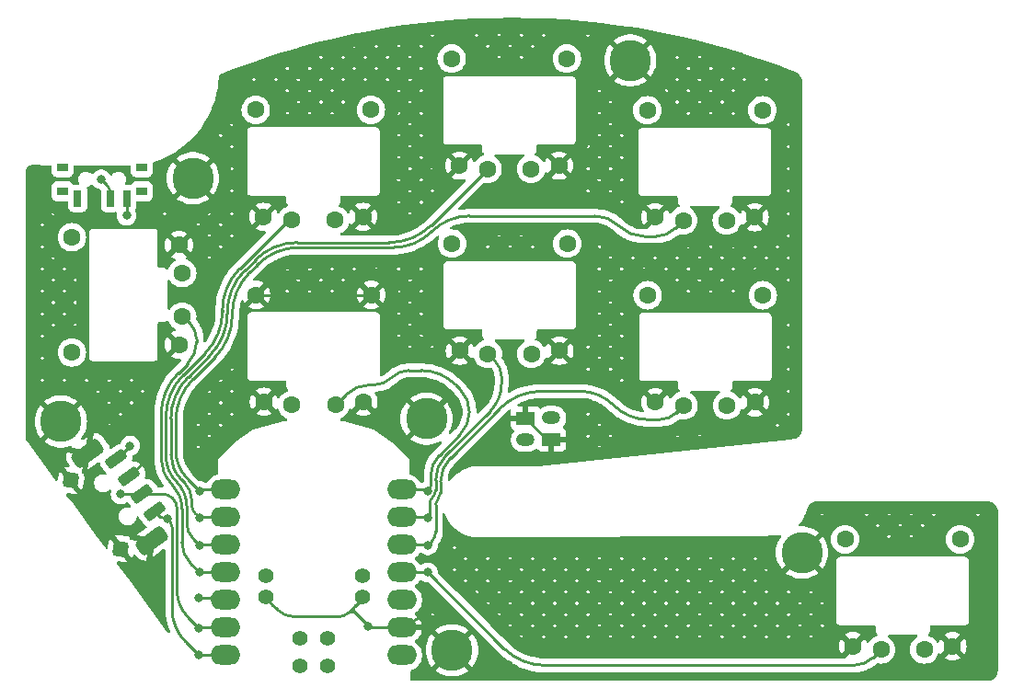
<source format=gbr>
%TF.GenerationSoftware,KiCad,Pcbnew,8.0.2*%
%TF.CreationDate,2024-07-06T21:08:24-05:00*%
%TF.ProjectId,bonsai,626f6e73-6169-42e6-9b69-6361645f7063,v1*%
%TF.SameCoordinates,Original*%
%TF.FileFunction,Copper,L2,Bot*%
%TF.FilePolarity,Positive*%
%FSLAX46Y46*%
G04 Gerber Fmt 4.6, Leading zero omitted, Abs format (unit mm)*
G04 Created by KiCad (PCBNEW 8.0.2) date 2024-07-06 21:08:24*
%MOMM*%
%LPD*%
G01*
G04 APERTURE LIST*
G04 Aperture macros list*
%AMRoundRect*
0 Rectangle with rounded corners*
0 $1 Rounding radius*
0 $2 $3 $4 $5 $6 $7 $8 $9 X,Y pos of 4 corners*
0 Add a 4 corners polygon primitive as box body*
4,1,4,$2,$3,$4,$5,$6,$7,$8,$9,$2,$3,0*
0 Add four circle primitives for the rounded corners*
1,1,$1+$1,$2,$3*
1,1,$1+$1,$4,$5*
1,1,$1+$1,$6,$7*
1,1,$1+$1,$8,$9*
0 Add four rect primitives between the rounded corners*
20,1,$1+$1,$2,$3,$4,$5,0*
20,1,$1+$1,$4,$5,$6,$7,0*
20,1,$1+$1,$6,$7,$8,$9,0*
20,1,$1+$1,$8,$9,$2,$3,0*%
%AMRotRect*
0 Rectangle, with rotation*
0 The origin of the aperture is its center*
0 $1 length*
0 $2 width*
0 $3 Rotation angle, in degrees counterclockwise*
0 Add horizontal line*
21,1,$1,$2,0,0,$3*%
G04 Aperture macros list end*
%TA.AperFunction,ComponentPad*%
%ADD10C,1.397000*%
%TD*%
%TA.AperFunction,ComponentPad*%
%ADD11C,1.600000*%
%TD*%
%TA.AperFunction,ComponentPad*%
%ADD12C,3.800000*%
%TD*%
%TA.AperFunction,ComponentPad*%
%ADD13O,1.700000X1.200000*%
%TD*%
%TA.AperFunction,ComponentPad*%
%ADD14R,1.700000X1.200000*%
%TD*%
%TA.AperFunction,SMDPad,CuDef*%
%ADD15O,2.750000X1.800000*%
%TD*%
%TA.AperFunction,SMDPad,CuDef*%
%ADD16R,0.700000X1.500000*%
%TD*%
%TA.AperFunction,SMDPad,CuDef*%
%ADD17RotRect,0.700000X1.500000X0.001000*%
%TD*%
%TA.AperFunction,SMDPad,CuDef*%
%ADD18R,1.000000X0.800000*%
%TD*%
%TA.AperFunction,SMDPad,CuDef*%
%ADD19RoundRect,0.250000X-0.752025X-0.243841X-0.455316X-0.646288X0.752025X0.243841X0.455316X0.646288X0*%
%TD*%
%TA.AperFunction,SMDPad,CuDef*%
%ADD20RoundRect,0.375000X-1.128038X-0.365761X-0.682973X-0.969431X1.128038X0.365761X0.682973X0.969431X0*%
%TD*%
%TA.AperFunction,SMDPad,CuDef*%
%ADD21RoundRect,0.350000X-0.398402X-0.293727X0.293727X-0.398402X0.398402X0.293727X-0.293727X0.398402X0*%
%TD*%
%TA.AperFunction,ViaPad*%
%ADD22C,0.800000*%
%TD*%
%TA.AperFunction,Conductor*%
%ADD23C,0.250000*%
%TD*%
G04 APERTURE END LIST*
D10*
%TO.P,U?,20*%
%TO.N,GND*%
X36151440Y-67415000D03*
X45041440Y-67415000D03*
%TO.P,U?,19*%
%TO.N,RAW*%
X36151440Y-65510000D03*
X45041440Y-65510000D03*
%TD*%
D11*
%TO.P,REF\u002A\u002A,5*%
%TO.N,GND*%
X35266400Y-39639000D03*
%TO.P,REF\u002A\u002A,4*%
X45866400Y-39639000D03*
%TO.P,REF\u002A\u002A,2*%
X45146400Y-49489000D03*
X35986400Y-49489000D03*
%TO.P,REF\u002A\u002A,1*%
%TO.N,K3*%
X42566400Y-49789000D03*
X38566400Y-49789000D03*
%TD*%
%TO.P,REF\u002A\u002A,5*%
%TO.N,N/C*%
X71266400Y-22639000D03*
%TO.P,REF\u002A\u002A,4*%
X81866400Y-22639000D03*
%TO.P,REF\u002A\u002A,2*%
%TO.N,GND*%
X81146400Y-32489000D03*
X71986400Y-32489000D03*
%TO.P,REF\u002A\u002A,1*%
%TO.N,K4*%
X78566400Y-32789000D03*
X74566400Y-32789000D03*
%TD*%
%TO.P,REF\u002A\u002A,5*%
%TO.N,N/C*%
X89466400Y-62139000D03*
%TO.P,REF\u002A\u002A,4*%
X100066400Y-62139000D03*
%TO.P,REF\u002A\u002A,2*%
%TO.N,GND*%
X99346400Y-71989000D03*
X90186400Y-71989000D03*
%TO.P,REF\u002A\u002A,1*%
%TO.N,K0*%
X96766400Y-72289000D03*
X92766400Y-72289000D03*
%TD*%
D12*
%TO.P,REF\u002A\u002A,1*%
%TO.N,GND*%
X85500000Y-63350000D03*
%TD*%
%TO.P,REF\u002A\u002A,1*%
%TO.N,GND*%
X53300000Y-72350000D03*
%TD*%
D11*
%TO.P,REF\u002A\u002A,5*%
%TO.N,N/C*%
X53300000Y-34925000D03*
%TO.P,REF\u002A\u002A,4*%
X63900000Y-34925000D03*
%TO.P,REF\u002A\u002A,2*%
%TO.N,GND*%
X63180000Y-44775000D03*
X54020000Y-44775000D03*
%TO.P,REF\u002A\u002A,1*%
%TO.N,K2*%
X60600000Y-45075000D03*
X56600000Y-45075000D03*
%TD*%
%TO.P,REF\u002A\u002A,5*%
%TO.N,N/C*%
X35232800Y-22603000D03*
%TO.P,REF\u002A\u002A,4*%
X45832800Y-22603000D03*
%TO.P,REF\u002A\u002A,2*%
%TO.N,GND*%
X45112800Y-32453000D03*
X35952800Y-32453000D03*
%TO.P,REF\u002A\u002A,1*%
%TO.N,K6*%
X42532800Y-32753000D03*
X38532800Y-32753000D03*
%TD*%
D12*
%TO.P,,1*%
%TO.N,GND*%
X50950000Y-51050000D03*
%TD*%
D13*
%TO.P,REF\u002A\u002A,2*%
%TO.N,Bat+*%
X60066400Y-52989000D03*
D14*
%TO.P,REF\u002A\u002A,1*%
%TO.N,GND*%
X60066400Y-50989000D03*
%TD*%
D12*
%TO.P,REF\u002A\u002A,1*%
%TO.N,GND*%
X29450000Y-28900000D03*
%TD*%
%TO.P,REF\u002A\u002A,1*%
%TO.N,GND*%
X69700000Y-18050000D03*
%TD*%
%TO.P,REF\u002A\u002A,1*%
%TO.N,GND*%
X17300000Y-51300000D03*
%TD*%
D11*
%TO.P,REF\u002A\u002A,5*%
%TO.N,N/C*%
X53266400Y-17889000D03*
%TO.P,REF\u002A\u002A,4*%
X63866400Y-17889000D03*
%TO.P,REF\u002A\u002A,2*%
%TO.N,GND*%
X63146400Y-27739000D03*
X53986400Y-27739000D03*
%TO.P,REF\u002A\u002A,1*%
%TO.N,K5*%
X60566400Y-28039000D03*
X56566400Y-28039000D03*
%TD*%
%TO.P,REF\u002A\u002A,5*%
%TO.N,N/C*%
X71300000Y-39675000D03*
%TO.P,REF\u002A\u002A,4*%
X81900000Y-39675000D03*
%TO.P,REF\u002A\u002A,2*%
%TO.N,GND*%
X81180000Y-49525000D03*
X72020000Y-49525000D03*
%TO.P,REF\u002A\u002A,1*%
%TO.N,K1*%
X78600000Y-49825000D03*
X74600000Y-49825000D03*
%TD*%
%TO.P,REF\u002A\u002A,5*%
%TO.N,N/C*%
X18316400Y-44939000D03*
%TO.P,REF\u002A\u002A,4*%
X18316400Y-34339000D03*
%TO.P,REF\u002A\u002A,2*%
%TO.N,GND*%
X28166400Y-35059000D03*
X28166400Y-44219000D03*
%TO.P,REF\u002A\u002A,1*%
%TO.N,K7*%
X28466400Y-37639000D03*
X28466400Y-41639000D03*
%TD*%
D13*
%TO.P,REF\u002A\u002A,2*%
%TO.N,Bat+*%
X62450000Y-50975002D03*
D14*
%TO.P,REF\u002A\u002A,1*%
%TO.N,GND*%
X62450000Y-52975000D03*
%TD*%
D10*
%TO.P,U?,18*%
%TO.N,N/C*%
X41836400Y-71221000D03*
%TO.P,U?,17*%
X39296400Y-71221000D03*
%TO.P,U?,16*%
X41836400Y-73761000D03*
%TO.P,U?,15*%
X39296400Y-73761000D03*
D15*
%TO.P,U?,14*%
X48661360Y-72809000D03*
%TO.P,U?,13*%
%TO.N,GND*%
X48661360Y-70269000D03*
%TO.P,U?,12*%
%TO.N,N/C*%
X48661360Y-67729000D03*
%TO.P,U?,11*%
%TO.N,K0*%
X48661360Y-65189000D03*
%TO.P,U?,10*%
%TO.N,K1*%
X48661360Y-62649000D03*
%TO.P,U?,9*%
%TO.N,K2*%
X48661360Y-60109000D03*
%TO.P,U?,8*%
%TO.N,K3*%
X48661360Y-57569000D03*
%TO.P,U?,7*%
%TO.N,K4*%
X32471440Y-57569000D03*
%TO.P,U?,6*%
%TO.N,K5*%
X32471440Y-60109000D03*
%TO.P,U?,5*%
%TO.N,K6*%
X32471440Y-62649000D03*
%TO.P,U?,4*%
%TO.N,K7*%
X32471440Y-65189000D03*
%TO.P,U?,3*%
%TO.N,F3*%
X32471440Y-67729000D03*
%TO.P,U?,2*%
%TO.N,F2*%
X32471440Y-70269000D03*
%TO.P,U?,1*%
%TO.N,F1*%
X32471440Y-72809000D03*
%TD*%
D16*
%TO.P,REF\u002A\u002A,3*%
%TO.N,Bat+*%
X23350001Y-30755000D03*
D17*
%TO.P,REF\u002A\u002A,2*%
%TO.N,RAW*%
X21850002Y-30755001D03*
D16*
%TO.P,REF\u002A\u002A,1*%
%TO.N,N/C*%
X18850001Y-30755000D03*
D18*
%TO.P,REF\u002A\u002A,*%
%TO.N,*%
X24750001Y-27895000D03*
X24750000Y-30105001D03*
X17450001Y-30105000D03*
X17450001Y-27895000D03*
%TD*%
D19*
%TO.P,REF\u002A\u002A,S*%
%TO.N,F2*%
X24772170Y-57969327D03*
D20*
%TO.P,REF\u002A\u002A,MP*%
%TO.N,GND*%
X25697036Y-62257055D03*
D21*
X22830814Y-63003576D03*
X18202149Y-56725406D03*
D20*
X19762848Y-54208118D03*
D19*
%TO.P,REF\u002A\u002A,C*%
X23585337Y-56359546D03*
%TO.P,REF\u002A\u002A,B*%
%TO.N,F1*%
X25959009Y-59579119D03*
%TO.P,REF\u002A\u002A,A*%
%TO.N,F3*%
X22398491Y-54749752D03*
%TD*%
D22*
%TO.N,K5*%
X30066400Y-60189000D03*
%TO.N,GND*%
X25750000Y-67700000D03*
X25600000Y-55800000D03*
X45566400Y-70189000D03*
X58551047Y-73698953D03*
%TO.N,K6*%
X30066400Y-62689000D03*
%TO.N,K7*%
X30066400Y-65189000D03*
%TO.N,K1*%
X51066400Y-62689000D03*
%TO.N,K0*%
X51066400Y-65189000D03*
%TO.N,K2*%
X51066400Y-60189000D03*
%TO.N,K3*%
X51066400Y-57689000D03*
%TO.N,K4*%
X30066400Y-57689000D03*
%TO.N,Bat+*%
X23350000Y-32350000D03*
%TO.N,RAW*%
X21000000Y-29000000D03*
%TO.N,F1*%
X30000000Y-72800000D03*
X27100000Y-60250000D03*
%TO.N,F2*%
X22800000Y-58000000D03*
X30000000Y-70300000D03*
%TO.N,F3*%
X30000000Y-67500000D03*
X23675000Y-53525000D03*
%TD*%
D23*
%TO.N,K0*%
X58033607Y-72156207D02*
G75*
G03*
X61881363Y-73750011I3847793J3847807D01*
G01*
%TO.N,GND*%
X25673720Y-53872441D02*
G75*
G02*
X25391765Y-54553085I-962620J41D01*
G01*
X25591892Y-53375898D02*
G75*
G02*
X25625778Y-53457727I-81792J-81802D01*
G01*
X36777937Y-68172581D02*
X36777937Y-68172580D01*
X35271800Y-39639000D02*
X35266400Y-39639000D01*
X37103657Y-68498301D02*
X36777937Y-68172581D01*
X36777937Y-68172580D02*
X37103657Y-68498301D01*
%TO.N,K0*%
X92035900Y-73019500D02*
X92766400Y-72289000D01*
X61881363Y-73750000D02*
X90272316Y-73750000D01*
X58033607Y-72156207D02*
X51066400Y-65189000D01*
X92035900Y-73019500D02*
G75*
G02*
X90272316Y-73750007I-1763600J1763600D01*
G01*
%TO.N,GND*%
X25600000Y-55800000D02*
X25612500Y-55787500D01*
X25591892Y-53375898D02*
X25557997Y-53342003D01*
X25625787Y-53457727D02*
X25625787Y-55765968D01*
X25612500Y-55787500D02*
G75*
G03*
X25625799Y-55765973I-56700J49900D01*
G01*
X25391781Y-54553101D02*
X23585337Y-56359546D01*
X25673720Y-53872441D02*
X25673720Y-53473720D01*
%TO.N,F3*%
X31466595Y-67614500D02*
G75*
G03*
X31190167Y-67500015I-276395J-276400D01*
G01*
X31466595Y-67614500D02*
G75*
G03*
X31743022Y-67728992I276405J276400D01*
G01*
X22424369Y-54749752D02*
G75*
G03*
X22468557Y-54731464I31J62452D01*
G01*
X22381541Y-54732802D02*
G75*
G03*
X22422461Y-54749784I40959J40902D01*
G01*
%TO.N,F2*%
X22852362Y-57969327D02*
G75*
G03*
X22815353Y-57984680I38J-52373D01*
G01*
X27592863Y-58367863D02*
G75*
G03*
X26630711Y-57969314I-962163J-962137D01*
G01*
X30015500Y-70284500D02*
G75*
G02*
X30052920Y-70269008I37400J-37400D01*
G01*
X28995700Y-69295700D02*
G75*
G02*
X27991398Y-66871105I2424600J2424600D01*
G01*
X27592863Y-58367863D02*
G75*
G02*
X27991386Y-59330015I-962163J-962137D01*
G01*
%TO.N,F1*%
X27541400Y-68602907D02*
G75*
G03*
X28770702Y-71570698I4197100J7D01*
G01*
X27541400Y-61003516D02*
G75*
G03*
X27320705Y-60470695I-753500J16D01*
G01*
X30015363Y-72809000D02*
G75*
G02*
X30004511Y-72804489I37J15400D01*
G01*
X26864945Y-60250000D02*
G75*
G02*
X26463653Y-60083819I-45J567500D01*
G01*
%TO.N,RAW*%
X21850002Y-30302501D02*
G75*
G03*
X21530031Y-29530041I-1092402J1D01*
G01*
%TO.N,Bat+*%
X23350001Y-30755000D02*
X23350000Y-30755001D01*
%TO.N,K4*%
X66424174Y-32375000D02*
G75*
G02*
X68687507Y-33312493I26J-3200800D01*
G01*
X51416796Y-33825000D02*
G75*
G02*
X54917405Y-32375001I3500604J-3500600D01*
G01*
X33066400Y-41442963D02*
G75*
G02*
X34660191Y-37595205I5441550J3D01*
G01*
X29466233Y-47392953D02*
G75*
G03*
X27872450Y-51240710I3847767J-3847747D01*
G01*
X33066400Y-41538824D02*
G75*
G02*
X31472607Y-45386580I-5441560J4D01*
G01*
X35386607Y-36868792D02*
G75*
G02*
X39234363Y-35274959I3847793J-3847708D01*
G01*
X30126400Y-57629000D02*
G75*
G02*
X30271252Y-57569022I144800J-144800D01*
G01*
X68687500Y-33312500D02*
G75*
G03*
X70950825Y-34249990I2263300J2263300D01*
G01*
X28969420Y-56592020D02*
G75*
G02*
X27872468Y-53943677I2648380J2648320D01*
G01*
X72072316Y-34250000D02*
G75*
G03*
X73835895Y-33519495I-16J2494100D01*
G01*
X51416796Y-33825000D02*
G75*
G02*
X47916186Y-35274993I-3500596J3500600D01*
G01*
%TO.N,K3*%
X50861547Y-57569000D02*
G75*
G02*
X51006386Y-57629014I-47J-204900D01*
G01*
X54041852Y-52485355D02*
G75*
G03*
X54900002Y-50413604I-2071752J2071755D01*
G01*
X46156861Y-47914000D02*
G75*
G03*
X47743011Y-47257011I39J2243100D01*
G01*
X52129184Y-54398023D02*
G75*
G03*
X51341412Y-56299904I1901916J-1901877D01*
G01*
X49329138Y-46600000D02*
G75*
G03*
X47742989Y-47256989I-38J-2243100D01*
G01*
X45763700Y-47914000D02*
G75*
G03*
X43506396Y-48849011I0J-3192300D01*
G01*
X51203900Y-57551500D02*
G75*
G03*
X51341419Y-57219545I-332000J332000D01*
G01*
X54041852Y-48341852D02*
G75*
G02*
X54899997Y-50413604I-2071752J-2071748D01*
G01*
X50461522Y-46600000D02*
G75*
G02*
X53599993Y-47900007I-22J-4438500D01*
G01*
%TO.N,K2*%
X51250000Y-58913532D02*
G75*
G02*
X51520689Y-58259994I924200J32D01*
G01*
X51791400Y-56680754D02*
G75*
G02*
X52716683Y-54446917I3159120J4D01*
G01*
X51158200Y-60097200D02*
G75*
G03*
X51249990Y-59875575I-221600J221600D01*
G01*
X51026400Y-60149000D02*
G75*
G03*
X50929831Y-60108987I-96600J-96600D01*
G01*
X56793368Y-50370235D02*
G75*
G03*
X57849990Y-47819302I-2550968J2550935D01*
G01*
X57850000Y-47208883D02*
G75*
G03*
X57224995Y-45700005I-2133900J-17D01*
G01*
X51791400Y-57606477D02*
G75*
G02*
X51520706Y-58260011I-924200J-23D01*
G01*
%TO.N,K1*%
X52016400Y-58400701D02*
G75*
G03*
X51791400Y-58943899I543200J-543199D01*
G01*
X52241400Y-56867150D02*
G75*
G02*
X53166685Y-54633315I3159120J0D01*
G01*
X68191099Y-49816099D02*
G75*
G03*
X65031132Y-48507185I-3159999J-3160001D01*
G01*
X71351065Y-51125000D02*
G75*
G02*
X68191110Y-49816088I35J4468900D01*
G01*
X51428900Y-62326500D02*
G75*
G03*
X51791420Y-61451347I-875200J875200D01*
G01*
X57699009Y-50100990D02*
G75*
G02*
X61546765Y-48507159I3847791J-3847710D01*
G01*
X51046400Y-62669000D02*
G75*
G03*
X50998115Y-62648993I-48300J-48300D01*
G01*
X72380761Y-51125000D02*
G75*
G03*
X73950011Y-50475011I39J2219200D01*
G01*
X52016400Y-58400701D02*
G75*
G03*
X52241402Y-57857502I-543200J543201D01*
G01*
%TO.N,K7*%
X27481920Y-57013708D02*
G75*
G02*
X28441393Y-59330096I-2316420J-2316392D01*
G01*
X27481920Y-57013708D02*
G75*
G02*
X26522424Y-54697320I2316380J2316408D01*
G01*
X28441400Y-62414951D02*
G75*
G03*
X29253903Y-64376497I2774040J1D01*
G01*
X26522441Y-50681522D02*
G75*
G02*
X28116233Y-46833765I5441549J2D01*
G01*
X28598506Y-41673506D02*
G75*
G03*
X28515200Y-41638996I-83306J-83294D01*
G01*
X29169500Y-42244500D02*
G75*
G02*
X29774997Y-43706306I-1461800J-1461800D01*
G01*
X28952988Y-45997011D02*
G75*
G03*
X29775006Y-44012500I-1984488J1984511D01*
G01*
%TO.N,K6*%
X28566233Y-47020161D02*
G75*
G03*
X26972456Y-50867918I3847767J-3847739D01*
G01*
X28891400Y-60683149D02*
G75*
G03*
X29478900Y-62101500I2005850J-1D01*
G01*
X27931920Y-56827312D02*
G75*
G02*
X28891390Y-59143700I-2316420J-2316388D01*
G01*
X30134684Y-62649000D02*
G75*
G03*
X30086405Y-62669005I16J-68300D01*
G01*
X32166400Y-41166032D02*
G75*
G02*
X30572608Y-45013789I-5441560J2D01*
G01*
X38122413Y-32860194D02*
G75*
G02*
X38381204Y-32753006I258787J-258806D01*
G01*
X27931920Y-56827312D02*
G75*
G02*
X26972421Y-54510924I2316380J2316412D01*
G01*
X33760192Y-37222415D02*
G75*
G03*
X32166365Y-41070171I3847708J-3847785D01*
G01*
%TO.N,GND*%
X45566400Y-70152700D02*
G75*
G03*
X45540725Y-70090739I-87600J0D01*
G01*
X36414559Y-67809203D02*
X36414559Y-67809202D01*
X45702968Y-70269000D02*
G75*
G02*
X45606409Y-70228991I32J136600D01*
G01*
X49620860Y-69784500D02*
G75*
G02*
X48451173Y-70268977I-1169660J1169700D01*
G01*
X58525000Y-73698953D02*
G75*
G02*
X58480540Y-73680528I0J62853D01*
G01*
X25275000Y-49154928D02*
G75*
G02*
X26720702Y-45664702I4935920J-2D01*
G01*
X43725000Y-68925000D02*
G75*
G02*
X44375000Y-68925000I325000J-324998D01*
G01*
X44374999Y-68274999D02*
G75*
G03*
X44374999Y-68925001I325001J-325001D01*
G01*
X36158538Y-67553181D02*
G75*
G02*
X36121385Y-67463521I89662J89681D01*
G01*
X62251200Y-52975000D02*
G75*
G02*
X61911836Y-52834418I0J479900D01*
G01*
X51486200Y-43750000D02*
G75*
G02*
X48910510Y-42683124I0J3642600D01*
G01*
X45041440Y-67511780D02*
G75*
G02*
X44973015Y-67677002I-233640J-20D01*
G01*
X25275000Y-52511124D02*
G75*
G03*
X25673736Y-53473704I1361300J24D01*
G01*
X34676199Y-40223799D02*
G75*
G03*
X34091412Y-41635632I1411801J-1411801D01*
G01*
X52102680Y-69300000D02*
G75*
G02*
X55512337Y-70712299I20J-4822000D01*
G01*
X52270215Y-43750000D02*
G75*
G02*
X53507495Y-44262505I-15J-1749800D01*
G01*
X42940380Y-69250000D02*
G75*
G03*
X43725006Y-68925006I20J1109600D01*
G01*
X35263700Y-39639000D02*
G75*
G03*
X35259094Y-39640913I0J-6500D01*
G01*
X37266517Y-68661161D02*
G75*
G03*
X38688100Y-69250006I1421583J1421561D01*
G01*
X36151440Y-67480542D02*
G75*
G03*
X36197800Y-67592414I158260J42D01*
G01*
X35038900Y-48541500D02*
G75*
G02*
X34091386Y-46254032I2287500J2287500D01*
G01*
X49620860Y-69784500D02*
G75*
G02*
X50790546Y-69300037I1169640J-1169700D01*
G01*
X36414559Y-67809203D02*
X36777937Y-68172581D01*
X36414559Y-67809202D02*
X36777937Y-68172580D01*
X44374999Y-68274999D02*
X43725000Y-68925000D01*
X35266400Y-39639000D02*
X35263700Y-39639000D01*
%TO.N,K5*%
X51374192Y-33231207D02*
G75*
G02*
X47526436Y-34825010I-3847792J3847807D01*
G01*
X30106400Y-60149000D02*
G75*
G02*
X30202968Y-60108987I96600J-96600D01*
G01*
X29341400Y-58532198D02*
G75*
G03*
X28682521Y-56941507I-2249600J-2D01*
G01*
X28381920Y-56640916D02*
G75*
G02*
X27422419Y-54324528I2316380J2316416D01*
G01*
X31022607Y-45200184D02*
G75*
G03*
X32616405Y-41352428I-3847807J3847784D01*
G01*
X29341400Y-58951347D02*
G75*
G03*
X29703935Y-59826465I1237600J47D01*
G01*
X39047967Y-34825000D02*
G75*
G03*
X35200217Y-36418799I33J-5441600D01*
G01*
X34210192Y-37408811D02*
G75*
G03*
X32616362Y-41256567I3847708J-3847789D01*
G01*
X27422441Y-51054314D02*
G75*
G02*
X29016224Y-47206549I5441559J14D01*
G01*
%TO.N,K3*%
X43506392Y-48849007D02*
X42566400Y-49789000D01*
X46156861Y-47914000D02*
X45763700Y-47914000D01*
X49329138Y-46600000D02*
X50461522Y-46600000D01*
X54041852Y-48341852D02*
X53600000Y-47900000D01*
X54041852Y-52485355D02*
X52129184Y-54398023D01*
X51203900Y-57551500D02*
X51066400Y-57689000D01*
X51341400Y-57219545D02*
X51341400Y-56299904D01*
%TO.N,GND*%
X25275000Y-49154928D02*
X25275000Y-52511124D01*
X26720700Y-45664700D02*
X28166400Y-44219000D01*
%TO.N,K7*%
X29775000Y-43706306D02*
X29775000Y-44012500D01*
X28515200Y-41639000D02*
X28466400Y-41639000D01*
X28952988Y-45997011D02*
X28116233Y-46833765D01*
X26522441Y-54697320D02*
X26522441Y-50681522D01*
X28598506Y-41673506D02*
X29169500Y-42244500D01*
X28441400Y-62414951D02*
X28441400Y-59330096D01*
X29253900Y-64376500D02*
X30066400Y-65189000D01*
%TO.N,K6*%
X32166400Y-41070171D02*
X32166400Y-41166032D01*
X38122413Y-32860194D02*
X33760192Y-37222415D01*
X26972441Y-54510924D02*
X26972441Y-50867918D01*
X28566233Y-47020161D02*
X30572607Y-45013788D01*
X28891400Y-60683149D02*
X28891400Y-59143700D01*
X30066400Y-62689000D02*
X29478900Y-62101500D01*
X38381204Y-32753000D02*
X38532800Y-32753000D01*
%TO.N,K5*%
X51374192Y-33231207D02*
X56566400Y-28039000D01*
X39047967Y-34825000D02*
X47526436Y-34825000D01*
X35200210Y-36418792D02*
X34210192Y-37408811D01*
X32616400Y-41352428D02*
X32616400Y-41256567D01*
X27422441Y-51054314D02*
X27422441Y-54324528D01*
X28381920Y-56640916D02*
X28682516Y-56941512D01*
X29016233Y-47206558D02*
X31022607Y-45200184D01*
X29341400Y-58532198D02*
X29341400Y-58951347D01*
X30066400Y-60189000D02*
X29703900Y-59826500D01*
%TO.N,K4*%
X72072316Y-34250000D02*
X70950825Y-34250000D01*
X54917405Y-32375000D02*
X66424174Y-32375000D01*
X73835900Y-33519500D02*
X74566400Y-32789000D01*
X39234363Y-35275000D02*
X47916186Y-35275000D01*
X33066400Y-41442963D02*
X33066400Y-41538824D01*
X35386607Y-36868792D02*
X34660192Y-37595206D01*
X29466233Y-47392953D02*
X31472607Y-45386580D01*
X27872441Y-53943677D02*
X27872441Y-51240710D01*
X28969420Y-56592020D02*
X30066400Y-57689000D01*
%TO.N,K2*%
X57225000Y-45700000D02*
X56600000Y-45075000D01*
X56793368Y-50370235D02*
X52716684Y-54446918D01*
X51791400Y-57606477D02*
X51791400Y-56680754D01*
X51158200Y-60097200D02*
X51066400Y-60189000D01*
X51250000Y-58913532D02*
X51250000Y-59875575D01*
X57850000Y-47208883D02*
X57850000Y-47819302D01*
%TO.N,K1*%
X73950000Y-50475000D02*
X74600000Y-49825000D01*
X65031132Y-48507198D02*
X61546765Y-48507198D01*
X53166684Y-54633314D02*
X57699009Y-50100990D01*
X72380761Y-51125000D02*
X71351065Y-51125000D01*
X52241400Y-56867150D02*
X52241400Y-57857502D01*
X51791400Y-61451347D02*
X51791400Y-58943899D01*
X51428900Y-62326500D02*
X51066400Y-62689000D01*
%TO.N,GND*%
X45866400Y-39639000D02*
X48910517Y-42683117D01*
X53507500Y-44262500D02*
X54020000Y-44775000D01*
X52270215Y-43750000D02*
X51486200Y-43750000D01*
X35038900Y-48541500D02*
X35986400Y-49489000D01*
X34091400Y-41635632D02*
X34091400Y-46254032D01*
X34676199Y-40223799D02*
X35259090Y-39640909D01*
X35271800Y-39639000D02*
X45866400Y-39639000D01*
%TO.N,K5*%
X30066400Y-60189000D02*
X30106400Y-60149000D01*
X30202968Y-60109000D02*
X31996440Y-60109000D01*
%TO.N,GND*%
X37266517Y-68661161D02*
X37103657Y-68498301D01*
X42940380Y-69250000D02*
X38688100Y-69250000D01*
X36121400Y-67463521D02*
X36121400Y-67411000D01*
X45041440Y-67511780D02*
X45041440Y-67415000D01*
X52102680Y-69300000D02*
X50790546Y-69300000D01*
X45702968Y-70269000D02*
X48451173Y-70269000D01*
X45540732Y-70090732D02*
X44375000Y-68925000D01*
X61911827Y-52834427D02*
X60066400Y-50989000D01*
X36151440Y-67480542D02*
X36151440Y-67415000D01*
X44374999Y-68274999D02*
X44973006Y-67676993D01*
X58551047Y-73698953D02*
X58525000Y-73698953D01*
X36158538Y-67553181D02*
X36414559Y-67809202D01*
X45566400Y-70152700D02*
X45566400Y-70189000D01*
X45566400Y-70189000D02*
X45606400Y-70229000D01*
X36414559Y-67809203D02*
X36197785Y-67592429D01*
X62251200Y-52975000D02*
X62450000Y-52975000D01*
X55512318Y-70712318D02*
X58480534Y-73680534D01*
%TO.N,K6*%
X30066400Y-62689000D02*
X30086400Y-62669000D01*
X30134684Y-62649000D02*
X31996440Y-62649000D01*
%TO.N,K7*%
X30066400Y-65189000D02*
X31996440Y-65189000D01*
%TO.N,K1*%
X51046400Y-62669000D02*
X51066400Y-62689000D01*
X50998115Y-62649000D02*
X49136360Y-62649000D01*
%TO.N,K0*%
X51066400Y-65189000D02*
X49136360Y-65189000D01*
%TO.N,K2*%
X51026400Y-60149000D02*
X51066400Y-60189000D01*
X50929831Y-60109000D02*
X49136360Y-60109000D01*
%TO.N,K3*%
X50861547Y-57569000D02*
X49136360Y-57569000D01*
X51066400Y-57689000D02*
X51006400Y-57629000D01*
%TO.N,K4*%
X30126400Y-57629000D02*
X30066400Y-57689000D01*
X30271252Y-57569000D02*
X31996440Y-57569000D01*
%TO.N,Bat+*%
X23350000Y-30755001D02*
X23350000Y-32350000D01*
%TO.N,RAW*%
X21850002Y-30302501D02*
X21850002Y-30755001D01*
X21530036Y-29530036D02*
X21000000Y-29000000D01*
%TO.N,F1*%
X27100000Y-60250000D02*
X26864945Y-60250000D01*
X30000000Y-72800000D02*
X30004500Y-72804500D01*
X30015363Y-72809000D02*
X31996440Y-72809000D01*
X27541400Y-68602907D02*
X27541400Y-61003516D01*
X26463681Y-60083791D02*
X25959009Y-59579119D01*
X30000000Y-72800000D02*
X28770700Y-71570700D01*
X27100000Y-60250000D02*
X27320700Y-60470700D01*
%TO.N,F2*%
X22852362Y-57969327D02*
X24772170Y-57969327D01*
X27991400Y-59330015D02*
X27991400Y-66871105D01*
X30000000Y-70300000D02*
X30015500Y-70284500D01*
X26630711Y-57969327D02*
X24772170Y-57969327D01*
X30000000Y-70300000D02*
X28995700Y-69295700D01*
X22815336Y-57984663D02*
X22800000Y-58000000D01*
X30052920Y-70269000D02*
X31996440Y-70269000D01*
%TO.N,F3*%
X31743022Y-67729000D02*
X31996440Y-67729000D01*
X31190167Y-67500000D02*
X30000000Y-67500000D01*
X22422461Y-54749752D02*
X22424369Y-54749752D01*
X22381541Y-54732802D02*
X22364591Y-54715852D01*
X23675000Y-53525000D02*
X22468546Y-54731453D01*
%TD*%
%TA.AperFunction,Conductor*%
%TO.N,GND*%
G36*
X102588996Y-58634573D02*
G01*
X102740517Y-58647829D01*
X102761802Y-58651581D01*
X102903484Y-58689545D01*
X102923790Y-58696937D01*
X103056716Y-58758921D01*
X103075429Y-58769724D01*
X103179816Y-58842817D01*
X103195581Y-58853856D01*
X103212138Y-58867749D01*
X103315852Y-58971462D01*
X103329746Y-58988021D01*
X103378068Y-59057033D01*
X103413870Y-59108163D01*
X103424677Y-59126882D01*
X103486662Y-59259810D01*
X103494055Y-59280120D01*
X103532017Y-59421796D01*
X103535770Y-59443082D01*
X103549020Y-59594524D01*
X103549492Y-59605506D01*
X103529102Y-74138499D01*
X103528999Y-74140073D01*
X103528999Y-74207681D01*
X103528527Y-74218488D01*
X103515270Y-74370015D01*
X103511517Y-74391301D01*
X103473555Y-74532979D01*
X103466162Y-74553291D01*
X103404177Y-74686218D01*
X103393370Y-74704936D01*
X103309243Y-74825082D01*
X103295349Y-74841640D01*
X103191640Y-74945349D01*
X103175082Y-74959243D01*
X103054936Y-75043370D01*
X103036218Y-75054177D01*
X102903291Y-75116162D01*
X102882979Y-75123555D01*
X102741301Y-75161517D01*
X102720015Y-75165270D01*
X102568487Y-75178527D01*
X102557680Y-75178999D01*
X102489455Y-75178999D01*
X102489311Y-75179008D01*
X49620852Y-75185945D01*
X49553810Y-75166269D01*
X49508048Y-75113471D01*
X49496837Y-75062540D01*
X49493029Y-74264777D01*
X49512394Y-74197645D01*
X49564979Y-74151639D01*
X49578707Y-74146256D01*
X49677036Y-74114308D01*
X49874575Y-74013657D01*
X50053936Y-73883343D01*
X50210703Y-73726576D01*
X50341017Y-73547215D01*
X50441668Y-73349676D01*
X50510178Y-73138824D01*
X50544860Y-72919851D01*
X50544860Y-72698149D01*
X50510178Y-72479176D01*
X50468204Y-72349994D01*
X50895255Y-72349994D01*
X50895255Y-72350005D01*
X50914215Y-72651383D01*
X50914216Y-72651390D01*
X50970805Y-72948040D01*
X51064125Y-73235247D01*
X51064127Y-73235252D01*
X51192704Y-73508491D01*
X51192707Y-73508497D01*
X51354516Y-73763469D01*
X51435311Y-73861133D01*
X52363708Y-72932736D01*
X52460967Y-73066602D01*
X52583398Y-73189033D01*
X52717262Y-73286290D01*
X51786564Y-74216987D01*
X51786565Y-74216989D01*
X52011461Y-74380385D01*
X52011479Y-74380397D01*
X52276109Y-74525878D01*
X52276117Y-74525882D01*
X52556889Y-74637047D01*
X52556892Y-74637048D01*
X52849399Y-74712150D01*
X53148995Y-74749999D01*
X53149007Y-74750000D01*
X53450993Y-74750000D01*
X53451004Y-74749999D01*
X53750600Y-74712150D01*
X54043107Y-74637048D01*
X54043110Y-74637047D01*
X54323882Y-74525882D01*
X54323890Y-74525878D01*
X54588520Y-74380397D01*
X54588530Y-74380390D01*
X54813433Y-74216987D01*
X54813434Y-74216987D01*
X53882737Y-73286290D01*
X54016602Y-73189033D01*
X54139033Y-73066602D01*
X54236290Y-72932737D01*
X55164687Y-73861134D01*
X55245486Y-73763464D01*
X55407292Y-73508497D01*
X55407295Y-73508491D01*
X55535872Y-73235252D01*
X55535874Y-73235247D01*
X55629194Y-72948040D01*
X55685783Y-72651390D01*
X55685784Y-72651383D01*
X55704745Y-72350005D01*
X55704745Y-72349994D01*
X55685784Y-72048616D01*
X55685783Y-72048609D01*
X55629194Y-71751959D01*
X55535874Y-71464752D01*
X55535872Y-71464747D01*
X55407295Y-71191508D01*
X55407292Y-71191502D01*
X55245483Y-70936530D01*
X55164686Y-70838864D01*
X54236289Y-71767261D01*
X54139033Y-71633398D01*
X54016602Y-71510967D01*
X53882736Y-71413709D01*
X54813434Y-70483011D01*
X54813433Y-70483009D01*
X54588538Y-70319614D01*
X54588520Y-70319602D01*
X54323890Y-70174121D01*
X54323882Y-70174117D01*
X54043110Y-70062952D01*
X54043107Y-70062951D01*
X53750600Y-69987849D01*
X53451004Y-69950000D01*
X53148995Y-69950000D01*
X52849399Y-69987849D01*
X52556892Y-70062951D01*
X52556889Y-70062952D01*
X52276117Y-70174117D01*
X52276109Y-70174121D01*
X52011476Y-70319604D01*
X52011471Y-70319607D01*
X51786565Y-70483010D01*
X51786564Y-70483011D01*
X52717262Y-71413709D01*
X52583398Y-71510967D01*
X52460967Y-71633398D01*
X52363709Y-71767262D01*
X51435311Y-70838864D01*
X51354520Y-70936525D01*
X51354518Y-70936528D01*
X51192707Y-71191502D01*
X51192704Y-71191508D01*
X51064127Y-71464747D01*
X51064125Y-71464752D01*
X50970805Y-71751959D01*
X50914216Y-72048609D01*
X50914215Y-72048616D01*
X50895255Y-72349994D01*
X50468204Y-72349994D01*
X50441668Y-72268324D01*
X50441666Y-72268321D01*
X50441666Y-72268319D01*
X50366671Y-72121134D01*
X50341017Y-72070785D01*
X50210703Y-71891424D01*
X50053936Y-71734657D01*
X49915481Y-71634063D01*
X49872817Y-71578734D01*
X49866838Y-71509120D01*
X49899444Y-71447325D01*
X49915483Y-71433427D01*
X50048402Y-71336856D01*
X50204217Y-71181041D01*
X50333746Y-71002760D01*
X50433792Y-70806410D01*
X50501886Y-70596838D01*
X50501886Y-70596835D01*
X50514215Y-70519000D01*
X49598560Y-70519000D01*
X49531521Y-70499315D01*
X49485766Y-70446511D01*
X49474561Y-70395591D01*
X49473359Y-70143591D01*
X49492724Y-70076459D01*
X49545309Y-70030453D01*
X49597358Y-70019000D01*
X50514215Y-70019000D01*
X50501886Y-69941164D01*
X50501886Y-69941161D01*
X50433792Y-69731589D01*
X50333746Y-69535239D01*
X50204217Y-69356958D01*
X50048401Y-69201142D01*
X50048395Y-69201137D01*
X49915483Y-69104571D01*
X49872817Y-69049241D01*
X49869306Y-69008361D01*
X51409835Y-69008361D01*
X51499459Y-69184255D01*
X51634039Y-69049675D01*
X51641557Y-69031526D01*
X51634039Y-69013377D01*
X51492146Y-68871483D01*
X51481768Y-68867184D01*
X51409835Y-69008361D01*
X49869306Y-69008361D01*
X49866838Y-68979628D01*
X49899444Y-68917833D01*
X49915479Y-68903937D01*
X50053936Y-68803343D01*
X50210703Y-68646576D01*
X50341017Y-68467215D01*
X50441668Y-68269676D01*
X50510178Y-68058824D01*
X50544860Y-67839851D01*
X50544860Y-67618149D01*
X50510178Y-67399176D01*
X50441668Y-67188324D01*
X50441666Y-67188321D01*
X50441666Y-67188319D01*
X50350042Y-67008498D01*
X50341017Y-66990785D01*
X50210703Y-66811424D01*
X50053936Y-66654657D01*
X49922712Y-66559316D01*
X49880048Y-66503988D01*
X49874069Y-66434374D01*
X49906675Y-66372579D01*
X49922709Y-66358685D01*
X50053936Y-66263343D01*
X50210703Y-66106576D01*
X50335784Y-65934416D01*
X50391114Y-65891751D01*
X50460727Y-65885772D01*
X50508987Y-65906984D01*
X50609643Y-65980115D01*
X50609645Y-65980116D01*
X50609648Y-65980118D01*
X50784112Y-66057794D01*
X50970913Y-66097500D01*
X51027634Y-66097500D01*
X51094673Y-66117185D01*
X51115314Y-66133818D01*
X54412700Y-69431205D01*
X57634221Y-72652726D01*
X57634393Y-72652881D01*
X57739085Y-72757573D01*
X57756027Y-72772253D01*
X58067043Y-73041750D01*
X58414418Y-73301791D01*
X58414423Y-73301794D01*
X58779477Y-73536400D01*
X59160338Y-73744367D01*
X59555064Y-73924633D01*
X59961644Y-74076281D01*
X60378007Y-74198538D01*
X60802030Y-74290780D01*
X61231553Y-74352539D01*
X61627031Y-74380826D01*
X61664387Y-74383498D01*
X61664388Y-74383498D01*
X61808972Y-74383498D01*
X61808980Y-74383500D01*
X61881359Y-74383500D01*
X61958280Y-74383501D01*
X61958284Y-74383500D01*
X90195395Y-74383500D01*
X90195399Y-74383501D01*
X90220949Y-74383500D01*
X90220970Y-74383506D01*
X90272320Y-74383506D01*
X90272320Y-74383507D01*
X90425968Y-74383506D01*
X90731785Y-74353384D01*
X91033176Y-74293432D01*
X91327240Y-74204228D01*
X91611145Y-74086629D01*
X91882156Y-73941770D01*
X92137663Y-73771045D01*
X92360197Y-73588415D01*
X92424507Y-73561103D01*
X92470953Y-73564493D01*
X92538313Y-73582543D01*
X92701232Y-73596796D01*
X92766398Y-73602498D01*
X92766400Y-73602498D01*
X92766402Y-73602498D01*
X92823421Y-73597509D01*
X92994487Y-73582543D01*
X93215643Y-73523284D01*
X93423149Y-73426523D01*
X93610700Y-73295198D01*
X93772598Y-73133300D01*
X93903923Y-72945749D01*
X94000684Y-72738243D01*
X94059943Y-72517087D01*
X94079898Y-72289000D01*
X94059943Y-72060913D01*
X94000684Y-71839757D01*
X93903923Y-71632251D01*
X93772598Y-71444700D01*
X93610700Y-71282802D01*
X93442566Y-71165073D01*
X93398943Y-71110498D01*
X93391751Y-71040999D01*
X93423273Y-70978645D01*
X93483503Y-70943231D01*
X93513692Y-70939500D01*
X96019108Y-70939500D01*
X96086147Y-70959185D01*
X96131902Y-71011989D01*
X96141846Y-71081147D01*
X96112821Y-71144703D01*
X96090235Y-71165072D01*
X95922100Y-71282802D01*
X95922098Y-71282803D01*
X95922095Y-71282806D01*
X95760206Y-71444695D01*
X95760203Y-71444698D01*
X95760202Y-71444700D01*
X95739926Y-71473657D01*
X95628876Y-71632252D01*
X95628875Y-71632254D01*
X95532118Y-71839750D01*
X95532114Y-71839761D01*
X95472857Y-72060910D01*
X95472856Y-72060918D01*
X95452902Y-72288998D01*
X95452902Y-72289001D01*
X95472856Y-72517081D01*
X95472857Y-72517089D01*
X95532114Y-72738238D01*
X95532118Y-72738249D01*
X95619913Y-72926525D01*
X95628877Y-72945749D01*
X95760202Y-73133300D01*
X95922100Y-73295198D01*
X96109651Y-73426523D01*
X96159998Y-73450000D01*
X96317150Y-73523281D01*
X96317152Y-73523281D01*
X96317157Y-73523284D01*
X96538313Y-73582543D01*
X96701232Y-73596796D01*
X96766398Y-73602498D01*
X96766400Y-73602498D01*
X96766402Y-73602498D01*
X96823421Y-73597509D01*
X96994487Y-73582543D01*
X97215643Y-73523284D01*
X97423149Y-73426523D01*
X97610700Y-73295198D01*
X97772598Y-73133300D01*
X97903923Y-72945749D01*
X98000684Y-72738243D01*
X98007054Y-72714472D01*
X98010275Y-72702449D01*
X98046639Y-72642788D01*
X98109485Y-72612258D01*
X98178861Y-72620552D01*
X98231625Y-72663417D01*
X98267374Y-72714472D01*
X98822612Y-72159234D01*
X98833882Y-72201292D01*
X98906290Y-72326708D01*
X99008692Y-72429110D01*
X99134108Y-72501518D01*
X99176165Y-72512787D01*
X98620926Y-73068025D01*
X98693913Y-73119132D01*
X98693921Y-73119136D01*
X98900068Y-73215264D01*
X98900082Y-73215269D01*
X99119789Y-73274139D01*
X99119800Y-73274141D01*
X99346398Y-73293966D01*
X99346402Y-73293966D01*
X99572999Y-73274141D01*
X99573010Y-73274139D01*
X99792717Y-73215269D01*
X99792731Y-73215264D01*
X99998878Y-73119136D01*
X100071871Y-73068024D01*
X99516634Y-72512787D01*
X99558692Y-72501518D01*
X99684108Y-72429110D01*
X99786510Y-72326708D01*
X99858918Y-72201292D01*
X99870187Y-72159234D01*
X100425424Y-72714471D01*
X100476536Y-72641478D01*
X100572664Y-72435331D01*
X100572669Y-72435317D01*
X100631539Y-72215610D01*
X100631541Y-72215599D01*
X100636349Y-72160640D01*
X101838925Y-72160640D01*
X101873976Y-72125589D01*
X101881494Y-72107441D01*
X101873976Y-72089292D01*
X101847391Y-72062707D01*
X101847086Y-72067368D01*
X101838925Y-72160640D01*
X100636349Y-72160640D01*
X100651366Y-71989002D01*
X100651366Y-71988997D01*
X100631541Y-71762400D01*
X100631539Y-71762389D01*
X100572669Y-71542682D01*
X100572664Y-71542668D01*
X100476536Y-71336521D01*
X100476532Y-71336513D01*
X100425425Y-71263526D01*
X99870187Y-71818764D01*
X99858918Y-71776708D01*
X99786510Y-71651292D01*
X99684108Y-71548890D01*
X99558692Y-71476482D01*
X99516634Y-71465212D01*
X100071872Y-70909974D01*
X99998878Y-70858863D01*
X99792731Y-70762735D01*
X99792717Y-70762730D01*
X99573010Y-70703860D01*
X99572999Y-70703858D01*
X99346402Y-70684034D01*
X99346398Y-70684034D01*
X99119800Y-70703858D01*
X99119789Y-70703860D01*
X98900082Y-70762730D01*
X98900073Y-70762734D01*
X98693916Y-70858866D01*
X98693912Y-70858868D01*
X98620926Y-70909973D01*
X98620926Y-70909974D01*
X99176165Y-71465212D01*
X99134108Y-71476482D01*
X99008692Y-71548890D01*
X98906290Y-71651292D01*
X98833882Y-71776708D01*
X98822612Y-71818764D01*
X98267374Y-71263526D01*
X98267373Y-71263526D01*
X98216268Y-71336512D01*
X98216266Y-71336516D01*
X98120134Y-71542673D01*
X98120130Y-71542683D01*
X98111758Y-71573926D01*
X98075391Y-71633585D01*
X98012544Y-71664113D01*
X97943168Y-71655816D01*
X97890412Y-71612955D01*
X97772598Y-71444700D01*
X97610700Y-71282802D01*
X97423149Y-71151477D01*
X97408622Y-71144703D01*
X97215649Y-71054718D01*
X97215635Y-71054713D01*
X97187627Y-71047209D01*
X97127967Y-71010845D01*
X97097437Y-70947998D01*
X97105731Y-70878622D01*
X97132034Y-70839758D01*
X97186880Y-70784913D01*
X97239607Y-70693587D01*
X97266900Y-70591727D01*
X97266900Y-70163500D01*
X97286585Y-70096461D01*
X97339389Y-70050706D01*
X97390900Y-70039500D01*
X100519125Y-70039500D01*
X100519127Y-70039500D01*
X100620987Y-70012207D01*
X100712313Y-69959480D01*
X100786880Y-69884913D01*
X100839607Y-69793587D01*
X100866900Y-69691727D01*
X100866900Y-64086273D01*
X100839607Y-63984413D01*
X100786880Y-63893087D01*
X100712313Y-63818520D01*
X100620987Y-63765793D01*
X100519127Y-63738500D01*
X89119127Y-63738500D01*
X89013673Y-63738500D01*
X88911813Y-63765793D01*
X88911810Y-63765794D01*
X88820485Y-63818521D01*
X88745921Y-63893085D01*
X88693194Y-63984410D01*
X88693193Y-63984413D01*
X88665900Y-64086273D01*
X88665900Y-69691727D01*
X88693193Y-69793587D01*
X88745920Y-69884913D01*
X88820487Y-69959480D01*
X88911813Y-70012207D01*
X89013673Y-70039500D01*
X89119127Y-70039500D01*
X89817983Y-70039500D01*
X90014817Y-70039500D01*
X91639472Y-70039500D01*
X92141900Y-70039500D01*
X92208939Y-70059185D01*
X92254694Y-70111989D01*
X92265900Y-70163500D01*
X92265900Y-70591727D01*
X92293193Y-70693587D01*
X92310819Y-70724117D01*
X92345921Y-70784914D01*
X92400760Y-70839753D01*
X92434245Y-70901076D01*
X92429261Y-70970768D01*
X92387389Y-71026701D01*
X92345173Y-71047209D01*
X92317161Y-71054714D01*
X92317150Y-71054718D01*
X92109654Y-71151475D01*
X92109652Y-71151476D01*
X92052481Y-71191508D01*
X91922100Y-71282802D01*
X91922098Y-71282803D01*
X91922095Y-71282806D01*
X91760206Y-71444695D01*
X91760203Y-71444698D01*
X91760202Y-71444700D01*
X91642390Y-71612953D01*
X91587812Y-71656578D01*
X91518314Y-71663770D01*
X91455959Y-71632248D01*
X91421040Y-71573923D01*
X91412668Y-71542679D01*
X91412664Y-71542668D01*
X91316536Y-71336521D01*
X91316532Y-71336513D01*
X91265425Y-71263526D01*
X90710187Y-71818764D01*
X90698918Y-71776708D01*
X90626510Y-71651292D01*
X90524108Y-71548890D01*
X90398692Y-71476482D01*
X90356634Y-71465212D01*
X90911872Y-70909974D01*
X90838878Y-70858863D01*
X90632731Y-70762735D01*
X90632717Y-70762730D01*
X90413010Y-70703860D01*
X90412999Y-70703858D01*
X90186402Y-70684034D01*
X90186398Y-70684034D01*
X89959800Y-70703858D01*
X89959789Y-70703860D01*
X89740082Y-70762730D01*
X89740073Y-70762734D01*
X89533916Y-70858866D01*
X89533912Y-70858868D01*
X89460926Y-70909973D01*
X89460926Y-70909974D01*
X90016165Y-71465212D01*
X89974108Y-71476482D01*
X89848692Y-71548890D01*
X89746290Y-71651292D01*
X89673882Y-71776708D01*
X89662612Y-71818764D01*
X89107374Y-71263526D01*
X89107373Y-71263526D01*
X89056268Y-71336512D01*
X89056266Y-71336516D01*
X88960134Y-71542673D01*
X88960130Y-71542682D01*
X88901260Y-71762389D01*
X88901258Y-71762400D01*
X88881434Y-71988997D01*
X88881434Y-71989002D01*
X88901258Y-72215599D01*
X88901260Y-72215610D01*
X88960130Y-72435317D01*
X88960135Y-72435331D01*
X89056263Y-72641478D01*
X89107374Y-72714472D01*
X89662612Y-72159234D01*
X89673882Y-72201292D01*
X89746290Y-72326708D01*
X89848692Y-72429110D01*
X89974108Y-72501518D01*
X90016165Y-72512787D01*
X89448771Y-73080181D01*
X89387448Y-73113666D01*
X89361090Y-73116500D01*
X61883793Y-73116500D01*
X61878924Y-73116404D01*
X61508999Y-73101867D01*
X61499293Y-73101103D01*
X61134064Y-73057873D01*
X61124447Y-73056350D01*
X60763728Y-72984597D01*
X60754261Y-72982324D01*
X60632700Y-72948040D01*
X60400297Y-72882494D01*
X60391038Y-72879487D01*
X60045978Y-72752186D01*
X60036983Y-72748460D01*
X59702976Y-72594480D01*
X59694301Y-72590059D01*
X59373427Y-72410360D01*
X59365125Y-72405273D01*
X59282410Y-72350005D01*
X59152839Y-72263428D01*
X59059320Y-72200941D01*
X59051443Y-72195218D01*
X58963119Y-72125589D01*
X58762612Y-71967522D01*
X58755212Y-71961202D01*
X58722761Y-71931205D01*
X58483149Y-71709709D01*
X58479647Y-71706342D01*
X57821395Y-71048090D01*
X59532290Y-71048090D01*
X59537430Y-71052841D01*
X59731181Y-71205581D01*
X59836478Y-71100285D01*
X59843996Y-71082136D01*
X61559485Y-71082136D01*
X61567003Y-71100285D01*
X61708896Y-71242178D01*
X61727045Y-71249696D01*
X61745194Y-71242178D01*
X61887088Y-71100285D01*
X61894606Y-71082136D01*
X63610094Y-71082136D01*
X63617612Y-71100285D01*
X63759506Y-71242178D01*
X63777655Y-71249696D01*
X63795804Y-71242178D01*
X63937697Y-71100285D01*
X63945215Y-71082136D01*
X65660704Y-71082136D01*
X65668222Y-71100285D01*
X65810116Y-71242178D01*
X65828265Y-71249696D01*
X65846413Y-71242178D01*
X65988307Y-71100285D01*
X65995825Y-71082136D01*
X67711314Y-71082136D01*
X67718832Y-71100285D01*
X67860725Y-71242178D01*
X67878874Y-71249696D01*
X67897023Y-71242178D01*
X68038917Y-71100285D01*
X68046435Y-71082136D01*
X69761923Y-71082136D01*
X69769441Y-71100285D01*
X69911335Y-71242178D01*
X69929484Y-71249696D01*
X69947633Y-71242178D01*
X70089526Y-71100285D01*
X70097044Y-71082136D01*
X71812533Y-71082136D01*
X71820051Y-71100285D01*
X71961945Y-71242178D01*
X71980094Y-71249696D01*
X71998242Y-71242178D01*
X72140136Y-71100285D01*
X72147654Y-71082136D01*
X73863143Y-71082136D01*
X73870661Y-71100285D01*
X74012554Y-71242178D01*
X74030703Y-71249696D01*
X74048852Y-71242178D01*
X74190746Y-71100285D01*
X74198264Y-71082136D01*
X75913752Y-71082136D01*
X75921270Y-71100285D01*
X76063164Y-71242178D01*
X76081313Y-71249696D01*
X76099462Y-71242178D01*
X76241355Y-71100285D01*
X76248873Y-71082136D01*
X77964362Y-71082136D01*
X77971880Y-71100285D01*
X78113774Y-71242178D01*
X78131923Y-71249696D01*
X78150071Y-71242178D01*
X78291965Y-71100285D01*
X78299483Y-71082136D01*
X80014972Y-71082136D01*
X80022490Y-71100285D01*
X80164383Y-71242178D01*
X80182532Y-71249696D01*
X80200681Y-71242178D01*
X80342575Y-71100285D01*
X80350093Y-71082136D01*
X82065581Y-71082136D01*
X82073099Y-71100285D01*
X82214993Y-71242178D01*
X82233142Y-71249696D01*
X82251291Y-71242178D01*
X82393184Y-71100285D01*
X82400702Y-71082136D01*
X84116191Y-71082136D01*
X84123709Y-71100285D01*
X84265603Y-71242178D01*
X84283752Y-71249696D01*
X84301900Y-71242178D01*
X84443794Y-71100285D01*
X84451312Y-71082136D01*
X86166801Y-71082136D01*
X86174319Y-71100285D01*
X86316212Y-71242178D01*
X86334361Y-71249696D01*
X86352510Y-71242178D01*
X86494404Y-71100285D01*
X86501922Y-71082136D01*
X86494404Y-71063987D01*
X86352510Y-70922093D01*
X86334361Y-70914575D01*
X86316212Y-70922093D01*
X86174319Y-71063987D01*
X86166801Y-71082136D01*
X84451312Y-71082136D01*
X84443794Y-71063987D01*
X84301900Y-70922093D01*
X84283752Y-70914575D01*
X84265603Y-70922093D01*
X84123709Y-71063987D01*
X84116191Y-71082136D01*
X82400702Y-71082136D01*
X82393184Y-71063987D01*
X82251291Y-70922093D01*
X82233142Y-70914575D01*
X82214993Y-70922093D01*
X82073099Y-71063987D01*
X82065581Y-71082136D01*
X80350093Y-71082136D01*
X80342575Y-71063987D01*
X80200681Y-70922093D01*
X80182532Y-70914575D01*
X80164383Y-70922093D01*
X80022490Y-71063987D01*
X80014972Y-71082136D01*
X78299483Y-71082136D01*
X78291965Y-71063987D01*
X78150071Y-70922093D01*
X78131923Y-70914575D01*
X78113774Y-70922093D01*
X77971880Y-71063987D01*
X77964362Y-71082136D01*
X76248873Y-71082136D01*
X76241355Y-71063987D01*
X76099462Y-70922093D01*
X76081313Y-70914575D01*
X76063164Y-70922093D01*
X75921270Y-71063987D01*
X75913752Y-71082136D01*
X74198264Y-71082136D01*
X74190746Y-71063987D01*
X74048852Y-70922093D01*
X74030703Y-70914575D01*
X74012554Y-70922093D01*
X73870661Y-71063987D01*
X73863143Y-71082136D01*
X72147654Y-71082136D01*
X72140136Y-71063987D01*
X71998242Y-70922093D01*
X71980094Y-70914575D01*
X71961945Y-70922093D01*
X71820051Y-71063987D01*
X71812533Y-71082136D01*
X70097044Y-71082136D01*
X70089526Y-71063987D01*
X69947633Y-70922093D01*
X69929484Y-70914575D01*
X69911335Y-70922093D01*
X69769441Y-71063987D01*
X69761923Y-71082136D01*
X68046435Y-71082136D01*
X68038917Y-71063987D01*
X67897023Y-70922093D01*
X67878874Y-70914575D01*
X67860725Y-70922093D01*
X67718832Y-71063987D01*
X67711314Y-71082136D01*
X65995825Y-71082136D01*
X65988307Y-71063987D01*
X65846413Y-70922093D01*
X65828265Y-70914575D01*
X65810116Y-70922093D01*
X65668222Y-71063987D01*
X65660704Y-71082136D01*
X63945215Y-71082136D01*
X63937697Y-71063987D01*
X63795804Y-70922093D01*
X63777655Y-70914575D01*
X63759506Y-70922093D01*
X63617612Y-71063987D01*
X63610094Y-71082136D01*
X61894606Y-71082136D01*
X61887088Y-71063987D01*
X61745194Y-70922093D01*
X61727045Y-70914575D01*
X61708896Y-70922093D01*
X61567003Y-71063987D01*
X61559485Y-71082136D01*
X59843996Y-71082136D01*
X59836478Y-71063987D01*
X59694584Y-70922093D01*
X59676436Y-70914575D01*
X59658287Y-70922093D01*
X59532290Y-71048090D01*
X57821395Y-71048090D01*
X56804425Y-70031120D01*
X58498651Y-70031120D01*
X58676842Y-70209311D01*
X58811173Y-70074980D01*
X58818691Y-70056831D01*
X60534180Y-70056831D01*
X60541698Y-70074980D01*
X60683591Y-70216873D01*
X60701740Y-70224391D01*
X60719889Y-70216873D01*
X60861783Y-70074980D01*
X60869301Y-70056831D01*
X62584789Y-70056831D01*
X62592307Y-70074980D01*
X62734201Y-70216873D01*
X62752350Y-70224391D01*
X62770499Y-70216873D01*
X62912392Y-70074980D01*
X62919910Y-70056831D01*
X64635399Y-70056831D01*
X64642917Y-70074980D01*
X64784811Y-70216873D01*
X64802960Y-70224391D01*
X64821108Y-70216873D01*
X64963002Y-70074980D01*
X64970520Y-70056831D01*
X66686009Y-70056831D01*
X66693527Y-70074980D01*
X66835420Y-70216873D01*
X66853569Y-70224391D01*
X66871718Y-70216873D01*
X67013612Y-70074980D01*
X67021130Y-70056831D01*
X68736618Y-70056831D01*
X68744136Y-70074980D01*
X68886030Y-70216873D01*
X68904179Y-70224391D01*
X68922328Y-70216873D01*
X69064221Y-70074980D01*
X69071739Y-70056831D01*
X70787228Y-70056831D01*
X70794746Y-70074980D01*
X70936640Y-70216873D01*
X70954789Y-70224391D01*
X70972937Y-70216873D01*
X71114831Y-70074980D01*
X71122349Y-70056831D01*
X72837838Y-70056831D01*
X72845356Y-70074980D01*
X72987249Y-70216873D01*
X73005398Y-70224391D01*
X73023547Y-70216873D01*
X73165441Y-70074980D01*
X73172959Y-70056831D01*
X74888447Y-70056831D01*
X74895965Y-70074980D01*
X75037859Y-70216873D01*
X75056008Y-70224391D01*
X75074157Y-70216873D01*
X75216050Y-70074980D01*
X75223568Y-70056831D01*
X76939057Y-70056831D01*
X76946575Y-70074980D01*
X77088469Y-70216873D01*
X77106618Y-70224391D01*
X77124766Y-70216873D01*
X77266660Y-70074980D01*
X77274178Y-70056831D01*
X78989667Y-70056831D01*
X78997185Y-70074980D01*
X79139078Y-70216873D01*
X79157227Y-70224391D01*
X79175376Y-70216873D01*
X79317270Y-70074980D01*
X79324788Y-70056831D01*
X81040276Y-70056831D01*
X81047794Y-70074980D01*
X81189688Y-70216873D01*
X81207837Y-70224391D01*
X81225986Y-70216873D01*
X81367879Y-70074980D01*
X81375397Y-70056831D01*
X83090886Y-70056831D01*
X83098404Y-70074980D01*
X83240298Y-70216873D01*
X83258447Y-70224391D01*
X83276595Y-70216873D01*
X83418489Y-70074980D01*
X83426007Y-70056831D01*
X85141496Y-70056831D01*
X85149014Y-70074980D01*
X85290907Y-70216873D01*
X85309056Y-70224391D01*
X85327205Y-70216873D01*
X85469099Y-70074980D01*
X85476617Y-70056831D01*
X87192105Y-70056831D01*
X87199623Y-70074980D01*
X87341517Y-70216873D01*
X87359666Y-70224391D01*
X87377815Y-70216873D01*
X87519708Y-70074980D01*
X87524944Y-70062340D01*
X87518201Y-70037175D01*
X87377815Y-69896788D01*
X87359666Y-69889270D01*
X87341517Y-69896788D01*
X87199623Y-70038682D01*
X87192105Y-70056831D01*
X85476617Y-70056831D01*
X85469099Y-70038682D01*
X85327205Y-69896788D01*
X85309056Y-69889270D01*
X85290907Y-69896788D01*
X85149014Y-70038682D01*
X85141496Y-70056831D01*
X83426007Y-70056831D01*
X83418489Y-70038682D01*
X83276595Y-69896788D01*
X83258447Y-69889270D01*
X83240298Y-69896788D01*
X83098404Y-70038682D01*
X83090886Y-70056831D01*
X81375397Y-70056831D01*
X81367879Y-70038682D01*
X81225986Y-69896788D01*
X81207837Y-69889270D01*
X81189688Y-69896788D01*
X81047794Y-70038682D01*
X81040276Y-70056831D01*
X79324788Y-70056831D01*
X79317270Y-70038682D01*
X79175376Y-69896788D01*
X79157227Y-69889270D01*
X79139078Y-69896788D01*
X78997185Y-70038682D01*
X78989667Y-70056831D01*
X77274178Y-70056831D01*
X77266660Y-70038682D01*
X77124766Y-69896788D01*
X77106618Y-69889270D01*
X77088469Y-69896788D01*
X76946575Y-70038682D01*
X76939057Y-70056831D01*
X75223568Y-70056831D01*
X75216050Y-70038682D01*
X75074157Y-69896788D01*
X75056008Y-69889270D01*
X75037859Y-69896788D01*
X74895965Y-70038682D01*
X74888447Y-70056831D01*
X73172959Y-70056831D01*
X73165441Y-70038682D01*
X73023547Y-69896788D01*
X73005398Y-69889270D01*
X72987249Y-69896788D01*
X72845356Y-70038682D01*
X72837838Y-70056831D01*
X71122349Y-70056831D01*
X71114831Y-70038682D01*
X70972937Y-69896788D01*
X70954789Y-69889270D01*
X70936640Y-69896788D01*
X70794746Y-70038682D01*
X70787228Y-70056831D01*
X69071739Y-70056831D01*
X69064221Y-70038682D01*
X68922328Y-69896788D01*
X68904179Y-69889270D01*
X68886030Y-69896788D01*
X68744136Y-70038682D01*
X68736618Y-70056831D01*
X67021130Y-70056831D01*
X67013612Y-70038682D01*
X66871718Y-69896788D01*
X66853569Y-69889270D01*
X66835420Y-69896788D01*
X66693527Y-70038682D01*
X66686009Y-70056831D01*
X64970520Y-70056831D01*
X64963002Y-70038682D01*
X64821108Y-69896788D01*
X64802960Y-69889270D01*
X64784811Y-69896788D01*
X64642917Y-70038682D01*
X64635399Y-70056831D01*
X62919910Y-70056831D01*
X62912392Y-70038682D01*
X62770499Y-69896788D01*
X62752350Y-69889270D01*
X62734201Y-69896788D01*
X62592307Y-70038682D01*
X62584789Y-70056831D01*
X60869301Y-70056831D01*
X60861783Y-70038682D01*
X60719889Y-69896788D01*
X60701740Y-69889270D01*
X60683591Y-69896788D01*
X60541698Y-70038682D01*
X60534180Y-70056831D01*
X58818691Y-70056831D01*
X58811173Y-70038682D01*
X58669279Y-69896788D01*
X58651131Y-69889270D01*
X58632982Y-69896788D01*
X58498651Y-70031120D01*
X56804425Y-70031120D01*
X55779120Y-69005815D01*
X57473346Y-69005815D01*
X57651537Y-69184006D01*
X57785868Y-69049675D01*
X57793386Y-69031526D01*
X59508875Y-69031526D01*
X59516393Y-69049675D01*
X59658287Y-69191569D01*
X59676436Y-69199087D01*
X59694584Y-69191569D01*
X59836478Y-69049675D01*
X59843996Y-69031526D01*
X61559485Y-69031526D01*
X61567003Y-69049675D01*
X61708896Y-69191569D01*
X61727045Y-69199087D01*
X61745194Y-69191569D01*
X61887088Y-69049675D01*
X61894606Y-69031526D01*
X63610094Y-69031526D01*
X63617612Y-69049675D01*
X63759506Y-69191569D01*
X63777655Y-69199087D01*
X63795804Y-69191569D01*
X63937697Y-69049675D01*
X63945215Y-69031526D01*
X65660704Y-69031526D01*
X65668222Y-69049675D01*
X65810116Y-69191569D01*
X65828265Y-69199087D01*
X65846413Y-69191569D01*
X65988307Y-69049675D01*
X65995825Y-69031526D01*
X67711314Y-69031526D01*
X67718832Y-69049675D01*
X67860725Y-69191569D01*
X67878874Y-69199087D01*
X67897023Y-69191569D01*
X68038917Y-69049675D01*
X68046435Y-69031526D01*
X69761923Y-69031526D01*
X69769441Y-69049675D01*
X69911335Y-69191569D01*
X69929484Y-69199087D01*
X69947633Y-69191569D01*
X70089526Y-69049675D01*
X70097044Y-69031526D01*
X71812533Y-69031526D01*
X71820051Y-69049675D01*
X71961945Y-69191569D01*
X71980094Y-69199087D01*
X71998242Y-69191569D01*
X72140136Y-69049675D01*
X72147654Y-69031526D01*
X73863143Y-69031526D01*
X73870661Y-69049675D01*
X74012554Y-69191569D01*
X74030703Y-69199087D01*
X74048852Y-69191569D01*
X74190746Y-69049675D01*
X74198264Y-69031526D01*
X75913752Y-69031526D01*
X75921270Y-69049675D01*
X76063164Y-69191569D01*
X76081313Y-69199087D01*
X76099462Y-69191569D01*
X76241355Y-69049675D01*
X76248873Y-69031526D01*
X77964362Y-69031526D01*
X77971880Y-69049675D01*
X78113774Y-69191569D01*
X78131923Y-69199087D01*
X78150071Y-69191569D01*
X78291965Y-69049675D01*
X78299483Y-69031526D01*
X80014972Y-69031526D01*
X80022490Y-69049675D01*
X80164383Y-69191569D01*
X80182532Y-69199087D01*
X80200681Y-69191569D01*
X80342575Y-69049675D01*
X80350093Y-69031526D01*
X82065581Y-69031526D01*
X82073099Y-69049675D01*
X82214993Y-69191569D01*
X82233142Y-69199087D01*
X82251291Y-69191569D01*
X82393184Y-69049675D01*
X82400702Y-69031526D01*
X84116191Y-69031526D01*
X84123709Y-69049675D01*
X84265603Y-69191569D01*
X84283752Y-69199087D01*
X84301900Y-69191569D01*
X84443794Y-69049675D01*
X84451312Y-69031526D01*
X86166801Y-69031526D01*
X86174319Y-69049675D01*
X86316212Y-69191569D01*
X86334361Y-69199087D01*
X86352510Y-69191569D01*
X86494404Y-69049675D01*
X86501922Y-69031526D01*
X86494404Y-69013377D01*
X86352510Y-68871483D01*
X86334361Y-68863965D01*
X86316212Y-68871483D01*
X86174319Y-69013377D01*
X86166801Y-69031526D01*
X84451312Y-69031526D01*
X84443794Y-69013377D01*
X84301900Y-68871483D01*
X84283752Y-68863965D01*
X84265603Y-68871483D01*
X84123709Y-69013377D01*
X84116191Y-69031526D01*
X82400702Y-69031526D01*
X82393184Y-69013377D01*
X82251291Y-68871483D01*
X82233142Y-68863965D01*
X82214993Y-68871483D01*
X82073099Y-69013377D01*
X82065581Y-69031526D01*
X80350093Y-69031526D01*
X80342575Y-69013377D01*
X80200681Y-68871483D01*
X80182532Y-68863965D01*
X80164383Y-68871483D01*
X80022490Y-69013377D01*
X80014972Y-69031526D01*
X78299483Y-69031526D01*
X78291965Y-69013377D01*
X78150071Y-68871483D01*
X78131923Y-68863965D01*
X78113774Y-68871483D01*
X77971880Y-69013377D01*
X77964362Y-69031526D01*
X76248873Y-69031526D01*
X76241355Y-69013377D01*
X76099462Y-68871483D01*
X76081313Y-68863965D01*
X76063164Y-68871483D01*
X75921270Y-69013377D01*
X75913752Y-69031526D01*
X74198264Y-69031526D01*
X74190746Y-69013377D01*
X74048852Y-68871483D01*
X74030703Y-68863965D01*
X74012554Y-68871483D01*
X73870661Y-69013377D01*
X73863143Y-69031526D01*
X72147654Y-69031526D01*
X72140136Y-69013377D01*
X71998242Y-68871483D01*
X71980094Y-68863965D01*
X71961945Y-68871483D01*
X71820051Y-69013377D01*
X71812533Y-69031526D01*
X70097044Y-69031526D01*
X70089526Y-69013377D01*
X69947633Y-68871483D01*
X69929484Y-68863965D01*
X69911335Y-68871483D01*
X69769441Y-69013377D01*
X69761923Y-69031526D01*
X68046435Y-69031526D01*
X68038917Y-69013377D01*
X67897023Y-68871483D01*
X67878874Y-68863965D01*
X67860725Y-68871483D01*
X67718832Y-69013377D01*
X67711314Y-69031526D01*
X65995825Y-69031526D01*
X65988307Y-69013377D01*
X65846413Y-68871483D01*
X65828265Y-68863965D01*
X65810116Y-68871483D01*
X65668222Y-69013377D01*
X65660704Y-69031526D01*
X63945215Y-69031526D01*
X63937697Y-69013377D01*
X63795804Y-68871483D01*
X63777655Y-68863965D01*
X63759506Y-68871483D01*
X63617612Y-69013377D01*
X63610094Y-69031526D01*
X61894606Y-69031526D01*
X61887088Y-69013377D01*
X61745194Y-68871483D01*
X61727045Y-68863965D01*
X61708896Y-68871483D01*
X61567003Y-69013377D01*
X61559485Y-69031526D01*
X59843996Y-69031526D01*
X59836478Y-69013377D01*
X59694584Y-68871483D01*
X59676436Y-68863965D01*
X59658287Y-68871483D01*
X59516393Y-69013377D01*
X59508875Y-69031526D01*
X57793386Y-69031526D01*
X57785868Y-69013377D01*
X57643975Y-68871483D01*
X57625826Y-68863965D01*
X57607677Y-68871483D01*
X57473346Y-69005815D01*
X55779120Y-69005815D01*
X55299290Y-68525985D01*
X54753815Y-67980510D01*
X56448040Y-67980510D01*
X56626232Y-68158702D01*
X56760563Y-68024370D01*
X56768081Y-68006221D01*
X58483570Y-68006221D01*
X58491088Y-68024370D01*
X58632982Y-68166264D01*
X58651131Y-68173782D01*
X58669279Y-68166264D01*
X58811173Y-68024370D01*
X58818691Y-68006221D01*
X60534180Y-68006221D01*
X60541698Y-68024370D01*
X60683591Y-68166264D01*
X60701740Y-68173782D01*
X60719889Y-68166264D01*
X60861783Y-68024370D01*
X60869301Y-68006221D01*
X62584789Y-68006221D01*
X62592307Y-68024370D01*
X62734201Y-68166264D01*
X62752350Y-68173782D01*
X62770499Y-68166264D01*
X62912392Y-68024370D01*
X62919910Y-68006221D01*
X64635399Y-68006221D01*
X64642917Y-68024370D01*
X64784811Y-68166264D01*
X64802960Y-68173782D01*
X64821108Y-68166264D01*
X64963002Y-68024370D01*
X64970520Y-68006221D01*
X66686009Y-68006221D01*
X66693527Y-68024370D01*
X66835420Y-68166264D01*
X66853569Y-68173782D01*
X66871718Y-68166264D01*
X67013612Y-68024370D01*
X67021130Y-68006221D01*
X68736618Y-68006221D01*
X68744136Y-68024370D01*
X68886030Y-68166264D01*
X68904179Y-68173782D01*
X68922328Y-68166264D01*
X69064221Y-68024370D01*
X69071739Y-68006221D01*
X70787228Y-68006221D01*
X70794746Y-68024370D01*
X70936640Y-68166264D01*
X70954789Y-68173782D01*
X70972937Y-68166264D01*
X71114831Y-68024370D01*
X71122349Y-68006221D01*
X72837838Y-68006221D01*
X72845356Y-68024370D01*
X72987249Y-68166264D01*
X73005398Y-68173782D01*
X73023547Y-68166264D01*
X73165441Y-68024370D01*
X73172959Y-68006221D01*
X74888447Y-68006221D01*
X74895965Y-68024370D01*
X75037859Y-68166264D01*
X75056008Y-68173782D01*
X75074157Y-68166264D01*
X75216050Y-68024370D01*
X75223568Y-68006221D01*
X76939057Y-68006221D01*
X76946575Y-68024370D01*
X77088469Y-68166264D01*
X77106618Y-68173782D01*
X77124766Y-68166264D01*
X77266660Y-68024370D01*
X77274178Y-68006221D01*
X78989667Y-68006221D01*
X78997185Y-68024370D01*
X79139078Y-68166264D01*
X79157227Y-68173782D01*
X79175376Y-68166264D01*
X79317270Y-68024370D01*
X79324788Y-68006221D01*
X81040276Y-68006221D01*
X81047794Y-68024370D01*
X81189688Y-68166264D01*
X81207837Y-68173782D01*
X81225986Y-68166264D01*
X81367879Y-68024370D01*
X81375397Y-68006221D01*
X83090886Y-68006221D01*
X83098404Y-68024370D01*
X83240298Y-68166264D01*
X83258447Y-68173782D01*
X83276595Y-68166264D01*
X83418489Y-68024370D01*
X83426007Y-68006221D01*
X85141496Y-68006221D01*
X85149014Y-68024370D01*
X85290907Y-68166264D01*
X85309056Y-68173782D01*
X85327205Y-68166264D01*
X85469099Y-68024370D01*
X85476617Y-68006221D01*
X87192105Y-68006221D01*
X87199623Y-68024370D01*
X87341517Y-68166264D01*
X87359666Y-68173782D01*
X87377813Y-68166265D01*
X87467900Y-68076178D01*
X87467900Y-67936264D01*
X87377815Y-67846179D01*
X87359666Y-67838661D01*
X87341517Y-67846179D01*
X87199623Y-67988072D01*
X87192105Y-68006221D01*
X85476617Y-68006221D01*
X85469099Y-67988072D01*
X85327205Y-67846179D01*
X85309056Y-67838661D01*
X85290907Y-67846179D01*
X85149014Y-67988072D01*
X85141496Y-68006221D01*
X83426007Y-68006221D01*
X83418489Y-67988072D01*
X83276595Y-67846179D01*
X83258447Y-67838661D01*
X83240298Y-67846179D01*
X83098404Y-67988072D01*
X83090886Y-68006221D01*
X81375397Y-68006221D01*
X81367879Y-67988072D01*
X81225986Y-67846179D01*
X81207837Y-67838661D01*
X81189688Y-67846179D01*
X81047794Y-67988072D01*
X81040276Y-68006221D01*
X79324788Y-68006221D01*
X79317270Y-67988072D01*
X79175376Y-67846179D01*
X79157227Y-67838661D01*
X79139078Y-67846179D01*
X78997185Y-67988072D01*
X78989667Y-68006221D01*
X77274178Y-68006221D01*
X77266660Y-67988072D01*
X77124766Y-67846179D01*
X77106618Y-67838661D01*
X77088469Y-67846179D01*
X76946575Y-67988072D01*
X76939057Y-68006221D01*
X75223568Y-68006221D01*
X75216050Y-67988072D01*
X75074157Y-67846179D01*
X75056008Y-67838661D01*
X75037859Y-67846179D01*
X74895965Y-67988072D01*
X74888447Y-68006221D01*
X73172959Y-68006221D01*
X73165441Y-67988072D01*
X73023547Y-67846179D01*
X73005398Y-67838661D01*
X72987249Y-67846179D01*
X72845356Y-67988072D01*
X72837838Y-68006221D01*
X71122349Y-68006221D01*
X71114831Y-67988072D01*
X70972937Y-67846179D01*
X70954789Y-67838661D01*
X70936640Y-67846179D01*
X70794746Y-67988072D01*
X70787228Y-68006221D01*
X69071739Y-68006221D01*
X69064221Y-67988072D01*
X68922328Y-67846179D01*
X68904179Y-67838661D01*
X68886030Y-67846179D01*
X68744136Y-67988072D01*
X68736618Y-68006221D01*
X67021130Y-68006221D01*
X67013612Y-67988072D01*
X66871718Y-67846179D01*
X66853569Y-67838661D01*
X66835420Y-67846179D01*
X66693527Y-67988072D01*
X66686009Y-68006221D01*
X64970520Y-68006221D01*
X64963002Y-67988072D01*
X64821108Y-67846179D01*
X64802960Y-67838661D01*
X64784811Y-67846179D01*
X64642917Y-67988072D01*
X64635399Y-68006221D01*
X62919910Y-68006221D01*
X62912392Y-67988072D01*
X62770499Y-67846179D01*
X62752350Y-67838661D01*
X62734201Y-67846179D01*
X62592307Y-67988072D01*
X62584789Y-68006221D01*
X60869301Y-68006221D01*
X60861783Y-67988072D01*
X60719889Y-67846179D01*
X60701740Y-67838661D01*
X60683591Y-67846179D01*
X60541698Y-67988072D01*
X60534180Y-68006221D01*
X58818691Y-68006221D01*
X58811173Y-67988072D01*
X58669279Y-67846179D01*
X58651131Y-67838661D01*
X58632982Y-67846179D01*
X58491088Y-67988072D01*
X58483570Y-68006221D01*
X56768081Y-68006221D01*
X56760563Y-67988072D01*
X56618670Y-67846179D01*
X56600521Y-67838661D01*
X56582372Y-67846179D01*
X56448040Y-67980510D01*
X54753815Y-67980510D01*
X53728510Y-66955206D01*
X55422736Y-66955206D01*
X55600927Y-67133397D01*
X55735259Y-66999065D01*
X55742777Y-66980916D01*
X57458265Y-66980916D01*
X57465783Y-66999065D01*
X57607677Y-67140959D01*
X57625826Y-67148477D01*
X57643975Y-67140959D01*
X57785868Y-66999065D01*
X57793386Y-66980916D01*
X59508875Y-66980916D01*
X59516393Y-66999065D01*
X59658287Y-67140959D01*
X59676436Y-67148477D01*
X59694584Y-67140959D01*
X59836478Y-66999065D01*
X59843996Y-66980916D01*
X61559485Y-66980916D01*
X61567003Y-66999065D01*
X61708896Y-67140959D01*
X61727045Y-67148477D01*
X61745194Y-67140959D01*
X61887088Y-66999065D01*
X61894606Y-66980916D01*
X63610094Y-66980916D01*
X63617612Y-66999065D01*
X63759506Y-67140959D01*
X63777655Y-67148477D01*
X63795804Y-67140959D01*
X63937697Y-66999065D01*
X63945215Y-66980916D01*
X65660704Y-66980916D01*
X65668222Y-66999065D01*
X65810116Y-67140959D01*
X65828265Y-67148477D01*
X65846413Y-67140959D01*
X65988307Y-66999065D01*
X65995825Y-66980916D01*
X67711314Y-66980916D01*
X67718832Y-66999065D01*
X67860725Y-67140959D01*
X67878874Y-67148477D01*
X67897023Y-67140959D01*
X68038917Y-66999065D01*
X68046435Y-66980916D01*
X69761923Y-66980916D01*
X69769441Y-66999065D01*
X69911335Y-67140959D01*
X69929484Y-67148477D01*
X69947633Y-67140959D01*
X70089526Y-66999065D01*
X70097044Y-66980916D01*
X71812533Y-66980916D01*
X71820051Y-66999065D01*
X71961945Y-67140959D01*
X71980094Y-67148477D01*
X71998242Y-67140959D01*
X72140136Y-66999065D01*
X72147654Y-66980916D01*
X73863143Y-66980916D01*
X73870661Y-66999065D01*
X74012554Y-67140959D01*
X74030703Y-67148477D01*
X74048852Y-67140959D01*
X74190746Y-66999065D01*
X74198264Y-66980916D01*
X75913752Y-66980916D01*
X75921270Y-66999065D01*
X76063164Y-67140959D01*
X76081313Y-67148477D01*
X76099462Y-67140959D01*
X76241355Y-66999065D01*
X76248873Y-66980916D01*
X77964362Y-66980916D01*
X77971880Y-66999065D01*
X78113774Y-67140959D01*
X78131923Y-67148477D01*
X78150071Y-67140959D01*
X78291965Y-66999065D01*
X78299483Y-66980916D01*
X80014972Y-66980916D01*
X80022490Y-66999065D01*
X80164383Y-67140959D01*
X80182532Y-67148477D01*
X80200681Y-67140959D01*
X80342575Y-66999065D01*
X80350093Y-66980916D01*
X82065581Y-66980916D01*
X82073099Y-66999065D01*
X82214993Y-67140959D01*
X82233142Y-67148477D01*
X82251291Y-67140959D01*
X82393184Y-66999065D01*
X82400702Y-66980916D01*
X84116191Y-66980916D01*
X84123709Y-66999065D01*
X84265603Y-67140959D01*
X84283752Y-67148477D01*
X84301900Y-67140959D01*
X84443794Y-66999065D01*
X84451312Y-66980916D01*
X86166801Y-66980916D01*
X86174319Y-66999065D01*
X86316212Y-67140959D01*
X86334361Y-67148477D01*
X86352510Y-67140959D01*
X86494404Y-66999065D01*
X86501922Y-66980916D01*
X86494404Y-66962767D01*
X86372355Y-66840719D01*
X86270117Y-66866969D01*
X86174318Y-66962768D01*
X86166801Y-66980916D01*
X84451312Y-66980916D01*
X84443794Y-66962767D01*
X84301900Y-66820874D01*
X84283752Y-66813356D01*
X84265603Y-66820874D01*
X84123709Y-66962767D01*
X84116191Y-66980916D01*
X82400702Y-66980916D01*
X82393184Y-66962767D01*
X82251291Y-66820874D01*
X82233142Y-66813356D01*
X82214993Y-66820874D01*
X82073099Y-66962767D01*
X82065581Y-66980916D01*
X80350093Y-66980916D01*
X80342575Y-66962767D01*
X80200681Y-66820874D01*
X80182532Y-66813356D01*
X80164383Y-66820874D01*
X80022490Y-66962767D01*
X80014972Y-66980916D01*
X78299483Y-66980916D01*
X78291965Y-66962767D01*
X78150071Y-66820874D01*
X78131923Y-66813356D01*
X78113774Y-66820874D01*
X77971880Y-66962767D01*
X77964362Y-66980916D01*
X76248873Y-66980916D01*
X76241355Y-66962767D01*
X76099462Y-66820874D01*
X76081313Y-66813356D01*
X76063164Y-66820874D01*
X75921270Y-66962767D01*
X75913752Y-66980916D01*
X74198264Y-66980916D01*
X74190746Y-66962767D01*
X74048852Y-66820874D01*
X74030703Y-66813356D01*
X74012554Y-66820874D01*
X73870661Y-66962767D01*
X73863143Y-66980916D01*
X72147654Y-66980916D01*
X72140136Y-66962767D01*
X71998242Y-66820874D01*
X71980094Y-66813356D01*
X71961945Y-66820874D01*
X71820051Y-66962767D01*
X71812533Y-66980916D01*
X70097044Y-66980916D01*
X70089526Y-66962767D01*
X69947633Y-66820874D01*
X69929484Y-66813356D01*
X69911335Y-66820874D01*
X69769441Y-66962767D01*
X69761923Y-66980916D01*
X68046435Y-66980916D01*
X68038917Y-66962767D01*
X67897023Y-66820874D01*
X67878874Y-66813356D01*
X67860725Y-66820874D01*
X67718832Y-66962767D01*
X67711314Y-66980916D01*
X65995825Y-66980916D01*
X65988307Y-66962767D01*
X65846413Y-66820874D01*
X65828265Y-66813356D01*
X65810116Y-66820874D01*
X65668222Y-66962767D01*
X65660704Y-66980916D01*
X63945215Y-66980916D01*
X63937697Y-66962767D01*
X63795804Y-66820874D01*
X63777655Y-66813356D01*
X63759506Y-66820874D01*
X63617612Y-66962767D01*
X63610094Y-66980916D01*
X61894606Y-66980916D01*
X61887088Y-66962767D01*
X61745194Y-66820874D01*
X61727045Y-66813356D01*
X61708896Y-66820874D01*
X61567003Y-66962767D01*
X61559485Y-66980916D01*
X59843996Y-66980916D01*
X59836478Y-66962767D01*
X59694584Y-66820874D01*
X59676436Y-66813356D01*
X59658287Y-66820874D01*
X59516393Y-66962767D01*
X59508875Y-66980916D01*
X57793386Y-66980916D01*
X57785868Y-66962767D01*
X57643975Y-66820874D01*
X57625826Y-66813356D01*
X57607677Y-66820874D01*
X57465783Y-66962767D01*
X57458265Y-66980916D01*
X55742777Y-66980916D01*
X55735259Y-66962767D01*
X55593365Y-66820874D01*
X55575216Y-66813356D01*
X55557067Y-66820874D01*
X55422736Y-66955206D01*
X53728510Y-66955206D01*
X52703205Y-65929901D01*
X54397431Y-65929901D01*
X54575622Y-66108092D01*
X54709954Y-65973760D01*
X54717472Y-65955612D01*
X56432960Y-65955612D01*
X56440478Y-65973760D01*
X56582372Y-66115654D01*
X56600521Y-66123172D01*
X56618670Y-66115654D01*
X56760563Y-65973760D01*
X56768081Y-65955612D01*
X58483570Y-65955612D01*
X58491088Y-65973760D01*
X58632982Y-66115654D01*
X58651131Y-66123172D01*
X58669279Y-66115654D01*
X58811173Y-65973760D01*
X58818691Y-65955612D01*
X60534180Y-65955612D01*
X60541698Y-65973760D01*
X60683591Y-66115654D01*
X60701740Y-66123172D01*
X60719889Y-66115654D01*
X60861783Y-65973760D01*
X60869301Y-65955612D01*
X62584789Y-65955612D01*
X62592307Y-65973760D01*
X62734201Y-66115654D01*
X62752350Y-66123172D01*
X62770499Y-66115654D01*
X62912392Y-65973760D01*
X62919910Y-65955612D01*
X64635399Y-65955612D01*
X64642917Y-65973760D01*
X64784811Y-66115654D01*
X64802960Y-66123172D01*
X64821108Y-66115654D01*
X64963002Y-65973760D01*
X64970520Y-65955612D01*
X66686009Y-65955612D01*
X66693527Y-65973760D01*
X66835420Y-66115654D01*
X66853569Y-66123172D01*
X66871718Y-66115654D01*
X67013612Y-65973760D01*
X67021130Y-65955612D01*
X68736618Y-65955612D01*
X68744136Y-65973760D01*
X68886030Y-66115654D01*
X68904179Y-66123172D01*
X68922328Y-66115654D01*
X69064221Y-65973760D01*
X69071739Y-65955612D01*
X70787228Y-65955612D01*
X70794746Y-65973760D01*
X70936640Y-66115654D01*
X70954789Y-66123172D01*
X70972937Y-66115654D01*
X71114831Y-65973760D01*
X71122349Y-65955612D01*
X72837838Y-65955612D01*
X72845356Y-65973760D01*
X72987249Y-66115654D01*
X73005398Y-66123172D01*
X73023547Y-66115654D01*
X73165441Y-65973760D01*
X73172959Y-65955612D01*
X74888447Y-65955612D01*
X74895965Y-65973760D01*
X75037859Y-66115654D01*
X75056008Y-66123172D01*
X75074157Y-66115654D01*
X75216050Y-65973760D01*
X75223568Y-65955612D01*
X76939057Y-65955612D01*
X76946575Y-65973760D01*
X77088469Y-66115654D01*
X77106618Y-66123172D01*
X77124766Y-66115654D01*
X77266660Y-65973760D01*
X77274178Y-65955612D01*
X78989667Y-65955612D01*
X78997185Y-65973760D01*
X79139078Y-66115654D01*
X79157227Y-66123172D01*
X79175376Y-66115654D01*
X79317270Y-65973760D01*
X79324788Y-65955612D01*
X81040276Y-65955612D01*
X81047794Y-65973760D01*
X81189688Y-66115654D01*
X81207837Y-66123172D01*
X81225986Y-66115654D01*
X81367879Y-65973760D01*
X81375397Y-65955612D01*
X81367879Y-65937463D01*
X81225986Y-65795569D01*
X81207837Y-65788051D01*
X81189688Y-65795569D01*
X81047794Y-65937463D01*
X81040276Y-65955612D01*
X79324788Y-65955612D01*
X79317270Y-65937463D01*
X79175376Y-65795569D01*
X79157227Y-65788051D01*
X79139078Y-65795569D01*
X78997185Y-65937463D01*
X78989667Y-65955612D01*
X77274178Y-65955612D01*
X77266660Y-65937463D01*
X77124766Y-65795569D01*
X77106618Y-65788051D01*
X77088469Y-65795569D01*
X76946575Y-65937463D01*
X76939057Y-65955612D01*
X75223568Y-65955612D01*
X75216050Y-65937463D01*
X75074157Y-65795569D01*
X75056008Y-65788051D01*
X75037859Y-65795569D01*
X74895965Y-65937463D01*
X74888447Y-65955612D01*
X73172959Y-65955612D01*
X73165441Y-65937463D01*
X73023547Y-65795569D01*
X73005398Y-65788051D01*
X72987249Y-65795569D01*
X72845356Y-65937463D01*
X72837838Y-65955612D01*
X71122349Y-65955612D01*
X71114831Y-65937463D01*
X70972937Y-65795569D01*
X70954789Y-65788051D01*
X70936640Y-65795569D01*
X70794746Y-65937463D01*
X70787228Y-65955612D01*
X69071739Y-65955612D01*
X69064221Y-65937463D01*
X68922328Y-65795569D01*
X68904179Y-65788051D01*
X68886030Y-65795569D01*
X68744136Y-65937463D01*
X68736618Y-65955612D01*
X67021130Y-65955612D01*
X67013612Y-65937463D01*
X66871718Y-65795569D01*
X66853569Y-65788051D01*
X66835420Y-65795569D01*
X66693527Y-65937463D01*
X66686009Y-65955612D01*
X64970520Y-65955612D01*
X64963002Y-65937463D01*
X64821108Y-65795569D01*
X64802960Y-65788051D01*
X64784811Y-65795569D01*
X64642917Y-65937463D01*
X64635399Y-65955612D01*
X62919910Y-65955612D01*
X62912392Y-65937463D01*
X62770499Y-65795569D01*
X62752350Y-65788051D01*
X62734201Y-65795569D01*
X62592307Y-65937463D01*
X62584789Y-65955612D01*
X60869301Y-65955612D01*
X60861783Y-65937463D01*
X60719889Y-65795569D01*
X60701740Y-65788051D01*
X60683591Y-65795569D01*
X60541698Y-65937463D01*
X60534180Y-65955612D01*
X58818691Y-65955612D01*
X58811173Y-65937463D01*
X58669279Y-65795569D01*
X58651131Y-65788051D01*
X58632982Y-65795569D01*
X58491088Y-65937463D01*
X58483570Y-65955612D01*
X56768081Y-65955612D01*
X56760563Y-65937463D01*
X56618670Y-65795569D01*
X56600521Y-65788051D01*
X56582372Y-65795569D01*
X56440478Y-65937463D01*
X56432960Y-65955612D01*
X54717472Y-65955612D01*
X54709954Y-65937463D01*
X54568060Y-65795569D01*
X54549911Y-65788051D01*
X54531762Y-65795569D01*
X54397431Y-65929901D01*
X52703205Y-65929901D01*
X52013019Y-65239715D01*
X51979535Y-65178393D01*
X51977383Y-65165015D01*
X51959942Y-64999072D01*
X51929245Y-64904596D01*
X53372126Y-64904596D01*
X53550317Y-65082787D01*
X53684649Y-64948456D01*
X53692167Y-64930307D01*
X55407656Y-64930307D01*
X55415174Y-64948456D01*
X55557067Y-65090349D01*
X55575216Y-65097867D01*
X55593365Y-65090349D01*
X55735259Y-64948456D01*
X55742777Y-64930307D01*
X57458265Y-64930307D01*
X57465783Y-64948456D01*
X57607677Y-65090349D01*
X57625826Y-65097867D01*
X57643975Y-65090349D01*
X57785868Y-64948456D01*
X57793386Y-64930307D01*
X59508875Y-64930307D01*
X59516393Y-64948456D01*
X59658287Y-65090349D01*
X59676436Y-65097867D01*
X59694584Y-65090349D01*
X59836478Y-64948456D01*
X59843996Y-64930307D01*
X61559485Y-64930307D01*
X61567003Y-64948456D01*
X61708896Y-65090349D01*
X61727045Y-65097867D01*
X61745194Y-65090349D01*
X61887088Y-64948456D01*
X61894606Y-64930307D01*
X63610094Y-64930307D01*
X63617612Y-64948456D01*
X63759506Y-65090349D01*
X63777655Y-65097867D01*
X63795804Y-65090349D01*
X63937697Y-64948456D01*
X63945215Y-64930307D01*
X65660704Y-64930307D01*
X65668222Y-64948456D01*
X65810116Y-65090349D01*
X65828265Y-65097867D01*
X65846413Y-65090349D01*
X65988307Y-64948456D01*
X65995825Y-64930307D01*
X67711314Y-64930307D01*
X67718832Y-64948456D01*
X67860725Y-65090349D01*
X67878874Y-65097867D01*
X67897023Y-65090349D01*
X68038917Y-64948456D01*
X68046435Y-64930307D01*
X69761923Y-64930307D01*
X69769441Y-64948456D01*
X69911335Y-65090349D01*
X69929484Y-65097867D01*
X69947633Y-65090349D01*
X70089526Y-64948456D01*
X70097044Y-64930307D01*
X71812533Y-64930307D01*
X71820051Y-64948456D01*
X71961945Y-65090349D01*
X71980094Y-65097867D01*
X71998242Y-65090349D01*
X72140136Y-64948456D01*
X72147654Y-64930307D01*
X73863143Y-64930307D01*
X73870661Y-64948456D01*
X74012554Y-65090349D01*
X74030703Y-65097867D01*
X74048852Y-65090349D01*
X74190746Y-64948456D01*
X74198264Y-64930307D01*
X75913752Y-64930307D01*
X75921270Y-64948456D01*
X76063164Y-65090349D01*
X76081313Y-65097867D01*
X76099462Y-65090349D01*
X76241355Y-64948456D01*
X76248873Y-64930307D01*
X77964362Y-64930307D01*
X77971880Y-64948456D01*
X78113774Y-65090349D01*
X78131923Y-65097867D01*
X78150071Y-65090349D01*
X78291965Y-64948456D01*
X78299483Y-64930307D01*
X80014972Y-64930307D01*
X80022490Y-64948456D01*
X80164383Y-65090349D01*
X80182532Y-65097867D01*
X80200681Y-65090349D01*
X80342575Y-64948456D01*
X80350093Y-64930307D01*
X82065581Y-64930307D01*
X82073099Y-64948456D01*
X82214993Y-65090349D01*
X82233142Y-65097867D01*
X82251289Y-65090350D01*
X82313310Y-65028328D01*
X82199272Y-64785985D01*
X82073099Y-64912158D01*
X82065581Y-64930307D01*
X80350093Y-64930307D01*
X80342575Y-64912158D01*
X80200681Y-64770264D01*
X80182532Y-64762746D01*
X80164383Y-64770264D01*
X80022490Y-64912158D01*
X80014972Y-64930307D01*
X78299483Y-64930307D01*
X78291965Y-64912158D01*
X78150071Y-64770264D01*
X78131923Y-64762746D01*
X78113774Y-64770264D01*
X77971880Y-64912158D01*
X77964362Y-64930307D01*
X76248873Y-64930307D01*
X76241355Y-64912158D01*
X76099462Y-64770264D01*
X76081313Y-64762746D01*
X76063164Y-64770264D01*
X75921270Y-64912158D01*
X75913752Y-64930307D01*
X74198264Y-64930307D01*
X74190746Y-64912158D01*
X74048852Y-64770264D01*
X74030703Y-64762746D01*
X74012554Y-64770264D01*
X73870661Y-64912158D01*
X73863143Y-64930307D01*
X72147654Y-64930307D01*
X72140136Y-64912158D01*
X71998242Y-64770264D01*
X71980094Y-64762746D01*
X71961945Y-64770264D01*
X71820051Y-64912158D01*
X71812533Y-64930307D01*
X70097044Y-64930307D01*
X70089526Y-64912158D01*
X69947633Y-64770264D01*
X69929484Y-64762746D01*
X69911335Y-64770264D01*
X69769441Y-64912158D01*
X69761923Y-64930307D01*
X68046435Y-64930307D01*
X68038917Y-64912158D01*
X67897023Y-64770264D01*
X67878874Y-64762746D01*
X67860725Y-64770264D01*
X67718832Y-64912158D01*
X67711314Y-64930307D01*
X65995825Y-64930307D01*
X65988307Y-64912158D01*
X65846413Y-64770264D01*
X65828265Y-64762746D01*
X65810116Y-64770264D01*
X65668222Y-64912158D01*
X65660704Y-64930307D01*
X63945215Y-64930307D01*
X63937697Y-64912158D01*
X63795804Y-64770264D01*
X63777655Y-64762746D01*
X63759506Y-64770264D01*
X63617612Y-64912158D01*
X63610094Y-64930307D01*
X61894606Y-64930307D01*
X61887088Y-64912158D01*
X61745194Y-64770264D01*
X61727045Y-64762746D01*
X61708896Y-64770264D01*
X61567003Y-64912158D01*
X61559485Y-64930307D01*
X59843996Y-64930307D01*
X59836478Y-64912158D01*
X59694584Y-64770264D01*
X59676436Y-64762746D01*
X59658287Y-64770264D01*
X59516393Y-64912158D01*
X59508875Y-64930307D01*
X57793386Y-64930307D01*
X57785868Y-64912158D01*
X57643975Y-64770264D01*
X57625826Y-64762746D01*
X57607677Y-64770264D01*
X57465783Y-64912158D01*
X57458265Y-64930307D01*
X55742777Y-64930307D01*
X55735259Y-64912158D01*
X55593365Y-64770264D01*
X55575216Y-64762746D01*
X55557067Y-64770264D01*
X55415174Y-64912158D01*
X55407656Y-64930307D01*
X53692167Y-64930307D01*
X53684649Y-64912158D01*
X53542755Y-64770264D01*
X53524607Y-64762746D01*
X53506458Y-64770264D01*
X53372126Y-64904596D01*
X51929245Y-64904596D01*
X51900927Y-64817444D01*
X51805440Y-64652056D01*
X51677653Y-64510134D01*
X51523152Y-64397882D01*
X51348688Y-64320206D01*
X51348686Y-64320205D01*
X51161887Y-64280500D01*
X50970913Y-64280500D01*
X50784114Y-64320205D01*
X50784112Y-64320206D01*
X50673598Y-64369410D01*
X50609646Y-64397883D01*
X50508987Y-64471016D01*
X50443180Y-64494495D01*
X50375126Y-64478669D01*
X50335784Y-64443583D01*
X50320767Y-64422914D01*
X50210703Y-64271424D01*
X50053936Y-64114657D01*
X49922712Y-64019316D01*
X49880048Y-63963988D01*
X49874982Y-63905002D01*
X54382351Y-63905002D01*
X54389869Y-63923151D01*
X54531762Y-64065044D01*
X54549911Y-64072562D01*
X54568060Y-64065044D01*
X54709954Y-63923151D01*
X54717472Y-63905002D01*
X56432960Y-63905002D01*
X56440478Y-63923151D01*
X56582372Y-64065044D01*
X56600521Y-64072562D01*
X56618670Y-64065044D01*
X56760563Y-63923151D01*
X56768081Y-63905002D01*
X58483570Y-63905002D01*
X58491088Y-63923151D01*
X58632982Y-64065044D01*
X58651131Y-64072562D01*
X58669279Y-64065044D01*
X58811173Y-63923151D01*
X58818691Y-63905002D01*
X60534180Y-63905002D01*
X60541698Y-63923151D01*
X60683591Y-64065044D01*
X60701740Y-64072562D01*
X60719889Y-64065044D01*
X60861783Y-63923151D01*
X60869301Y-63905002D01*
X62584789Y-63905002D01*
X62592307Y-63923151D01*
X62734201Y-64065044D01*
X62752350Y-64072562D01*
X62770499Y-64065044D01*
X62912392Y-63923151D01*
X62919910Y-63905002D01*
X64635399Y-63905002D01*
X64642917Y-63923151D01*
X64784811Y-64065044D01*
X64802960Y-64072562D01*
X64821108Y-64065044D01*
X64963002Y-63923151D01*
X64970520Y-63905002D01*
X66686009Y-63905002D01*
X66693527Y-63923151D01*
X66835420Y-64065044D01*
X66853569Y-64072562D01*
X66871718Y-64065044D01*
X67013612Y-63923151D01*
X67021130Y-63905002D01*
X68736618Y-63905002D01*
X68744136Y-63923151D01*
X68886030Y-64065044D01*
X68904179Y-64072562D01*
X68922328Y-64065044D01*
X69064221Y-63923151D01*
X69071739Y-63905002D01*
X70787228Y-63905002D01*
X70794746Y-63923151D01*
X70936640Y-64065044D01*
X70954789Y-64072562D01*
X70972937Y-64065044D01*
X71114831Y-63923151D01*
X71122349Y-63905002D01*
X72837838Y-63905002D01*
X72845356Y-63923151D01*
X72987249Y-64065044D01*
X73005398Y-64072562D01*
X73023547Y-64065044D01*
X73165441Y-63923151D01*
X73172959Y-63905002D01*
X74888447Y-63905002D01*
X74895965Y-63923151D01*
X75037859Y-64065044D01*
X75056008Y-64072562D01*
X75074157Y-64065044D01*
X75216050Y-63923151D01*
X75223568Y-63905002D01*
X76939057Y-63905002D01*
X76946575Y-63923151D01*
X77088469Y-64065044D01*
X77106618Y-64072562D01*
X77124766Y-64065044D01*
X77266660Y-63923151D01*
X77274178Y-63905002D01*
X78989667Y-63905002D01*
X78997185Y-63923151D01*
X79139078Y-64065044D01*
X79157227Y-64072562D01*
X79175376Y-64065044D01*
X79317270Y-63923151D01*
X79324788Y-63905002D01*
X81040276Y-63905002D01*
X81047794Y-63923151D01*
X81189688Y-64065044D01*
X81207837Y-64072562D01*
X81225986Y-64065044D01*
X81367879Y-63923151D01*
X81375397Y-63905002D01*
X81367879Y-63886853D01*
X81225986Y-63744959D01*
X81207837Y-63737441D01*
X81189688Y-63744959D01*
X81047794Y-63886853D01*
X81040276Y-63905002D01*
X79324788Y-63905002D01*
X79317270Y-63886853D01*
X79175376Y-63744959D01*
X79157227Y-63737441D01*
X79139078Y-63744959D01*
X78997185Y-63886853D01*
X78989667Y-63905002D01*
X77274178Y-63905002D01*
X77266660Y-63886853D01*
X77124766Y-63744959D01*
X77106618Y-63737441D01*
X77088469Y-63744959D01*
X76946575Y-63886853D01*
X76939057Y-63905002D01*
X75223568Y-63905002D01*
X75216050Y-63886853D01*
X75074157Y-63744959D01*
X75056008Y-63737441D01*
X75037859Y-63744959D01*
X74895965Y-63886853D01*
X74888447Y-63905002D01*
X73172959Y-63905002D01*
X73165441Y-63886853D01*
X73023547Y-63744959D01*
X73005398Y-63737441D01*
X72987249Y-63744959D01*
X72845356Y-63886853D01*
X72837838Y-63905002D01*
X71122349Y-63905002D01*
X71114831Y-63886853D01*
X70972937Y-63744959D01*
X70954789Y-63737441D01*
X70936640Y-63744959D01*
X70794746Y-63886853D01*
X70787228Y-63905002D01*
X69071739Y-63905002D01*
X69064221Y-63886853D01*
X68922328Y-63744959D01*
X68904179Y-63737441D01*
X68886030Y-63744959D01*
X68744136Y-63886853D01*
X68736618Y-63905002D01*
X67021130Y-63905002D01*
X67013612Y-63886853D01*
X66871718Y-63744959D01*
X66853569Y-63737441D01*
X66835420Y-63744959D01*
X66693527Y-63886853D01*
X66686009Y-63905002D01*
X64970520Y-63905002D01*
X64963002Y-63886853D01*
X64821108Y-63744959D01*
X64802960Y-63737441D01*
X64784811Y-63744959D01*
X64642917Y-63886853D01*
X64635399Y-63905002D01*
X62919910Y-63905002D01*
X62912392Y-63886853D01*
X62770499Y-63744959D01*
X62752350Y-63737441D01*
X62734201Y-63744959D01*
X62592307Y-63886853D01*
X62584789Y-63905002D01*
X60869301Y-63905002D01*
X60861783Y-63886853D01*
X60719889Y-63744959D01*
X60701740Y-63737441D01*
X60683591Y-63744959D01*
X60541698Y-63886853D01*
X60534180Y-63905002D01*
X58818691Y-63905002D01*
X58811173Y-63886853D01*
X58669279Y-63744959D01*
X58651131Y-63737441D01*
X58632982Y-63744959D01*
X58491088Y-63886853D01*
X58483570Y-63905002D01*
X56768081Y-63905002D01*
X56760563Y-63886853D01*
X56618670Y-63744959D01*
X56600521Y-63737441D01*
X56582372Y-63744959D01*
X56440478Y-63886853D01*
X56432960Y-63905002D01*
X54717472Y-63905002D01*
X54709954Y-63886853D01*
X54568060Y-63744959D01*
X54549911Y-63737441D01*
X54531762Y-63744959D01*
X54389869Y-63886853D01*
X54382351Y-63905002D01*
X49874982Y-63905002D01*
X49874069Y-63894374D01*
X49906675Y-63832579D01*
X49922709Y-63818685D01*
X50053936Y-63723343D01*
X50210703Y-63566576D01*
X50316764Y-63420596D01*
X50372093Y-63377931D01*
X50441706Y-63371952D01*
X50489965Y-63393163D01*
X50609648Y-63480118D01*
X50784112Y-63557794D01*
X50970913Y-63597500D01*
X51161887Y-63597500D01*
X51348688Y-63557794D01*
X51523152Y-63480118D01*
X51677653Y-63367866D01*
X51805440Y-63225944D01*
X51900927Y-63060556D01*
X51959692Y-62879697D01*
X53357046Y-62879697D01*
X53364564Y-62897846D01*
X53506458Y-63039740D01*
X53524607Y-63047258D01*
X53542755Y-63039740D01*
X53684649Y-62897846D01*
X53692167Y-62879697D01*
X53684649Y-62861548D01*
X53542755Y-62719654D01*
X53524607Y-62712136D01*
X53506458Y-62719654D01*
X53364564Y-62861548D01*
X53357046Y-62879697D01*
X51959692Y-62879697D01*
X51959942Y-62878928D01*
X51978999Y-62697609D01*
X52003943Y-62635087D01*
X52112874Y-62493128D01*
X52235516Y-62280713D01*
X52329384Y-62054107D01*
X52392873Y-61817189D01*
X52424896Y-61574010D01*
X52424896Y-61522803D01*
X52424900Y-61522770D01*
X52424900Y-61440896D01*
X52424900Y-61440893D01*
X52424903Y-61374450D01*
X52424901Y-61374444D01*
X52424902Y-61367443D01*
X52424900Y-61367389D01*
X52424900Y-59850252D01*
X52444585Y-59783213D01*
X52497389Y-59737458D01*
X52566547Y-59727514D01*
X52630103Y-59756539D01*
X52664092Y-59804353D01*
X52673401Y-59827717D01*
X52772865Y-60077357D01*
X52772874Y-60077375D01*
X52939244Y-60391182D01*
X52939246Y-60391185D01*
X53138565Y-60685158D01*
X53138573Y-60685168D01*
X53365125Y-60951884D01*
X53368509Y-60955868D01*
X53626372Y-61200129D01*
X53909132Y-61415077D01*
X53909140Y-61415082D01*
X53909152Y-61415090D01*
X54184687Y-61580873D01*
X54213475Y-61598194D01*
X54239763Y-61610356D01*
X54535824Y-61747330D01*
X54535829Y-61747331D01*
X54535832Y-61747333D01*
X54872424Y-61860744D01*
X55219305Y-61937098D01*
X55572408Y-61975500D01*
X55676169Y-61975500D01*
X55679874Y-61975736D01*
X55685773Y-61975716D01*
X55685776Y-61975717D01*
X55750617Y-61975501D01*
X55751030Y-61975500D01*
X55821844Y-61975500D01*
X55825527Y-61975250D01*
X81507407Y-61889699D01*
X81531279Y-61891937D01*
X81536418Y-61892928D01*
X81580941Y-61889739D01*
X81589329Y-61889426D01*
X81633959Y-61889278D01*
X81639011Y-61887905D01*
X81662645Y-61883889D01*
X83029990Y-61785995D01*
X83035806Y-61785945D01*
X83040481Y-61785585D01*
X83040484Y-61785586D01*
X83104450Y-61780665D01*
X83104755Y-61780642D01*
X83169264Y-61776025D01*
X83169266Y-61776024D01*
X83173710Y-61775706D01*
X83179918Y-61774832D01*
X83274657Y-61767510D01*
X83434408Y-61738069D01*
X83503905Y-61745277D01*
X83558472Y-61788913D01*
X83580786Y-61855124D01*
X83563760Y-61922888D01*
X83556551Y-61933188D01*
X83556809Y-61933375D01*
X83554518Y-61936527D01*
X83392707Y-62191502D01*
X83392704Y-62191508D01*
X83264127Y-62464747D01*
X83264125Y-62464752D01*
X83170805Y-62751959D01*
X83114216Y-63048609D01*
X83114215Y-63048616D01*
X83095255Y-63349994D01*
X83095255Y-63350005D01*
X83114215Y-63651383D01*
X83114216Y-63651390D01*
X83170805Y-63948040D01*
X83264125Y-64235247D01*
X83264127Y-64235252D01*
X83392704Y-64508491D01*
X83392707Y-64508497D01*
X83554516Y-64763469D01*
X83635311Y-64861133D01*
X84563708Y-63932736D01*
X84660967Y-64066602D01*
X84783398Y-64189033D01*
X84917262Y-64286290D01*
X83986564Y-65216987D01*
X83986565Y-65216989D01*
X84211461Y-65380385D01*
X84211479Y-65380397D01*
X84476109Y-65525878D01*
X84476117Y-65525882D01*
X84756889Y-65637047D01*
X84756892Y-65637048D01*
X85049399Y-65712150D01*
X85348995Y-65749999D01*
X85349007Y-65750000D01*
X85650993Y-65750000D01*
X85651004Y-65749999D01*
X85950600Y-65712150D01*
X86243107Y-65637048D01*
X86243110Y-65637047D01*
X86523882Y-65525882D01*
X86523890Y-65525878D01*
X86788520Y-65380397D01*
X86788530Y-65380390D01*
X87013433Y-65216987D01*
X87013434Y-65216987D01*
X86082737Y-64286290D01*
X86216602Y-64189033D01*
X86339033Y-64066602D01*
X86436290Y-63932737D01*
X87364687Y-64861134D01*
X87445486Y-64763464D01*
X87607292Y-64508497D01*
X87607295Y-64508491D01*
X87735872Y-64235252D01*
X87735874Y-64235247D01*
X87829194Y-63948040D01*
X87885783Y-63651390D01*
X87885784Y-63651383D01*
X87904745Y-63350005D01*
X87904745Y-63349994D01*
X87885784Y-63048616D01*
X87885783Y-63048609D01*
X87829194Y-62751959D01*
X87735874Y-62464752D01*
X87735872Y-62464747D01*
X87607295Y-62191508D01*
X87607292Y-62191502D01*
X87573972Y-62138998D01*
X88152902Y-62138998D01*
X88152902Y-62139001D01*
X88172856Y-62367081D01*
X88172857Y-62367089D01*
X88232114Y-62588238D01*
X88232118Y-62588249D01*
X88328875Y-62795745D01*
X88328877Y-62795749D01*
X88460202Y-62983300D01*
X88622100Y-63145198D01*
X88809651Y-63276523D01*
X88846938Y-63293910D01*
X89017150Y-63373281D01*
X89017152Y-63373281D01*
X89017157Y-63373284D01*
X89238313Y-63432543D01*
X89401232Y-63446796D01*
X89466398Y-63452498D01*
X89466400Y-63452498D01*
X89466402Y-63452498D01*
X89523421Y-63447509D01*
X89694487Y-63432543D01*
X89915643Y-63373284D01*
X90123149Y-63276523D01*
X90310700Y-63145198D01*
X90472598Y-62983300D01*
X90603923Y-62795749D01*
X90700684Y-62588243D01*
X90759943Y-62367087D01*
X90779898Y-62139000D01*
X90779898Y-62138998D01*
X98752902Y-62138998D01*
X98752902Y-62139001D01*
X98772856Y-62367081D01*
X98772857Y-62367089D01*
X98832114Y-62588238D01*
X98832118Y-62588249D01*
X98928875Y-62795745D01*
X98928877Y-62795749D01*
X99060202Y-62983300D01*
X99222100Y-63145198D01*
X99409651Y-63276523D01*
X99446938Y-63293910D01*
X99617150Y-63373281D01*
X99617152Y-63373281D01*
X99617157Y-63373284D01*
X99838313Y-63432543D01*
X100001232Y-63446796D01*
X100066398Y-63452498D01*
X100066400Y-63452498D01*
X100066402Y-63452498D01*
X100123421Y-63447509D01*
X100294487Y-63432543D01*
X100515643Y-63373284D01*
X100723149Y-63276523D01*
X100910700Y-63145198D01*
X101072598Y-62983300D01*
X101203923Y-62795749D01*
X101300684Y-62588243D01*
X101359943Y-62367087D01*
X101379898Y-62139000D01*
X101359943Y-61910913D01*
X101300684Y-61689757D01*
X101291863Y-61670841D01*
X101238795Y-61557035D01*
X101203923Y-61482251D01*
X101072598Y-61294700D01*
X100910700Y-61132802D01*
X100723149Y-61001477D01*
X100696671Y-60989130D01*
X100515649Y-60904718D01*
X100515638Y-60904714D01*
X100294489Y-60845457D01*
X100294481Y-60845456D01*
X100066402Y-60825502D01*
X100066398Y-60825502D01*
X99838318Y-60845456D01*
X99838310Y-60845457D01*
X99617161Y-60904714D01*
X99617150Y-60904718D01*
X99409654Y-61001475D01*
X99409652Y-61001476D01*
X99373803Y-61026578D01*
X99222100Y-61132802D01*
X99222098Y-61132803D01*
X99222095Y-61132806D01*
X99060206Y-61294695D01*
X99060203Y-61294698D01*
X99060202Y-61294700D01*
X99004360Y-61374450D01*
X98928876Y-61482252D01*
X98928875Y-61482254D01*
X98832118Y-61689750D01*
X98832114Y-61689761D01*
X98772857Y-61910910D01*
X98772856Y-61910918D01*
X98752902Y-62138998D01*
X90779898Y-62138998D01*
X90759943Y-61910913D01*
X90744798Y-61854392D01*
X93343934Y-61854392D01*
X93351452Y-61872541D01*
X93493346Y-62014435D01*
X93511495Y-62021953D01*
X93529644Y-62014435D01*
X93671537Y-61872541D01*
X93679055Y-61854392D01*
X95394544Y-61854392D01*
X95402062Y-61872541D01*
X95543956Y-62014435D01*
X95562105Y-62021953D01*
X95580253Y-62014435D01*
X95722147Y-61872541D01*
X95729665Y-61854392D01*
X97445154Y-61854392D01*
X97452672Y-61872541D01*
X97563906Y-61983775D01*
X97581694Y-61780460D01*
X97582283Y-61775083D01*
X97587693Y-61733987D01*
X97588516Y-61728639D01*
X97594561Y-61694354D01*
X97452672Y-61836243D01*
X97445154Y-61854392D01*
X95729665Y-61854392D01*
X95722147Y-61836243D01*
X95580253Y-61694350D01*
X95562105Y-61686832D01*
X95543956Y-61694350D01*
X95402062Y-61836243D01*
X95394544Y-61854392D01*
X93679055Y-61854392D01*
X93671537Y-61836243D01*
X93529644Y-61694350D01*
X93511495Y-61686832D01*
X93493346Y-61694350D01*
X93351452Y-61836243D01*
X93343934Y-61854392D01*
X90744798Y-61854392D01*
X90700684Y-61689757D01*
X90691863Y-61670841D01*
X90638795Y-61557035D01*
X90603923Y-61482251D01*
X90472598Y-61294700D01*
X90310700Y-61132802D01*
X90123149Y-61001477D01*
X90096671Y-60989130D01*
X89915649Y-60904718D01*
X89915638Y-60904714D01*
X89694489Y-60845457D01*
X89694481Y-60845456D01*
X89507379Y-60829087D01*
X92318630Y-60829087D01*
X92326148Y-60847236D01*
X92468041Y-60989130D01*
X92486190Y-60996648D01*
X92504339Y-60989130D01*
X92646233Y-60847236D01*
X92653751Y-60829087D01*
X94369239Y-60829087D01*
X94376757Y-60847236D01*
X94518651Y-60989130D01*
X94536800Y-60996648D01*
X94554949Y-60989130D01*
X94696842Y-60847236D01*
X94704360Y-60829087D01*
X96419849Y-60829087D01*
X96427367Y-60847236D01*
X96569261Y-60989130D01*
X96587410Y-60996648D01*
X96605558Y-60989130D01*
X96747452Y-60847236D01*
X96754970Y-60829087D01*
X96747452Y-60810938D01*
X96605558Y-60669045D01*
X96587410Y-60661527D01*
X96569261Y-60669045D01*
X96427367Y-60810938D01*
X96419849Y-60829087D01*
X94704360Y-60829087D01*
X94696842Y-60810938D01*
X94554949Y-60669045D01*
X94536800Y-60661527D01*
X94518651Y-60669045D01*
X94376757Y-60810938D01*
X94369239Y-60829087D01*
X92653751Y-60829087D01*
X92646233Y-60810938D01*
X92504339Y-60669045D01*
X92486190Y-60661527D01*
X92468041Y-60669045D01*
X92326148Y-60810938D01*
X92318630Y-60829087D01*
X89507379Y-60829087D01*
X89466402Y-60825502D01*
X89466398Y-60825502D01*
X89238318Y-60845456D01*
X89238310Y-60845457D01*
X89017161Y-60904714D01*
X89017150Y-60904718D01*
X88809654Y-61001475D01*
X88809652Y-61001476D01*
X88773803Y-61026578D01*
X88622100Y-61132802D01*
X88622098Y-61132803D01*
X88622095Y-61132806D01*
X88460206Y-61294695D01*
X88460203Y-61294698D01*
X88460202Y-61294700D01*
X88404360Y-61374450D01*
X88328876Y-61482252D01*
X88328875Y-61482254D01*
X88232118Y-61689750D01*
X88232114Y-61689761D01*
X88172857Y-61910910D01*
X88172856Y-61910918D01*
X88152902Y-62138998D01*
X87573972Y-62138998D01*
X87445483Y-61936530D01*
X87364686Y-61838864D01*
X86436289Y-62767261D01*
X86339033Y-62633398D01*
X86216602Y-62510967D01*
X86082736Y-62413709D01*
X87013434Y-61483011D01*
X87013433Y-61483009D01*
X86788538Y-61319614D01*
X86788520Y-61319602D01*
X86523890Y-61174121D01*
X86523882Y-61174117D01*
X86243110Y-61062952D01*
X86243107Y-61062951D01*
X85950600Y-60987849D01*
X85651004Y-60950000D01*
X85349007Y-60950000D01*
X85348990Y-60950001D01*
X85334084Y-60951884D01*
X85265106Y-60940757D01*
X85213094Y-60894103D01*
X85194562Y-60826736D01*
X85215393Y-60760044D01*
X85228287Y-60743834D01*
X85306272Y-60661067D01*
X85510842Y-60392062D01*
X85685952Y-60103014D01*
X85813228Y-59832101D01*
X87209793Y-59832101D01*
X87341517Y-59963825D01*
X87359666Y-59971343D01*
X87377815Y-59963825D01*
X87509539Y-59832101D01*
X91311013Y-59832101D01*
X91442736Y-59963825D01*
X91460885Y-59971343D01*
X91479034Y-59963825D01*
X91610759Y-59832101D01*
X93361622Y-59832101D01*
X93493346Y-59963825D01*
X93511495Y-59971343D01*
X93529644Y-59963825D01*
X93661368Y-59832101D01*
X95412232Y-59832101D01*
X95543956Y-59963825D01*
X95562105Y-59971343D01*
X95580253Y-59963825D01*
X95711978Y-59832101D01*
X97462842Y-59832101D01*
X97594565Y-59963825D01*
X97612714Y-59971343D01*
X97630863Y-59963825D01*
X97762588Y-59832101D01*
X101564061Y-59832101D01*
X101695785Y-59963825D01*
X101713934Y-59971343D01*
X101732082Y-59963825D01*
X101863807Y-59832101D01*
X101564061Y-59832101D01*
X97762588Y-59832101D01*
X97462842Y-59832101D01*
X95711978Y-59832101D01*
X95412232Y-59832101D01*
X93661368Y-59832101D01*
X93361622Y-59832101D01*
X91610759Y-59832101D01*
X91311013Y-59832101D01*
X87509539Y-59832101D01*
X87209793Y-59832101D01*
X85813228Y-59832101D01*
X85829655Y-59797135D01*
X85880322Y-59651164D01*
X85882277Y-59645924D01*
X85901437Y-59597934D01*
X85901438Y-59597928D01*
X85903408Y-59590177D01*
X85905028Y-59583128D01*
X85906647Y-59575252D01*
X85906650Y-59575245D01*
X85909406Y-59536974D01*
X85911724Y-59520447D01*
X85943226Y-59370258D01*
X85949623Y-59349244D01*
X85949653Y-59349170D01*
X86007626Y-59205770D01*
X86017625Y-59186228D01*
X86100038Y-59055245D01*
X86113328Y-59037775D01*
X86217571Y-58923391D01*
X86233743Y-58908534D01*
X86356528Y-58814351D01*
X86375066Y-58802582D01*
X86512564Y-58731542D01*
X86532879Y-58723235D01*
X86680745Y-58677582D01*
X86702211Y-58672988D01*
X86859416Y-58653707D01*
X86866601Y-58653040D01*
X86872480Y-58652668D01*
X86876050Y-58652496D01*
X86932616Y-58650612D01*
X86932622Y-58650610D01*
X86940640Y-58649282D01*
X86940750Y-58649946D01*
X86954302Y-58647489D01*
X87161909Y-58634349D01*
X87169742Y-58634101D01*
X102517709Y-58634101D01*
X102578189Y-58634101D01*
X102588996Y-58634573D01*
G37*
%TD.AperFunction*%
%TA.AperFunction,Conductor*%
G36*
X58806648Y-14132603D02*
G01*
X60458295Y-14153030D01*
X60461120Y-14153098D01*
X62111847Y-14211807D01*
X62114611Y-14211938D01*
X63763513Y-14308898D01*
X63766296Y-14309094D01*
X65412535Y-14444254D01*
X65415250Y-14444508D01*
X67057958Y-14617801D01*
X67060727Y-14618126D01*
X68698936Y-14829446D01*
X68701644Y-14829828D01*
X70334473Y-15079063D01*
X70337262Y-15079522D01*
X71963887Y-15366545D01*
X71966706Y-15367076D01*
X73586176Y-15691718D01*
X73588867Y-15692289D01*
X74968295Y-16002239D01*
X75200457Y-16054405D01*
X75203255Y-16055068D01*
X75659481Y-16168750D01*
X76805976Y-16454434D01*
X76808697Y-16455147D01*
X78401514Y-16891502D01*
X78401664Y-16891543D01*
X78404419Y-16892331D01*
X79880020Y-17333595D01*
X79986896Y-17365555D01*
X79989632Y-17366408D01*
X81560704Y-17876186D01*
X81563365Y-17877084D01*
X83122196Y-18423146D01*
X83124834Y-18424104D01*
X84609100Y-18983002D01*
X84621418Y-18989358D01*
X84621716Y-18988761D01*
X84628996Y-18992380D01*
X84628999Y-18992382D01*
X84673984Y-19007817D01*
X84679169Y-19009596D01*
X84683958Y-19011350D01*
X84698708Y-19017099D01*
X84704713Y-19019440D01*
X84707702Y-19020650D01*
X84721672Y-19026523D01*
X84852490Y-19081516D01*
X84867416Y-19089011D01*
X84955886Y-19141174D01*
X84970854Y-19150000D01*
X85010789Y-19173546D01*
X85024573Y-19182978D01*
X85056936Y-19208491D01*
X85155298Y-19286030D01*
X85167690Y-19297232D01*
X85283366Y-19416907D01*
X85294140Y-19429673D01*
X85392689Y-19563821D01*
X85401648Y-19577916D01*
X85437147Y-19643087D01*
X85481267Y-19724083D01*
X85488252Y-19739258D01*
X85520517Y-19823962D01*
X85528639Y-19868101D01*
X85528999Y-51897207D01*
X85528999Y-51957687D01*
X85528527Y-51968495D01*
X85515270Y-52120016D01*
X85511517Y-52141301D01*
X85473555Y-52282979D01*
X85466162Y-52303291D01*
X85404177Y-52436218D01*
X85393370Y-52454936D01*
X85309243Y-52575082D01*
X85295349Y-52591640D01*
X85191640Y-52695349D01*
X85175082Y-52709243D01*
X85054936Y-52793370D01*
X85036218Y-52804177D01*
X84903291Y-52866162D01*
X84882979Y-52873555D01*
X84741301Y-52911517D01*
X84720015Y-52915270D01*
X84603072Y-52925501D01*
X84583435Y-52924835D01*
X84583431Y-52925025D01*
X84575308Y-52924828D01*
X84575307Y-52924828D01*
X84575306Y-52924828D01*
X84542951Y-52928294D01*
X84529745Y-52928999D01*
X84497204Y-52928999D01*
X84480425Y-52933495D01*
X84461542Y-52937014D01*
X61246648Y-55423795D01*
X61233441Y-55424500D01*
X55572406Y-55424500D01*
X55219305Y-55462901D01*
X54872424Y-55539255D01*
X54535824Y-55652669D01*
X54213476Y-55801805D01*
X54213470Y-55801808D01*
X53909152Y-55984909D01*
X53909136Y-55984920D01*
X53626381Y-56199863D01*
X53626372Y-56199871D01*
X53368508Y-56444132D01*
X53138574Y-56714830D01*
X53138568Y-56714838D01*
X53138567Y-56714840D01*
X53129722Y-56727885D01*
X53111987Y-56754042D01*
X53058071Y-56798482D01*
X52988689Y-56806718D01*
X52925868Y-56776135D01*
X52889553Y-56716444D01*
X52885550Y-56677504D01*
X52890391Y-56591311D01*
X52891945Y-56577514D01*
X52937058Y-56312001D01*
X52940147Y-56298466D01*
X53014703Y-56039675D01*
X53019294Y-56026556D01*
X53122355Y-55777745D01*
X53128375Y-55765245D01*
X53258652Y-55529524D01*
X53266047Y-55517758D01*
X53421880Y-55298133D01*
X53430541Y-55287270D01*
X53612364Y-55083809D01*
X53617099Y-55078802D01*
X53669027Y-55026875D01*
X53669026Y-55026875D01*
X53727586Y-54968316D01*
X53727599Y-54968301D01*
X54886025Y-53809875D01*
X56580251Y-53809875D01*
X56582372Y-53811996D01*
X56600521Y-53819514D01*
X56618670Y-53811996D01*
X56760563Y-53670102D01*
X56768081Y-53651954D01*
X56760563Y-53633805D01*
X56758442Y-53631684D01*
X56580251Y-53809875D01*
X54886025Y-53809875D01*
X58082363Y-50613538D01*
X58082373Y-50613531D01*
X58092575Y-50603329D01*
X58145241Y-50550661D01*
X58148700Y-50547335D01*
X58420632Y-50295958D01*
X58427992Y-50289672D01*
X58517579Y-50219046D01*
X58582410Y-50193002D01*
X58651033Y-50206143D01*
X58701658Y-50254298D01*
X58718212Y-50322178D01*
X58717635Y-50329678D01*
X58716400Y-50341164D01*
X58716400Y-50739000D01*
X59786070Y-50739000D01*
X59766325Y-50758745D01*
X59716956Y-50844255D01*
X59691400Y-50939630D01*
X59691400Y-51038370D01*
X59716956Y-51133745D01*
X59766325Y-51219255D01*
X59786070Y-51239000D01*
X58716400Y-51239000D01*
X58716400Y-51636844D01*
X58722801Y-51696372D01*
X58722803Y-51696379D01*
X58773045Y-51831086D01*
X58773049Y-51831093D01*
X58859209Y-51946187D01*
X58859212Y-51946190D01*
X58974307Y-52032350D01*
X58978398Y-52034585D01*
X59027801Y-52083993D01*
X59042650Y-52152266D01*
X59018230Y-52217730D01*
X59006648Y-52231095D01*
X58970881Y-52266862D01*
X58970877Y-52266867D01*
X58868328Y-52408015D01*
X58789111Y-52563483D01*
X58789110Y-52563486D01*
X58735195Y-52729424D01*
X58718489Y-52834903D01*
X58707900Y-52901759D01*
X58707900Y-53076241D01*
X58720128Y-53153443D01*
X58735195Y-53248575D01*
X58789110Y-53414513D01*
X58789111Y-53414516D01*
X58824716Y-53484393D01*
X58857538Y-53548809D01*
X58868328Y-53569984D01*
X58970877Y-53711132D01*
X58970881Y-53711137D01*
X59094262Y-53834518D01*
X59094267Y-53834522D01*
X59203313Y-53913748D01*
X59235419Y-53937074D01*
X59337046Y-53988856D01*
X59390883Y-54016288D01*
X59390886Y-54016289D01*
X59425456Y-54027521D01*
X59556826Y-54070205D01*
X59729159Y-54097500D01*
X59729160Y-54097500D01*
X60403640Y-54097500D01*
X60403641Y-54097500D01*
X60575974Y-54070205D01*
X60741916Y-54016288D01*
X60897381Y-53937074D01*
X61024598Y-53844645D01*
X61090400Y-53821167D01*
X61158454Y-53836992D01*
X61196747Y-53870654D01*
X61242813Y-53932191D01*
X61357906Y-54018350D01*
X61357913Y-54018354D01*
X61492620Y-54068596D01*
X61492627Y-54068598D01*
X61552155Y-54074999D01*
X61552172Y-54075000D01*
X62200000Y-54075000D01*
X62200000Y-53255330D01*
X62219745Y-53275075D01*
X62305255Y-53324444D01*
X62400630Y-53350000D01*
X62499370Y-53350000D01*
X62594745Y-53324444D01*
X62680255Y-53275075D01*
X62700000Y-53255330D01*
X62700000Y-54075000D01*
X63347828Y-54075000D01*
X63347844Y-54074999D01*
X63407372Y-54068598D01*
X63407379Y-54068596D01*
X63542086Y-54018354D01*
X63542093Y-54018350D01*
X63657187Y-53932190D01*
X63657190Y-53932187D01*
X63743350Y-53817093D01*
X63743354Y-53817086D01*
X63793596Y-53682379D01*
X63793598Y-53682372D01*
X63798633Y-53635546D01*
X66692806Y-53635546D01*
X66984145Y-53604338D01*
X66871718Y-53491911D01*
X66853569Y-53484393D01*
X66835420Y-53491911D01*
X66693527Y-53633805D01*
X66692806Y-53635546D01*
X63798633Y-53635546D01*
X63799999Y-53622844D01*
X63800000Y-53622827D01*
X63800000Y-53225000D01*
X62730330Y-53225000D01*
X62750075Y-53205255D01*
X62799444Y-53119745D01*
X62825000Y-53024370D01*
X62825000Y-52925630D01*
X62799444Y-52830255D01*
X62750075Y-52744745D01*
X62730330Y-52725000D01*
X63800000Y-52725000D01*
X63800000Y-52626649D01*
X65660704Y-52626649D01*
X65668222Y-52644798D01*
X65810116Y-52786691D01*
X65828265Y-52794209D01*
X65846413Y-52786691D01*
X65988307Y-52644798D01*
X65995825Y-52626649D01*
X67711314Y-52626649D01*
X67718832Y-52644798D01*
X67860725Y-52786691D01*
X67878874Y-52794209D01*
X67897023Y-52786691D01*
X68018901Y-52664814D01*
X73890677Y-52664814D01*
X74012554Y-52786691D01*
X74030703Y-52794209D01*
X74048852Y-52786691D01*
X74190746Y-52644798D01*
X74198264Y-52626649D01*
X75913752Y-52626649D01*
X75921269Y-52644796D01*
X75923253Y-52646780D01*
X76243023Y-52612526D01*
X76241355Y-52608500D01*
X76099462Y-52466606D01*
X76081313Y-52459088D01*
X76063164Y-52466606D01*
X75921270Y-52608500D01*
X75913752Y-52626649D01*
X74198264Y-52626649D01*
X74190746Y-52608500D01*
X74140245Y-52557999D01*
X74130145Y-52563084D01*
X74127409Y-52564419D01*
X74100824Y-52576992D01*
X74098055Y-52578260D01*
X74076745Y-52587705D01*
X74073951Y-52588903D01*
X73890677Y-52664814D01*
X68018901Y-52664814D01*
X68038917Y-52644798D01*
X68046435Y-52626649D01*
X68038917Y-52608500D01*
X67897023Y-52466606D01*
X67878874Y-52459088D01*
X67860725Y-52466606D01*
X67718832Y-52608500D01*
X67711314Y-52626649D01*
X65995825Y-52626649D01*
X65988307Y-52608500D01*
X65846413Y-52466606D01*
X65828265Y-52459088D01*
X65810116Y-52466606D01*
X65668222Y-52608500D01*
X65660704Y-52626649D01*
X63800000Y-52626649D01*
X63800000Y-52327172D01*
X63799999Y-52327155D01*
X63793598Y-52267627D01*
X63793596Y-52267620D01*
X63743354Y-52132913D01*
X63743350Y-52132906D01*
X63657190Y-52017812D01*
X63657187Y-52017809D01*
X63542092Y-51931649D01*
X63538002Y-51929415D01*
X63488599Y-51880007D01*
X63473750Y-51811734D01*
X63498170Y-51746270D01*
X63509747Y-51732910D01*
X63545517Y-51697141D01*
X63551120Y-51689429D01*
X64893066Y-51689429D01*
X64963002Y-51619493D01*
X64970520Y-51601344D01*
X66686009Y-51601344D01*
X66693527Y-51619493D01*
X66835420Y-51761386D01*
X66853569Y-51768904D01*
X66871718Y-51761386D01*
X67013612Y-51619493D01*
X67021130Y-51601344D01*
X67013612Y-51583195D01*
X66871718Y-51441301D01*
X66853569Y-51433783D01*
X66835420Y-51441301D01*
X66693527Y-51583195D01*
X66686009Y-51601344D01*
X64970520Y-51601344D01*
X64963002Y-51583195D01*
X64935479Y-51555672D01*
X64929260Y-51577725D01*
X64927846Y-51582387D01*
X64893066Y-51689429D01*
X63551120Y-51689429D01*
X63648074Y-51555983D01*
X63727288Y-51400518D01*
X63781205Y-51234576D01*
X63808500Y-51062243D01*
X63808500Y-50887761D01*
X63781205Y-50715428D01*
X63744783Y-50603330D01*
X63735916Y-50576039D01*
X65660704Y-50576039D01*
X65668222Y-50594188D01*
X65810116Y-50736082D01*
X65828265Y-50743600D01*
X65846413Y-50736082D01*
X65988307Y-50594188D01*
X65995825Y-50576039D01*
X65988307Y-50557890D01*
X65927624Y-50497207D01*
X65776542Y-50449570D01*
X65668222Y-50557890D01*
X65660704Y-50576039D01*
X63735916Y-50576039D01*
X63727289Y-50549488D01*
X63727288Y-50549485D01*
X63684011Y-50464551D01*
X63648074Y-50394021D01*
X63631192Y-50370785D01*
X63545522Y-50252869D01*
X63545518Y-50252864D01*
X63422137Y-50129483D01*
X63422132Y-50129479D01*
X63280984Y-50026930D01*
X63280983Y-50026929D01*
X63280981Y-50026928D01*
X63231111Y-50001518D01*
X63125516Y-49947713D01*
X63125513Y-49947712D01*
X62959575Y-49893797D01*
X62805001Y-49869315D01*
X62787241Y-49866502D01*
X62112759Y-49866502D01*
X62094999Y-49869315D01*
X61940424Y-49893797D01*
X61774486Y-49947712D01*
X61774483Y-49947713D01*
X61619019Y-50026927D01*
X61491805Y-50119353D01*
X61425998Y-50142832D01*
X61357944Y-50127006D01*
X61319654Y-50093345D01*
X61273590Y-50031812D01*
X61273587Y-50031809D01*
X61158493Y-49945649D01*
X61158486Y-49945645D01*
X61023779Y-49895403D01*
X61023772Y-49895401D01*
X60964244Y-49889000D01*
X60316400Y-49889000D01*
X60316400Y-50708670D01*
X60296655Y-50688925D01*
X60211145Y-50639556D01*
X60115770Y-50614000D01*
X60017030Y-50614000D01*
X59921655Y-50639556D01*
X59836145Y-50688925D01*
X59816400Y-50708670D01*
X59816400Y-49889000D01*
X59442624Y-49889000D01*
X59375585Y-49869315D01*
X59329830Y-49816511D01*
X59319886Y-49747353D01*
X59348911Y-49683797D01*
X59390709Y-49652391D01*
X59425124Y-49636525D01*
X59702409Y-49508692D01*
X59711353Y-49504988D01*
X60056442Y-49377674D01*
X60065665Y-49374677D01*
X60419677Y-49274832D01*
X60429108Y-49272568D01*
X60789871Y-49200804D01*
X60799438Y-49199289D01*
X61164713Y-49156054D01*
X61174381Y-49155293D01*
X61543359Y-49140793D01*
X61548228Y-49140698D01*
X61623690Y-49140698D01*
X64954207Y-49140698D01*
X65028419Y-49140698D01*
X65033828Y-49140816D01*
X65053205Y-49141662D01*
X65360012Y-49155059D01*
X65370750Y-49155999D01*
X65691771Y-49198264D01*
X65702398Y-49200137D01*
X66018513Y-49270220D01*
X66028951Y-49273017D01*
X66337745Y-49370381D01*
X66347895Y-49374075D01*
X66537446Y-49452591D01*
X66647021Y-49497979D01*
X66656825Y-49502551D01*
X66726581Y-49538864D01*
X66914194Y-49636530D01*
X66944008Y-49652050D01*
X66953373Y-49657457D01*
X67029626Y-49706036D01*
X67226429Y-49831414D01*
X67235290Y-49837618D01*
X67288638Y-49878553D01*
X67492156Y-50034718D01*
X67500437Y-50041667D01*
X67741370Y-50262441D01*
X67745255Y-50266159D01*
X67797538Y-50318443D01*
X67802651Y-50323556D01*
X67802838Y-50323722D01*
X67884912Y-50405796D01*
X68134701Y-50619136D01*
X68189792Y-50666188D01*
X68416900Y-50831193D01*
X68514162Y-50901858D01*
X68614635Y-50963428D01*
X68856005Y-51111341D01*
X68856016Y-51111348D01*
X68866967Y-51116928D01*
X69213265Y-51293377D01*
X69353319Y-51351390D01*
X69583675Y-51446808D01*
X69583680Y-51446810D01*
X69583683Y-51446811D01*
X69583688Y-51446813D01*
X69965008Y-51570714D01*
X70354873Y-51664314D01*
X70750880Y-51727038D01*
X71150588Y-51758499D01*
X71274229Y-51758499D01*
X71274237Y-51758500D01*
X71288671Y-51758500D01*
X71351060Y-51758500D01*
X71427981Y-51758501D01*
X71427985Y-51758500D01*
X72380750Y-51758500D01*
X72443155Y-51758500D01*
X72449494Y-51758500D01*
X72449811Y-51758483D01*
X72520896Y-51758485D01*
X72799840Y-51731016D01*
X73074748Y-51676337D01*
X73321975Y-51601344D01*
X83090886Y-51601344D01*
X83098404Y-51619493D01*
X83240298Y-51761386D01*
X83258447Y-51768904D01*
X83276595Y-51761386D01*
X83418489Y-51619493D01*
X83426007Y-51601344D01*
X83418489Y-51583195D01*
X83276595Y-51441301D01*
X83258447Y-51433783D01*
X83240298Y-51441301D01*
X83098404Y-51583195D01*
X83090886Y-51601344D01*
X73321975Y-51601344D01*
X73342972Y-51594975D01*
X73601930Y-51487714D01*
X73678452Y-51446813D01*
X73849114Y-51355593D01*
X73849114Y-51355592D01*
X73849127Y-51355586D01*
X74082183Y-51199865D01*
X74178962Y-51120440D01*
X74243271Y-51093128D01*
X74289719Y-51096518D01*
X74371913Y-51118543D01*
X74534832Y-51132796D01*
X74599998Y-51138498D01*
X74600000Y-51138498D01*
X74600002Y-51138498D01*
X74657021Y-51133509D01*
X74828087Y-51118543D01*
X75049243Y-51059284D01*
X75256749Y-50962523D01*
X75444300Y-50831198D01*
X75606198Y-50669300D01*
X75737523Y-50481749D01*
X75834284Y-50274243D01*
X75893543Y-50053087D01*
X75913498Y-49825000D01*
X75910836Y-49794578D01*
X75906705Y-49747353D01*
X75893543Y-49596913D01*
X75834284Y-49375757D01*
X75830735Y-49368147D01*
X75788097Y-49276708D01*
X75737523Y-49168251D01*
X75606198Y-48980700D01*
X75444300Y-48818802D01*
X75276166Y-48701073D01*
X75232543Y-48646498D01*
X75225351Y-48576999D01*
X75256873Y-48514645D01*
X75317103Y-48479231D01*
X75347292Y-48475500D01*
X77852708Y-48475500D01*
X77919747Y-48495185D01*
X77965502Y-48547989D01*
X77975446Y-48617147D01*
X77946421Y-48680703D01*
X77923835Y-48701072D01*
X77755700Y-48818802D01*
X77755698Y-48818803D01*
X77755695Y-48818806D01*
X77593806Y-48980695D01*
X77593803Y-48980698D01*
X77593802Y-48980700D01*
X77550408Y-49042673D01*
X77462476Y-49168252D01*
X77462475Y-49168254D01*
X77365718Y-49375750D01*
X77365714Y-49375761D01*
X77306457Y-49596910D01*
X77306456Y-49596918D01*
X77286502Y-49824998D01*
X77286502Y-49825001D01*
X77306456Y-50053081D01*
X77306457Y-50053089D01*
X77365714Y-50274238D01*
X77365718Y-50274249D01*
X77462475Y-50481745D01*
X77462477Y-50481749D01*
X77593802Y-50669300D01*
X77755700Y-50831198D01*
X77943251Y-50962523D01*
X78031262Y-51003563D01*
X78150750Y-51059281D01*
X78150752Y-51059281D01*
X78150757Y-51059284D01*
X78371913Y-51118543D01*
X78534832Y-51132796D01*
X78599998Y-51138498D01*
X78600000Y-51138498D01*
X78600002Y-51138498D01*
X78657021Y-51133509D01*
X78828087Y-51118543D01*
X79049243Y-51059284D01*
X79256749Y-50962523D01*
X79444300Y-50831198D01*
X79606198Y-50669300D01*
X79737523Y-50481749D01*
X79834284Y-50274243D01*
X79837447Y-50262441D01*
X79843875Y-50238449D01*
X79880239Y-50178788D01*
X79943085Y-50148258D01*
X80012461Y-50156552D01*
X80065225Y-50199417D01*
X80100974Y-50250472D01*
X80656212Y-49695234D01*
X80667482Y-49737292D01*
X80739890Y-49862708D01*
X80842292Y-49965110D01*
X80967708Y-50037518D01*
X81009765Y-50048787D01*
X80454526Y-50604025D01*
X80527513Y-50655132D01*
X80527521Y-50655136D01*
X80733668Y-50751264D01*
X80733682Y-50751269D01*
X80953389Y-50810139D01*
X80953400Y-50810141D01*
X81179998Y-50829966D01*
X81180002Y-50829966D01*
X81406599Y-50810141D01*
X81406610Y-50810139D01*
X81626317Y-50751269D01*
X81626331Y-50751264D01*
X81832478Y-50655136D01*
X81905471Y-50604024D01*
X81877486Y-50576039D01*
X84116191Y-50576039D01*
X84123709Y-50594188D01*
X84265603Y-50736082D01*
X84283752Y-50743600D01*
X84301897Y-50736083D01*
X84330984Y-50706997D01*
X84330981Y-50445077D01*
X84301900Y-50415996D01*
X84283752Y-50408478D01*
X84265603Y-50415996D01*
X84123709Y-50557890D01*
X84116191Y-50576039D01*
X81877486Y-50576039D01*
X81350234Y-50048787D01*
X81392292Y-50037518D01*
X81517708Y-49965110D01*
X81620110Y-49862708D01*
X81692518Y-49737292D01*
X81703787Y-49695234D01*
X82259024Y-50250471D01*
X82310136Y-50177478D01*
X82406264Y-49971331D01*
X82406269Y-49971317D01*
X82465139Y-49751610D01*
X82465141Y-49751599D01*
X82484966Y-49525002D01*
X82484966Y-49524997D01*
X82465141Y-49298400D01*
X82465139Y-49298389D01*
X82406269Y-49078682D01*
X82406264Y-49078668D01*
X82310136Y-48872521D01*
X82310132Y-48872513D01*
X82259025Y-48799526D01*
X81703787Y-49354764D01*
X81692518Y-49312708D01*
X81620110Y-49187292D01*
X81517708Y-49084890D01*
X81392292Y-49012482D01*
X81350234Y-49001212D01*
X81826017Y-48525429D01*
X84116191Y-48525429D01*
X84123709Y-48543578D01*
X84265603Y-48685472D01*
X84283752Y-48692990D01*
X84301897Y-48685473D01*
X84330961Y-48656410D01*
X84330958Y-48394445D01*
X84301900Y-48365387D01*
X84283752Y-48357869D01*
X84265603Y-48365387D01*
X84123709Y-48507280D01*
X84116191Y-48525429D01*
X81826017Y-48525429D01*
X81905472Y-48445974D01*
X81832478Y-48394863D01*
X81626331Y-48298735D01*
X81626317Y-48298730D01*
X81406610Y-48239860D01*
X81406599Y-48239858D01*
X81180002Y-48220034D01*
X81179998Y-48220034D01*
X80953400Y-48239858D01*
X80953389Y-48239860D01*
X80733682Y-48298730D01*
X80733673Y-48298734D01*
X80527516Y-48394866D01*
X80527512Y-48394868D01*
X80454526Y-48445973D01*
X80454526Y-48445974D01*
X81009765Y-49001212D01*
X80967708Y-49012482D01*
X80842292Y-49084890D01*
X80739890Y-49187292D01*
X80667482Y-49312708D01*
X80656212Y-49354764D01*
X80100974Y-48799526D01*
X80100973Y-48799526D01*
X80049868Y-48872512D01*
X80049866Y-48872516D01*
X79953734Y-49078673D01*
X79953730Y-49078683D01*
X79945358Y-49109926D01*
X79908991Y-49169585D01*
X79846144Y-49200113D01*
X79776768Y-49191816D01*
X79724012Y-49148955D01*
X79606198Y-48980700D01*
X79444300Y-48818802D01*
X79256749Y-48687477D01*
X79256745Y-48687475D01*
X79049249Y-48590718D01*
X79049235Y-48590713D01*
X79021227Y-48583209D01*
X78961567Y-48546845D01*
X78931037Y-48483998D01*
X78939331Y-48414622D01*
X78965634Y-48375758D01*
X79020480Y-48320913D01*
X79073207Y-48229587D01*
X79100500Y-48127727D01*
X79100500Y-47699500D01*
X79120185Y-47632461D01*
X79172989Y-47586706D01*
X79224500Y-47575500D01*
X82352725Y-47575500D01*
X82352727Y-47575500D01*
X82454587Y-47548207D01*
X82545913Y-47495480D01*
X82620480Y-47420913D01*
X82673207Y-47329587D01*
X82700500Y-47227727D01*
X82700500Y-46474820D01*
X84116191Y-46474820D01*
X84123709Y-46492969D01*
X84265603Y-46634862D01*
X84283752Y-46642380D01*
X84301897Y-46634863D01*
X84330938Y-46605823D01*
X84330935Y-46343812D01*
X84301900Y-46314777D01*
X84283752Y-46307259D01*
X84265603Y-46314777D01*
X84123709Y-46456671D01*
X84116191Y-46474820D01*
X82700500Y-46474820D01*
X82700500Y-44424210D01*
X84116191Y-44424210D01*
X84123709Y-44442359D01*
X84265603Y-44584253D01*
X84283752Y-44591771D01*
X84301897Y-44584254D01*
X84330915Y-44555237D01*
X84330912Y-44293179D01*
X84301900Y-44264167D01*
X84283752Y-44256649D01*
X84265603Y-44264167D01*
X84123709Y-44406061D01*
X84116191Y-44424210D01*
X82700500Y-44424210D01*
X82700500Y-42373600D01*
X84116191Y-42373600D01*
X84123709Y-42391749D01*
X84265603Y-42533643D01*
X84283752Y-42541161D01*
X84301897Y-42533644D01*
X84330892Y-42504650D01*
X84330889Y-42242548D01*
X84301898Y-42213557D01*
X84283752Y-42206040D01*
X84265603Y-42213558D01*
X84123709Y-42355451D01*
X84116191Y-42373600D01*
X82700500Y-42373600D01*
X82700500Y-41622273D01*
X82673207Y-41520413D01*
X82620480Y-41429087D01*
X82545913Y-41354520D01*
X82454587Y-41301793D01*
X82352727Y-41274500D01*
X70952727Y-41274500D01*
X70847273Y-41274500D01*
X70745413Y-41301793D01*
X70745410Y-41301794D01*
X70654085Y-41354521D01*
X70579521Y-41429085D01*
X70526794Y-41520410D01*
X70526793Y-41520413D01*
X70499500Y-41622273D01*
X70499500Y-47227727D01*
X70526793Y-47329587D01*
X70579520Y-47420913D01*
X70654087Y-47495480D01*
X70745413Y-47548207D01*
X70847273Y-47575500D01*
X70952727Y-47575500D01*
X71651583Y-47575500D01*
X71848417Y-47575500D01*
X73473072Y-47575500D01*
X73975500Y-47575500D01*
X74042539Y-47595185D01*
X74088294Y-47647989D01*
X74099500Y-47699500D01*
X74099500Y-48127727D01*
X74124234Y-48220034D01*
X74126793Y-48229586D01*
X74126794Y-48229589D01*
X74132723Y-48239858D01*
X74160706Y-48288327D01*
X74179521Y-48320914D01*
X74234360Y-48375753D01*
X74267845Y-48437076D01*
X74262861Y-48506768D01*
X74220989Y-48562701D01*
X74178773Y-48583209D01*
X74150761Y-48590714D01*
X74150750Y-48590718D01*
X73943254Y-48687475D01*
X73943252Y-48687476D01*
X73923831Y-48701075D01*
X73755700Y-48818802D01*
X73755698Y-48818803D01*
X73755695Y-48818806D01*
X73593806Y-48980695D01*
X73593803Y-48980698D01*
X73593802Y-48980700D01*
X73475990Y-49148953D01*
X73421412Y-49192578D01*
X73351914Y-49199770D01*
X73289559Y-49168248D01*
X73254640Y-49109923D01*
X73246268Y-49078679D01*
X73246264Y-49078668D01*
X73150136Y-48872521D01*
X73150132Y-48872513D01*
X73099025Y-48799526D01*
X72543787Y-49354763D01*
X72532518Y-49312708D01*
X72460110Y-49187292D01*
X72357708Y-49084890D01*
X72232292Y-49012482D01*
X72190234Y-49001212D01*
X72745472Y-48445974D01*
X72672478Y-48394863D01*
X72466331Y-48298735D01*
X72466317Y-48298730D01*
X72246610Y-48239860D01*
X72246599Y-48239858D01*
X72020002Y-48220034D01*
X72019998Y-48220034D01*
X71793400Y-48239858D01*
X71793389Y-48239860D01*
X71573682Y-48298730D01*
X71573673Y-48298734D01*
X71367516Y-48394866D01*
X71367512Y-48394868D01*
X71294526Y-48445973D01*
X71294526Y-48445974D01*
X71849765Y-49001212D01*
X71807708Y-49012482D01*
X71682292Y-49084890D01*
X71579890Y-49187292D01*
X71507482Y-49312708D01*
X71496212Y-49354765D01*
X70940974Y-48799526D01*
X70940973Y-48799526D01*
X70889868Y-48872512D01*
X70889866Y-48872516D01*
X70793734Y-49078673D01*
X70793730Y-49078682D01*
X70734860Y-49298389D01*
X70734858Y-49298400D01*
X70715034Y-49524997D01*
X70715034Y-49525002D01*
X70734858Y-49751599D01*
X70734860Y-49751610D01*
X70793730Y-49971317D01*
X70793734Y-49971326D01*
X70889866Y-50177482D01*
X70946281Y-50258051D01*
X70968608Y-50324257D01*
X70951598Y-50392025D01*
X70900650Y-50439838D01*
X70831940Y-50452516D01*
X70828520Y-50452114D01*
X70690439Y-50433935D01*
X70679786Y-50432057D01*
X70363690Y-50361978D01*
X70353241Y-50359178D01*
X70044461Y-50261818D01*
X70034296Y-50258118D01*
X69735176Y-50134217D01*
X69725372Y-50129645D01*
X69438190Y-49980146D01*
X69428822Y-49974737D01*
X69155769Y-49800782D01*
X69146908Y-49794578D01*
X68977678Y-49664724D01*
X68890032Y-49597470D01*
X68881774Y-49590542D01*
X68640770Y-49369701D01*
X68636887Y-49365983D01*
X68579504Y-49308599D01*
X68579335Y-49308449D01*
X68497294Y-49226408D01*
X68497287Y-49226401D01*
X68467323Y-49200809D01*
X68192413Y-48966012D01*
X68192399Y-48966002D01*
X67868055Y-48730352D01*
X67868053Y-48730350D01*
X67868037Y-48730339D01*
X67858416Y-48724443D01*
X67526192Y-48520854D01*
X67526181Y-48520848D01*
X67526180Y-48520847D01*
X67526176Y-48520845D01*
X67168933Y-48338820D01*
X67168919Y-48338814D01*
X66798520Y-48185388D01*
X66798515Y-48185386D01*
X66417193Y-48061485D01*
X66417190Y-48061484D01*
X66417189Y-48061484D01*
X66027324Y-47967883D01*
X66017847Y-47966382D01*
X65631316Y-47905159D01*
X65231613Y-47873699D01*
X65231601Y-47873698D01*
X65093527Y-47873698D01*
X65093526Y-47873698D01*
X65031138Y-47873698D01*
X65031126Y-47873697D01*
X64954216Y-47873697D01*
X64954215Y-47873697D01*
X64946621Y-47873697D01*
X64946605Y-47873698D01*
X61631293Y-47873698D01*
X61631277Y-47873697D01*
X61598160Y-47873697D01*
X61598033Y-47873660D01*
X61546761Y-47873660D01*
X61511944Y-47873660D01*
X61329788Y-47873661D01*
X60896951Y-47904622D01*
X60467420Y-47966382D01*
X60043397Y-48058626D01*
X60043382Y-48058630D01*
X59627043Y-48180882D01*
X59627007Y-48180894D01*
X59220461Y-48332531D01*
X58825723Y-48512807D01*
X58610443Y-48630361D01*
X58542170Y-48645213D01*
X58476706Y-48620796D01*
X58434834Y-48564863D01*
X58428900Y-48499998D01*
X58451223Y-48373399D01*
X58483500Y-48004471D01*
X58483500Y-47819302D01*
X58483500Y-47742382D01*
X58483500Y-47742381D01*
X58483500Y-47500125D01*
X68736618Y-47500125D01*
X68744136Y-47518273D01*
X68886030Y-47660167D01*
X68904179Y-47667685D01*
X68922328Y-47660167D01*
X69064221Y-47518273D01*
X69071739Y-47500125D01*
X69064221Y-47481976D01*
X68922328Y-47340082D01*
X68904179Y-47332564D01*
X68886030Y-47340082D01*
X68744136Y-47481976D01*
X68736618Y-47500125D01*
X58483500Y-47500125D01*
X58483500Y-47285803D01*
X58483501Y-47285799D01*
X58483500Y-47260246D01*
X58483505Y-47260228D01*
X58483505Y-47208878D01*
X58483506Y-47208878D01*
X58483505Y-47072925D01*
X58456851Y-46802330D01*
X58403804Y-46535650D01*
X58385351Y-46474820D01*
X65660704Y-46474820D01*
X65668222Y-46492969D01*
X65810116Y-46634862D01*
X65828265Y-46642380D01*
X65846413Y-46634862D01*
X65988307Y-46492969D01*
X65995825Y-46474820D01*
X67711314Y-46474820D01*
X67718832Y-46492969D01*
X67860725Y-46634862D01*
X67878874Y-46642380D01*
X67897023Y-46634862D01*
X68038917Y-46492969D01*
X68046435Y-46474820D01*
X68038917Y-46456671D01*
X67897023Y-46314777D01*
X67878874Y-46307259D01*
X67860725Y-46314777D01*
X67718832Y-46456671D01*
X67711314Y-46474820D01*
X65995825Y-46474820D01*
X65988307Y-46456671D01*
X65846413Y-46314777D01*
X65828265Y-46307259D01*
X65810116Y-46314777D01*
X65668222Y-46456671D01*
X65660704Y-46474820D01*
X58385351Y-46474820D01*
X58324872Y-46275453D01*
X58220818Y-46024246D01*
X58092642Y-45784448D01*
X57941579Y-45558367D01*
X57894207Y-45500644D01*
X57866894Y-45436334D01*
X57870285Y-45389885D01*
X57893543Y-45303087D01*
X57913498Y-45075000D01*
X57893543Y-44846913D01*
X57834284Y-44625757D01*
X57814930Y-44584253D01*
X57770868Y-44489761D01*
X57737523Y-44418251D01*
X57606198Y-44230700D01*
X57444300Y-44068802D01*
X57276166Y-43951073D01*
X57232543Y-43896498D01*
X57225351Y-43826999D01*
X57256873Y-43764645D01*
X57317103Y-43729231D01*
X57347292Y-43725500D01*
X59852708Y-43725500D01*
X59919747Y-43745185D01*
X59965502Y-43797989D01*
X59975446Y-43867147D01*
X59946421Y-43930703D01*
X59923835Y-43951072D01*
X59755700Y-44068802D01*
X59755698Y-44068803D01*
X59755695Y-44068806D01*
X59593806Y-44230695D01*
X59593803Y-44230698D01*
X59593802Y-44230700D01*
X59551293Y-44291409D01*
X59462476Y-44418252D01*
X59462475Y-44418254D01*
X59365718Y-44625750D01*
X59365714Y-44625761D01*
X59306457Y-44846910D01*
X59306456Y-44846918D01*
X59286502Y-45074998D01*
X59286502Y-45075001D01*
X59306456Y-45303081D01*
X59306457Y-45303089D01*
X59365714Y-45524238D01*
X59365718Y-45524249D01*
X59462475Y-45731745D01*
X59462477Y-45731749D01*
X59593802Y-45919300D01*
X59755700Y-46081198D01*
X59943251Y-46212523D01*
X60001220Y-46239554D01*
X60150750Y-46309281D01*
X60150752Y-46309281D01*
X60150757Y-46309284D01*
X60371913Y-46368543D01*
X60534832Y-46382796D01*
X60599998Y-46388498D01*
X60600000Y-46388498D01*
X60600002Y-46388498D01*
X60657021Y-46383509D01*
X60828087Y-46368543D01*
X61049243Y-46309284D01*
X61256749Y-46212523D01*
X61444300Y-46081198D01*
X61606198Y-45919300D01*
X61737523Y-45731749D01*
X61834284Y-45524243D01*
X61834359Y-45523966D01*
X61843875Y-45488449D01*
X61880239Y-45428788D01*
X61943085Y-45398258D01*
X62012461Y-45406552D01*
X62065225Y-45449417D01*
X62100974Y-45500472D01*
X62656212Y-44945234D01*
X62667482Y-44987292D01*
X62739890Y-45112708D01*
X62842292Y-45215110D01*
X62967708Y-45287518D01*
X63009765Y-45298787D01*
X62454526Y-45854025D01*
X62527513Y-45905132D01*
X62527521Y-45905136D01*
X62733668Y-46001264D01*
X62733682Y-46001269D01*
X62953389Y-46060139D01*
X62953400Y-46060141D01*
X63179998Y-46079966D01*
X63180002Y-46079966D01*
X63406599Y-46060141D01*
X63406610Y-46060139D01*
X63626317Y-46001269D01*
X63626331Y-46001264D01*
X63832478Y-45905136D01*
X63905471Y-45854024D01*
X63350234Y-45298787D01*
X63392292Y-45287518D01*
X63517708Y-45215110D01*
X63620110Y-45112708D01*
X63692518Y-44987292D01*
X63703787Y-44945234D01*
X64259024Y-45500471D01*
X64294705Y-45449515D01*
X66686009Y-45449515D01*
X66693527Y-45467664D01*
X66835420Y-45609557D01*
X66853569Y-45617075D01*
X66871718Y-45609557D01*
X67013612Y-45467664D01*
X67021130Y-45449515D01*
X68736618Y-45449515D01*
X68744136Y-45467664D01*
X68886030Y-45609557D01*
X68904179Y-45617075D01*
X68922328Y-45609557D01*
X69064221Y-45467664D01*
X69071739Y-45449515D01*
X69064221Y-45431366D01*
X68922328Y-45289472D01*
X68904179Y-45281954D01*
X68886030Y-45289472D01*
X68744136Y-45431366D01*
X68736618Y-45449515D01*
X67021130Y-45449515D01*
X67013612Y-45431366D01*
X66871718Y-45289472D01*
X66853569Y-45281954D01*
X66835420Y-45289472D01*
X66693527Y-45431366D01*
X66686009Y-45449515D01*
X64294705Y-45449515D01*
X64310136Y-45427478D01*
X64406264Y-45221331D01*
X64406269Y-45221317D01*
X64465139Y-45001610D01*
X64465141Y-45001599D01*
X64484966Y-44775002D01*
X64484966Y-44774997D01*
X64465141Y-44548400D01*
X64465139Y-44548389D01*
X64431866Y-44424210D01*
X65660704Y-44424210D01*
X65668222Y-44442359D01*
X65810116Y-44584253D01*
X65828265Y-44591771D01*
X65846413Y-44584253D01*
X65988307Y-44442359D01*
X65995825Y-44424210D01*
X67711314Y-44424210D01*
X67718832Y-44442359D01*
X67860725Y-44584253D01*
X67878874Y-44591771D01*
X67897023Y-44584253D01*
X68038917Y-44442359D01*
X68046435Y-44424210D01*
X68038917Y-44406061D01*
X67897023Y-44264167D01*
X67878874Y-44256649D01*
X67860725Y-44264167D01*
X67718832Y-44406061D01*
X67711314Y-44424210D01*
X65995825Y-44424210D01*
X65988307Y-44406061D01*
X65846413Y-44264167D01*
X65828265Y-44256649D01*
X65810116Y-44264167D01*
X65668222Y-44406061D01*
X65660704Y-44424210D01*
X64431866Y-44424210D01*
X64406269Y-44328682D01*
X64406264Y-44328668D01*
X64310136Y-44122521D01*
X64310132Y-44122513D01*
X64259025Y-44049526D01*
X63703787Y-44604764D01*
X63692518Y-44562708D01*
X63620110Y-44437292D01*
X63517708Y-44334890D01*
X63392292Y-44262482D01*
X63350234Y-44251212D01*
X63905472Y-43695974D01*
X63832478Y-43644863D01*
X63626331Y-43548735D01*
X63626317Y-43548730D01*
X63406610Y-43489860D01*
X63406599Y-43489858D01*
X63180002Y-43470034D01*
X63179998Y-43470034D01*
X62953400Y-43489858D01*
X62953389Y-43489860D01*
X62733682Y-43548730D01*
X62733673Y-43548734D01*
X62527516Y-43644866D01*
X62527512Y-43644868D01*
X62454526Y-43695973D01*
X62454526Y-43695974D01*
X63009765Y-44251212D01*
X62967708Y-44262482D01*
X62842292Y-44334890D01*
X62739890Y-44437292D01*
X62667482Y-44562708D01*
X62656212Y-44604764D01*
X62100974Y-44049526D01*
X62100973Y-44049526D01*
X62049868Y-44122512D01*
X62049866Y-44122516D01*
X61953734Y-44328673D01*
X61953730Y-44328683D01*
X61945358Y-44359926D01*
X61908991Y-44419585D01*
X61846144Y-44450113D01*
X61776768Y-44441816D01*
X61724012Y-44398955D01*
X61606198Y-44230700D01*
X61444300Y-44068802D01*
X61256749Y-43937477D01*
X61246732Y-43932806D01*
X61049249Y-43840718D01*
X61049235Y-43840713D01*
X61021227Y-43833209D01*
X60961567Y-43796845D01*
X60931037Y-43733998D01*
X60939331Y-43664622D01*
X60965634Y-43625758D01*
X61020480Y-43570913D01*
X61073207Y-43479587D01*
X61094825Y-43398905D01*
X66686009Y-43398905D01*
X66693527Y-43417054D01*
X66835420Y-43558948D01*
X66853569Y-43566466D01*
X66871718Y-43558948D01*
X67013612Y-43417054D01*
X67021130Y-43398905D01*
X68736618Y-43398905D01*
X68744136Y-43417054D01*
X68886030Y-43558948D01*
X68904179Y-43566466D01*
X68922328Y-43558948D01*
X69064221Y-43417054D01*
X69071739Y-43398905D01*
X69064221Y-43380756D01*
X68922328Y-43238863D01*
X68904179Y-43231345D01*
X68886030Y-43238863D01*
X68744136Y-43380756D01*
X68736618Y-43398905D01*
X67021130Y-43398905D01*
X67013612Y-43380756D01*
X66871718Y-43238863D01*
X66853569Y-43231345D01*
X66835420Y-43238863D01*
X66693527Y-43380756D01*
X66686009Y-43398905D01*
X61094825Y-43398905D01*
X61100500Y-43377727D01*
X61100500Y-42949500D01*
X61120185Y-42882461D01*
X61172989Y-42836706D01*
X61224500Y-42825500D01*
X64352725Y-42825500D01*
X64352727Y-42825500D01*
X64454587Y-42798207D01*
X64545913Y-42745480D01*
X64620480Y-42670913D01*
X64673207Y-42579587D01*
X64699474Y-42481557D01*
X65898500Y-42481557D01*
X65988307Y-42391749D01*
X65995825Y-42373600D01*
X67711314Y-42373600D01*
X67718832Y-42391749D01*
X67860725Y-42533643D01*
X67878874Y-42541161D01*
X67897023Y-42533643D01*
X68038917Y-42391749D01*
X68046435Y-42373600D01*
X68038917Y-42355451D01*
X67897023Y-42213558D01*
X67878874Y-42206040D01*
X67860725Y-42213558D01*
X67718832Y-42355451D01*
X67711314Y-42373600D01*
X65995825Y-42373600D01*
X65988307Y-42355451D01*
X65898500Y-42265644D01*
X65898500Y-42481557D01*
X64699474Y-42481557D01*
X64700500Y-42477727D01*
X64700500Y-41348296D01*
X66686009Y-41348296D01*
X66693527Y-41366444D01*
X66835420Y-41508338D01*
X66853569Y-41515856D01*
X66871718Y-41508338D01*
X67013612Y-41366444D01*
X67021130Y-41348296D01*
X68736618Y-41348296D01*
X68744136Y-41366444D01*
X68886030Y-41508338D01*
X68904179Y-41515856D01*
X68922328Y-41508338D01*
X69064221Y-41366444D01*
X69071739Y-41348296D01*
X69064221Y-41330147D01*
X68922328Y-41188253D01*
X68904179Y-41180735D01*
X68886030Y-41188253D01*
X68744136Y-41330147D01*
X68736618Y-41348296D01*
X67021130Y-41348296D01*
X67013612Y-41330147D01*
X66871718Y-41188253D01*
X66853569Y-41180735D01*
X66835420Y-41188253D01*
X66693527Y-41330147D01*
X66686009Y-41348296D01*
X64700500Y-41348296D01*
X64700500Y-40430947D01*
X65898500Y-40430947D01*
X65988307Y-40341140D01*
X65995825Y-40322991D01*
X67711314Y-40322991D01*
X67718832Y-40341140D01*
X67860725Y-40483033D01*
X67878874Y-40490551D01*
X67897023Y-40483033D01*
X68038917Y-40341140D01*
X68046435Y-40322991D01*
X68038917Y-40304842D01*
X67897023Y-40162948D01*
X67878874Y-40155430D01*
X67860725Y-40162948D01*
X67718832Y-40304842D01*
X67711314Y-40322991D01*
X65995825Y-40322991D01*
X65988307Y-40304842D01*
X65898500Y-40215035D01*
X65898500Y-40430947D01*
X64700500Y-40430947D01*
X64700500Y-39674998D01*
X69986502Y-39674998D01*
X69986502Y-39675001D01*
X70006456Y-39903081D01*
X70006457Y-39903089D01*
X70065714Y-40124238D01*
X70065718Y-40124249D01*
X70141728Y-40287252D01*
X70162477Y-40331749D01*
X70293802Y-40519300D01*
X70455700Y-40681198D01*
X70643251Y-40812523D01*
X70730409Y-40853165D01*
X70850750Y-40909281D01*
X70850752Y-40909281D01*
X70850757Y-40909284D01*
X71071913Y-40968543D01*
X71228608Y-40982252D01*
X71299998Y-40988498D01*
X71300000Y-40988498D01*
X71300002Y-40988498D01*
X71371392Y-40982252D01*
X71528087Y-40968543D01*
X71749243Y-40909284D01*
X71956749Y-40812523D01*
X72144300Y-40681198D01*
X72306198Y-40519300D01*
X72437523Y-40331749D01*
X72534284Y-40124243D01*
X72593543Y-39903087D01*
X72613498Y-39675000D01*
X72613498Y-39674998D01*
X80586502Y-39674998D01*
X80586502Y-39675001D01*
X80606456Y-39903081D01*
X80606457Y-39903089D01*
X80665714Y-40124238D01*
X80665718Y-40124249D01*
X80741728Y-40287252D01*
X80762477Y-40331749D01*
X80893802Y-40519300D01*
X81055700Y-40681198D01*
X81243251Y-40812523D01*
X81330409Y-40853165D01*
X81450750Y-40909281D01*
X81450752Y-40909281D01*
X81450757Y-40909284D01*
X81671913Y-40968543D01*
X81828608Y-40982252D01*
X81899998Y-40988498D01*
X81900000Y-40988498D01*
X81900002Y-40988498D01*
X81971392Y-40982252D01*
X82128087Y-40968543D01*
X82349243Y-40909284D01*
X82556749Y-40812523D01*
X82744300Y-40681198D01*
X82906198Y-40519300D01*
X82928561Y-40487362D01*
X84276054Y-40487362D01*
X84283752Y-40490551D01*
X84301900Y-40483033D01*
X84330869Y-40454064D01*
X84330867Y-40287252D01*
X84284694Y-40459573D01*
X84283179Y-40464769D01*
X84276054Y-40487362D01*
X82928561Y-40487362D01*
X83037523Y-40331749D01*
X83134284Y-40124243D01*
X83193543Y-39903087D01*
X83213498Y-39675000D01*
X83193543Y-39446913D01*
X83134284Y-39225757D01*
X83128404Y-39213148D01*
X83087992Y-39126482D01*
X83037523Y-39018251D01*
X82906198Y-38830700D01*
X82744300Y-38668802D01*
X82556749Y-38537477D01*
X82556745Y-38537475D01*
X82349249Y-38440718D01*
X82349238Y-38440714D01*
X82128089Y-38381457D01*
X82128081Y-38381456D01*
X81900002Y-38361502D01*
X81899998Y-38361502D01*
X81671918Y-38381456D01*
X81671910Y-38381457D01*
X81450761Y-38440714D01*
X81450750Y-38440718D01*
X81243254Y-38537475D01*
X81243252Y-38537476D01*
X81243251Y-38537477D01*
X81055700Y-38668802D01*
X81055698Y-38668803D01*
X81055695Y-38668806D01*
X80893806Y-38830695D01*
X80893803Y-38830698D01*
X80893802Y-38830700D01*
X80823737Y-38930763D01*
X80762476Y-39018252D01*
X80762475Y-39018254D01*
X80665718Y-39225750D01*
X80665714Y-39225761D01*
X80606457Y-39446910D01*
X80606456Y-39446918D01*
X80586502Y-39674998D01*
X72613498Y-39674998D01*
X72593543Y-39446913D01*
X72553557Y-39297686D01*
X74888447Y-39297686D01*
X74895965Y-39315835D01*
X75037859Y-39457728D01*
X75056008Y-39465246D01*
X75074157Y-39457728D01*
X75216050Y-39315835D01*
X75223568Y-39297686D01*
X76939057Y-39297686D01*
X76946575Y-39315835D01*
X77088469Y-39457728D01*
X77106618Y-39465246D01*
X77124766Y-39457728D01*
X77266660Y-39315835D01*
X77274178Y-39297686D01*
X78989667Y-39297686D01*
X78997185Y-39315835D01*
X79139078Y-39457728D01*
X79157227Y-39465246D01*
X79175376Y-39457728D01*
X79317270Y-39315835D01*
X79324788Y-39297686D01*
X79317270Y-39279537D01*
X79175376Y-39137643D01*
X79157227Y-39130125D01*
X79139078Y-39137643D01*
X78997185Y-39279537D01*
X78989667Y-39297686D01*
X77274178Y-39297686D01*
X77266660Y-39279537D01*
X77124766Y-39137643D01*
X77106618Y-39130125D01*
X77088469Y-39137643D01*
X76946575Y-39279537D01*
X76939057Y-39297686D01*
X75223568Y-39297686D01*
X75216050Y-39279537D01*
X75074157Y-39137643D01*
X75056008Y-39130125D01*
X75037859Y-39137643D01*
X74895965Y-39279537D01*
X74888447Y-39297686D01*
X72553557Y-39297686D01*
X72534284Y-39225757D01*
X72528404Y-39213148D01*
X72487992Y-39126482D01*
X72437523Y-39018251D01*
X72306198Y-38830700D01*
X72144300Y-38668802D01*
X71956749Y-38537477D01*
X71956745Y-38537475D01*
X71749249Y-38440718D01*
X71749238Y-38440714D01*
X71528089Y-38381457D01*
X71528081Y-38381456D01*
X71300002Y-38361502D01*
X71299998Y-38361502D01*
X71071918Y-38381456D01*
X71071910Y-38381457D01*
X70850761Y-38440714D01*
X70850750Y-38440718D01*
X70643254Y-38537475D01*
X70643252Y-38537476D01*
X70643251Y-38537477D01*
X70455700Y-38668802D01*
X70455698Y-38668803D01*
X70455695Y-38668806D01*
X70293806Y-38830695D01*
X70293803Y-38830698D01*
X70293802Y-38830700D01*
X70223737Y-38930763D01*
X70162476Y-39018252D01*
X70162475Y-39018254D01*
X70065718Y-39225750D01*
X70065714Y-39225761D01*
X70006457Y-39446910D01*
X70006456Y-39446918D01*
X69986502Y-39674998D01*
X64700500Y-39674998D01*
X64700500Y-39297686D01*
X66686009Y-39297686D01*
X66693527Y-39315835D01*
X66835420Y-39457728D01*
X66853569Y-39465246D01*
X66871718Y-39457728D01*
X67013612Y-39315835D01*
X67021130Y-39297686D01*
X68736618Y-39297686D01*
X68744136Y-39315835D01*
X68809619Y-39381317D01*
X68815294Y-39316459D01*
X68815883Y-39311083D01*
X68821293Y-39269987D01*
X68822116Y-39264639D01*
X68831195Y-39213148D01*
X68832250Y-39207844D01*
X68836926Y-39186747D01*
X68744136Y-39279537D01*
X68736618Y-39297686D01*
X67021130Y-39297686D01*
X67013612Y-39279537D01*
X66871718Y-39137643D01*
X66853569Y-39130125D01*
X66835420Y-39137643D01*
X66693527Y-39279537D01*
X66686009Y-39297686D01*
X64700500Y-39297686D01*
X64700500Y-38380338D01*
X65898500Y-38380338D01*
X65988307Y-38290530D01*
X65995825Y-38272381D01*
X67711314Y-38272381D01*
X67718832Y-38290530D01*
X67860725Y-38432424D01*
X67878874Y-38439942D01*
X67897023Y-38432424D01*
X68038917Y-38290530D01*
X68046435Y-38272381D01*
X73863143Y-38272381D01*
X73870661Y-38290530D01*
X74012554Y-38432424D01*
X74030703Y-38439942D01*
X74048852Y-38432424D01*
X74190746Y-38290530D01*
X74198264Y-38272381D01*
X75913752Y-38272381D01*
X75921270Y-38290530D01*
X76063164Y-38432424D01*
X76081313Y-38439942D01*
X76099462Y-38432424D01*
X76241355Y-38290530D01*
X76248873Y-38272381D01*
X77964362Y-38272381D01*
X77971880Y-38290530D01*
X78113774Y-38432424D01*
X78131923Y-38439942D01*
X78150071Y-38432424D01*
X78291965Y-38290530D01*
X78299483Y-38272381D01*
X84116191Y-38272381D01*
X84123709Y-38290530D01*
X84265603Y-38432424D01*
X84283752Y-38439942D01*
X84301897Y-38432425D01*
X84330846Y-38403477D01*
X84330843Y-38141281D01*
X84301900Y-38112338D01*
X84283752Y-38104820D01*
X84265603Y-38112338D01*
X84123709Y-38254232D01*
X84116191Y-38272381D01*
X78299483Y-38272381D01*
X78291965Y-38254232D01*
X78150071Y-38112338D01*
X78131923Y-38104820D01*
X78113774Y-38112338D01*
X77971880Y-38254232D01*
X77964362Y-38272381D01*
X76248873Y-38272381D01*
X76241355Y-38254232D01*
X76099462Y-38112338D01*
X76081313Y-38104820D01*
X76063164Y-38112338D01*
X75921270Y-38254232D01*
X75913752Y-38272381D01*
X74198264Y-38272381D01*
X74190746Y-38254232D01*
X74048852Y-38112338D01*
X74030703Y-38104820D01*
X74012554Y-38112338D01*
X73870661Y-38254232D01*
X73863143Y-38272381D01*
X68046435Y-38272381D01*
X68038917Y-38254232D01*
X67897023Y-38112338D01*
X67878874Y-38104820D01*
X67860725Y-38112338D01*
X67718832Y-38254232D01*
X67711314Y-38272381D01*
X65995825Y-38272381D01*
X65988307Y-38254232D01*
X65898500Y-38164425D01*
X65898500Y-38380338D01*
X64700500Y-38380338D01*
X64700500Y-37247076D01*
X66686009Y-37247076D01*
X66693527Y-37265225D01*
X66835420Y-37407119D01*
X66853569Y-37414637D01*
X66871718Y-37407119D01*
X67013612Y-37265225D01*
X67021130Y-37247076D01*
X68736618Y-37247076D01*
X68744136Y-37265225D01*
X68886030Y-37407119D01*
X68904179Y-37414637D01*
X68922328Y-37407119D01*
X69064221Y-37265225D01*
X69071739Y-37247076D01*
X72837838Y-37247076D01*
X72845356Y-37265225D01*
X72987249Y-37407119D01*
X73005398Y-37414637D01*
X73023547Y-37407119D01*
X73165441Y-37265225D01*
X73172959Y-37247076D01*
X74888447Y-37247076D01*
X74895965Y-37265225D01*
X75037859Y-37407119D01*
X75056008Y-37414637D01*
X75074157Y-37407119D01*
X75216050Y-37265225D01*
X75223568Y-37247076D01*
X76939057Y-37247076D01*
X76946575Y-37265225D01*
X77088469Y-37407119D01*
X77106618Y-37414637D01*
X77124766Y-37407119D01*
X77266660Y-37265225D01*
X77274178Y-37247076D01*
X78989667Y-37247076D01*
X78997185Y-37265225D01*
X79139078Y-37407119D01*
X79157227Y-37414637D01*
X79175376Y-37407119D01*
X79317270Y-37265225D01*
X79324788Y-37247076D01*
X81040276Y-37247076D01*
X81047794Y-37265225D01*
X81082982Y-37300413D01*
X81110231Y-37291821D01*
X81115427Y-37290306D01*
X81276761Y-37247076D01*
X83090886Y-37247076D01*
X83098404Y-37265225D01*
X83240298Y-37407119D01*
X83258447Y-37414637D01*
X83276595Y-37407119D01*
X83418489Y-37265225D01*
X83426007Y-37247076D01*
X83418489Y-37228927D01*
X83276595Y-37087034D01*
X83258447Y-37079516D01*
X83240298Y-37087034D01*
X83098404Y-37228927D01*
X83090886Y-37247076D01*
X81276761Y-37247076D01*
X81362937Y-37223985D01*
X81225986Y-37087034D01*
X81207837Y-37079516D01*
X81189688Y-37087034D01*
X81047794Y-37228927D01*
X81040276Y-37247076D01*
X79324788Y-37247076D01*
X79317270Y-37228927D01*
X79175376Y-37087034D01*
X79157227Y-37079516D01*
X79139078Y-37087034D01*
X78997185Y-37228927D01*
X78989667Y-37247076D01*
X77274178Y-37247076D01*
X77266660Y-37228927D01*
X77124766Y-37087034D01*
X77106618Y-37079516D01*
X77088469Y-37087034D01*
X76946575Y-37228927D01*
X76939057Y-37247076D01*
X75223568Y-37247076D01*
X75216050Y-37228927D01*
X75074157Y-37087034D01*
X75056008Y-37079516D01*
X75037859Y-37087034D01*
X74895965Y-37228927D01*
X74888447Y-37247076D01*
X73172959Y-37247076D01*
X73165441Y-37228927D01*
X73023547Y-37087034D01*
X73005398Y-37079516D01*
X72987249Y-37087034D01*
X72845356Y-37228927D01*
X72837838Y-37247076D01*
X69071739Y-37247076D01*
X69064221Y-37228927D01*
X69047220Y-37211926D01*
X70811747Y-37211926D01*
X70832844Y-37207250D01*
X70838148Y-37206195D01*
X70889639Y-37197116D01*
X70894987Y-37196293D01*
X70936083Y-37190883D01*
X70941460Y-37190294D01*
X71065357Y-37179454D01*
X70972937Y-37087034D01*
X70954789Y-37079516D01*
X70936640Y-37087034D01*
X70811747Y-37211926D01*
X69047220Y-37211926D01*
X68922328Y-37087034D01*
X68904179Y-37079516D01*
X68886030Y-37087034D01*
X68744136Y-37228927D01*
X68736618Y-37247076D01*
X67021130Y-37247076D01*
X67013612Y-37228927D01*
X66871718Y-37087034D01*
X66853569Y-37079516D01*
X66835420Y-37087034D01*
X66693527Y-37228927D01*
X66686009Y-37247076D01*
X64700500Y-37247076D01*
X64700500Y-36872273D01*
X64673207Y-36770413D01*
X64620480Y-36679087D01*
X64545913Y-36604520D01*
X64454587Y-36551793D01*
X64352727Y-36524500D01*
X52952727Y-36524500D01*
X52847273Y-36524500D01*
X52745413Y-36551793D01*
X52745410Y-36551794D01*
X52654085Y-36604521D01*
X52579521Y-36679085D01*
X52526794Y-36770410D01*
X52526793Y-36770413D01*
X52499500Y-36872273D01*
X52499500Y-42477727D01*
X52526793Y-42579587D01*
X52579520Y-42670913D01*
X52654087Y-42745480D01*
X52745413Y-42798207D01*
X52847273Y-42825500D01*
X52952727Y-42825500D01*
X53651583Y-42825500D01*
X53848417Y-42825500D01*
X55473072Y-42825500D01*
X55975500Y-42825500D01*
X56042539Y-42845185D01*
X56088294Y-42897989D01*
X56099500Y-42949500D01*
X56099500Y-43377727D01*
X56126793Y-43479587D01*
X56176981Y-43566516D01*
X56179521Y-43570914D01*
X56234360Y-43625753D01*
X56267845Y-43687076D01*
X56262861Y-43756768D01*
X56220989Y-43812701D01*
X56178773Y-43833209D01*
X56150761Y-43840714D01*
X56150750Y-43840718D01*
X55943254Y-43937475D01*
X55943252Y-43937476D01*
X55872856Y-43986767D01*
X55755700Y-44068802D01*
X55755698Y-44068803D01*
X55755695Y-44068806D01*
X55593806Y-44230695D01*
X55593803Y-44230698D01*
X55593802Y-44230700D01*
X55503319Y-44359923D01*
X55475990Y-44398953D01*
X55421412Y-44442578D01*
X55351914Y-44449770D01*
X55289559Y-44418248D01*
X55254640Y-44359923D01*
X55246268Y-44328679D01*
X55246264Y-44328668D01*
X55150136Y-44122521D01*
X55150132Y-44122513D01*
X55099025Y-44049526D01*
X54543787Y-44604764D01*
X54532518Y-44562708D01*
X54460110Y-44437292D01*
X54357708Y-44334890D01*
X54232292Y-44262482D01*
X54190234Y-44251212D01*
X54745472Y-43695974D01*
X54672478Y-43644863D01*
X54466331Y-43548735D01*
X54466317Y-43548730D01*
X54246610Y-43489860D01*
X54246599Y-43489858D01*
X54020002Y-43470034D01*
X54019998Y-43470034D01*
X53793400Y-43489858D01*
X53793389Y-43489860D01*
X53573682Y-43548730D01*
X53573673Y-43548734D01*
X53367516Y-43644866D01*
X53367512Y-43644868D01*
X53294526Y-43695973D01*
X53294526Y-43695974D01*
X53849765Y-44251212D01*
X53807708Y-44262482D01*
X53682292Y-44334890D01*
X53579890Y-44437292D01*
X53507482Y-44562708D01*
X53496212Y-44604764D01*
X52940974Y-44049526D01*
X52940973Y-44049526D01*
X52889868Y-44122512D01*
X52889866Y-44122516D01*
X52793734Y-44328673D01*
X52793730Y-44328682D01*
X52734860Y-44548389D01*
X52734858Y-44548400D01*
X52715034Y-44774997D01*
X52715034Y-44775002D01*
X52734858Y-45001599D01*
X52734860Y-45001610D01*
X52793730Y-45221317D01*
X52793735Y-45221331D01*
X52889863Y-45427478D01*
X52940974Y-45500472D01*
X53496212Y-44945234D01*
X53507482Y-44987292D01*
X53579890Y-45112708D01*
X53682292Y-45215110D01*
X53807708Y-45287518D01*
X53849765Y-45298787D01*
X53294526Y-45854025D01*
X53367513Y-45905132D01*
X53367521Y-45905136D01*
X53573668Y-46001264D01*
X53573682Y-46001269D01*
X53793389Y-46060139D01*
X53793400Y-46060141D01*
X54019998Y-46079966D01*
X54020002Y-46079966D01*
X54246599Y-46060141D01*
X54246610Y-46060139D01*
X54466317Y-46001269D01*
X54466331Y-46001264D01*
X54672478Y-45905136D01*
X54745471Y-45854024D01*
X54190234Y-45298787D01*
X54232292Y-45287518D01*
X54357708Y-45215110D01*
X54460110Y-45112708D01*
X54532518Y-44987292D01*
X54543787Y-44945234D01*
X55099024Y-45500471D01*
X55134775Y-45449416D01*
X55189352Y-45405792D01*
X55258851Y-45398600D01*
X55321205Y-45430123D01*
X55356124Y-45488446D01*
X55365715Y-45524240D01*
X55365718Y-45524249D01*
X55462475Y-45731745D01*
X55462477Y-45731749D01*
X55593802Y-45919300D01*
X55755700Y-46081198D01*
X55943251Y-46212523D01*
X56001220Y-46239554D01*
X56150750Y-46309281D01*
X56150752Y-46309281D01*
X56150757Y-46309284D01*
X56371913Y-46368543D01*
X56534832Y-46382796D01*
X56599998Y-46388498D01*
X56600000Y-46388498D01*
X56600002Y-46388498D01*
X56631614Y-46385732D01*
X56828087Y-46368543D01*
X56850109Y-46362642D01*
X56919959Y-46364303D01*
X56977822Y-46403465D01*
X56985302Y-46413518D01*
X56995542Y-46428843D01*
X57010973Y-46451937D01*
X57019082Y-46465983D01*
X57098697Y-46627425D01*
X57104904Y-46642410D01*
X57162766Y-46812863D01*
X57166964Y-46828530D01*
X57202083Y-47005078D01*
X57204200Y-47021159D01*
X57216234Y-47204737D01*
X57216500Y-47212848D01*
X57216500Y-47816250D01*
X57216351Y-47822335D01*
X57202477Y-48104729D01*
X57201284Y-48116838D01*
X57160247Y-48393490D01*
X57157873Y-48405425D01*
X57089919Y-48676716D01*
X57086386Y-48688361D01*
X56992162Y-48951699D01*
X56987506Y-48962941D01*
X56867932Y-49215761D01*
X56862196Y-49226493D01*
X56718411Y-49466388D01*
X56711650Y-49476506D01*
X56545050Y-49701142D01*
X56537330Y-49710549D01*
X56347596Y-49919890D01*
X56343399Y-49924298D01*
X55745180Y-50522517D01*
X55683857Y-50556002D01*
X55614165Y-50551018D01*
X55558232Y-50509146D01*
X55533815Y-50443682D01*
X55533499Y-50434854D01*
X55533500Y-50413605D01*
X55533500Y-50336684D01*
X55533500Y-50329547D01*
X55533496Y-50329477D01*
X55533496Y-50238549D01*
X55533466Y-50238249D01*
X55499179Y-49890115D01*
X55494482Y-49866502D01*
X55430880Y-49546746D01*
X55430877Y-49546735D01*
X55430876Y-49546732D01*
X55430875Y-49546726D01*
X55329242Y-49211684D01*
X55195258Y-48888218D01*
X55186863Y-48872513D01*
X55030220Y-48579454D01*
X55030219Y-48579452D01*
X55030214Y-48579443D01*
X54835700Y-48288331D01*
X54831277Y-48282942D01*
X54613588Y-48017685D01*
X54600374Y-48004471D01*
X54548388Y-47952485D01*
X54548383Y-47952476D01*
X54435413Y-47839509D01*
X54435412Y-47839508D01*
X53999570Y-47403665D01*
X53999431Y-47403539D01*
X53907041Y-47311151D01*
X53907034Y-47311144D01*
X53886480Y-47293589D01*
X53603976Y-47052306D01*
X53603962Y-47052296D01*
X53281549Y-46818049D01*
X53281547Y-46818047D01*
X53281531Y-46818036D01*
X53281515Y-46818026D01*
X52941723Y-46609799D01*
X52941712Y-46609793D01*
X52941711Y-46609792D01*
X52941707Y-46609790D01*
X52586591Y-46428849D01*
X52586577Y-46428843D01*
X52218384Y-46276331D01*
X52218379Y-46276329D01*
X52215683Y-46275453D01*
X51839324Y-46153165D01*
X51451780Y-46060123D01*
X51451776Y-46060122D01*
X51058135Y-45997773D01*
X51058121Y-45997772D01*
X50660809Y-45966501D01*
X50660795Y-45966500D01*
X50523917Y-45966500D01*
X50523916Y-45966500D01*
X50461526Y-45966500D01*
X50461514Y-45966499D01*
X50384604Y-45966499D01*
X50384603Y-45966499D01*
X50377009Y-45966499D01*
X50376993Y-45966500D01*
X49260852Y-45966500D01*
X49260545Y-45966514D01*
X49187831Y-45966514D01*
X49187830Y-45966514D01*
X49187828Y-45966514D01*
X49084355Y-45976703D01*
X48906553Y-45994212D01*
X48906548Y-45994212D01*
X48629331Y-46049351D01*
X48629329Y-46049351D01*
X48358871Y-46131392D01*
X48358869Y-46131392D01*
X48358865Y-46131394D01*
X48257729Y-46173285D01*
X48097732Y-46239556D01*
X47848475Y-46372785D01*
X47848464Y-46372791D01*
X47613457Y-46529817D01*
X47394971Y-46709123D01*
X47349440Y-46754656D01*
X47349438Y-46754658D01*
X47297920Y-46806175D01*
X47291999Y-46811721D01*
X47142861Y-46942511D01*
X47129992Y-46952386D01*
X46968442Y-47060329D01*
X46954395Y-47068439D01*
X46845743Y-47122019D01*
X46776911Y-47134014D01*
X46712520Y-47106892D01*
X46673014Y-47049263D01*
X46666900Y-47010806D01*
X46666900Y-44424210D01*
X49255827Y-44424210D01*
X49263345Y-44442359D01*
X49405238Y-44584253D01*
X49423387Y-44591771D01*
X49441536Y-44584253D01*
X49583430Y-44442359D01*
X49590948Y-44424210D01*
X51306436Y-44424210D01*
X51313954Y-44442359D01*
X51455848Y-44584253D01*
X51473997Y-44591771D01*
X51492145Y-44584254D01*
X51532692Y-44543706D01*
X51543696Y-44417942D01*
X51544285Y-44412566D01*
X51549695Y-44371470D01*
X51550518Y-44366123D01*
X51557050Y-44329071D01*
X51492146Y-44264167D01*
X51473997Y-44256649D01*
X51455848Y-44264167D01*
X51313954Y-44406061D01*
X51306436Y-44424210D01*
X49590948Y-44424210D01*
X49583430Y-44406061D01*
X49441536Y-44264167D01*
X49423387Y-44256649D01*
X49405238Y-44264167D01*
X49263345Y-44406061D01*
X49255827Y-44424210D01*
X46666900Y-44424210D01*
X46666900Y-43398905D01*
X48230522Y-43398905D01*
X48238040Y-43417054D01*
X48379933Y-43558948D01*
X48398082Y-43566466D01*
X48416231Y-43558948D01*
X48558125Y-43417054D01*
X48565643Y-43398905D01*
X50281131Y-43398905D01*
X50288649Y-43417054D01*
X50430543Y-43558948D01*
X50448692Y-43566466D01*
X50466841Y-43558948D01*
X50608734Y-43417054D01*
X50616252Y-43398905D01*
X50608734Y-43380756D01*
X50466841Y-43238863D01*
X50448692Y-43231345D01*
X50430543Y-43238863D01*
X50288649Y-43380756D01*
X50281131Y-43398905D01*
X48565643Y-43398905D01*
X48558125Y-43380756D01*
X48416231Y-43238863D01*
X48398082Y-43231345D01*
X48379933Y-43238863D01*
X48238040Y-43380756D01*
X48230522Y-43398905D01*
X46666900Y-43398905D01*
X46666900Y-42373600D01*
X49255827Y-42373600D01*
X49263345Y-42391749D01*
X49405238Y-42533643D01*
X49423387Y-42541161D01*
X49441536Y-42533643D01*
X49583430Y-42391749D01*
X49590948Y-42373600D01*
X49583430Y-42355451D01*
X49441536Y-42213558D01*
X49423387Y-42206040D01*
X49405238Y-42213558D01*
X49263345Y-42355451D01*
X49255827Y-42373600D01*
X46666900Y-42373600D01*
X46666900Y-41586275D01*
X46666900Y-41586273D01*
X46639607Y-41484413D01*
X46586880Y-41393087D01*
X46542089Y-41348296D01*
X48230522Y-41348296D01*
X48238040Y-41366444D01*
X48379933Y-41508338D01*
X48398082Y-41515856D01*
X48416231Y-41508338D01*
X48558125Y-41366444D01*
X48565643Y-41348296D01*
X50281131Y-41348296D01*
X50288649Y-41366444D01*
X50430543Y-41508338D01*
X50448692Y-41515856D01*
X50466841Y-41508338D01*
X50608734Y-41366444D01*
X50616252Y-41348296D01*
X50608734Y-41330147D01*
X50466841Y-41188253D01*
X50448692Y-41180735D01*
X50430543Y-41188253D01*
X50288649Y-41330147D01*
X50281131Y-41348296D01*
X48565643Y-41348296D01*
X48558125Y-41330147D01*
X48416231Y-41188253D01*
X48398082Y-41180735D01*
X48379933Y-41188253D01*
X48238040Y-41330147D01*
X48230522Y-41348296D01*
X46542089Y-41348296D01*
X46512313Y-41318520D01*
X46420987Y-41265793D01*
X46319127Y-41238500D01*
X34919127Y-41238500D01*
X34813673Y-41238500D01*
X34711813Y-41265793D01*
X34711810Y-41265794D01*
X34620485Y-41318521D01*
X34545921Y-41393085D01*
X34493194Y-41484410D01*
X34493193Y-41484413D01*
X34465900Y-41586273D01*
X34465900Y-47191727D01*
X34491108Y-47285803D01*
X34493193Y-47293586D01*
X34493194Y-47293589D01*
X34503334Y-47311151D01*
X34545920Y-47384913D01*
X34620487Y-47459480D01*
X34711813Y-47512207D01*
X34813673Y-47539500D01*
X34919127Y-47539500D01*
X35617983Y-47539500D01*
X35814817Y-47539500D01*
X37439472Y-47539500D01*
X37941900Y-47539500D01*
X38008939Y-47559185D01*
X38054694Y-47611989D01*
X38065900Y-47663500D01*
X38065900Y-48091727D01*
X38093193Y-48193587D01*
X38139876Y-48274445D01*
X38145921Y-48284914D01*
X38200760Y-48339753D01*
X38234245Y-48401076D01*
X38229261Y-48470768D01*
X38187389Y-48526701D01*
X38145173Y-48547209D01*
X38117161Y-48554714D01*
X38117150Y-48554718D01*
X37909654Y-48651475D01*
X37909652Y-48651476D01*
X37856975Y-48688361D01*
X37722100Y-48782802D01*
X37722098Y-48782803D01*
X37722095Y-48782806D01*
X37560206Y-48944695D01*
X37560203Y-48944698D01*
X37560202Y-48944700D01*
X37442390Y-49112953D01*
X37387812Y-49156578D01*
X37318314Y-49163770D01*
X37255959Y-49132248D01*
X37221040Y-49073923D01*
X37212668Y-49042679D01*
X37212664Y-49042668D01*
X37116536Y-48836521D01*
X37116532Y-48836513D01*
X37065425Y-48763526D01*
X36510187Y-49318764D01*
X36498918Y-49276708D01*
X36426510Y-49151292D01*
X36324108Y-49048890D01*
X36198692Y-48976482D01*
X36156634Y-48965212D01*
X36711872Y-48409974D01*
X36638878Y-48358863D01*
X36432731Y-48262735D01*
X36432717Y-48262730D01*
X36213010Y-48203860D01*
X36212999Y-48203858D01*
X35986402Y-48184034D01*
X35986398Y-48184034D01*
X35759800Y-48203858D01*
X35759789Y-48203860D01*
X35540082Y-48262730D01*
X35540073Y-48262734D01*
X35333916Y-48358866D01*
X35333912Y-48358868D01*
X35260926Y-48409973D01*
X35260926Y-48409974D01*
X35816165Y-48965212D01*
X35774108Y-48976482D01*
X35648692Y-49048890D01*
X35546290Y-49151292D01*
X35473882Y-49276708D01*
X35462612Y-49318764D01*
X34907374Y-48763526D01*
X34907373Y-48763526D01*
X34856268Y-48836512D01*
X34856266Y-48836516D01*
X34760134Y-49042673D01*
X34760130Y-49042682D01*
X34701260Y-49262389D01*
X34701258Y-49262400D01*
X34681434Y-49488997D01*
X34681434Y-49489002D01*
X34701258Y-49715599D01*
X34701260Y-49715610D01*
X34760130Y-49935317D01*
X34760135Y-49935331D01*
X34856263Y-50141478D01*
X34907374Y-50214472D01*
X35462612Y-49659234D01*
X35473882Y-49701292D01*
X35546290Y-49826708D01*
X35648692Y-49929110D01*
X35774108Y-50001518D01*
X35816165Y-50012787D01*
X35260926Y-50568025D01*
X35333913Y-50619132D01*
X35333921Y-50619136D01*
X35540068Y-50715264D01*
X35540082Y-50715269D01*
X35759789Y-50774139D01*
X35759800Y-50774141D01*
X35986398Y-50793966D01*
X35986402Y-50793966D01*
X36212999Y-50774141D01*
X36213010Y-50774139D01*
X36432717Y-50715269D01*
X36432731Y-50715264D01*
X36638878Y-50619136D01*
X36711871Y-50568024D01*
X36156634Y-50012787D01*
X36198692Y-50001518D01*
X36324108Y-49929110D01*
X36426510Y-49826708D01*
X36498918Y-49701292D01*
X36510187Y-49659234D01*
X37065424Y-50214471D01*
X37101175Y-50163416D01*
X37155752Y-50119792D01*
X37225251Y-50112600D01*
X37287605Y-50144123D01*
X37322524Y-50202446D01*
X37332115Y-50238240D01*
X37332118Y-50238249D01*
X37422492Y-50432057D01*
X37428877Y-50445749D01*
X37560202Y-50633300D01*
X37722100Y-50795198D01*
X37909651Y-50926523D01*
X38064241Y-50998609D01*
X38074865Y-51003563D01*
X38127305Y-51049735D01*
X38146457Y-51116928D01*
X38126242Y-51183810D01*
X38073076Y-51229144D01*
X38027991Y-51239821D01*
X37900582Y-51245509D01*
X37799997Y-51250000D01*
X34999998Y-52000000D01*
X33249999Y-53250000D01*
X31725000Y-54750000D01*
X31725000Y-56086121D01*
X31705315Y-56153160D01*
X31652511Y-56198915D01*
X31639323Y-56204049D01*
X31536344Y-56237510D01*
X31455761Y-56263693D01*
X31258224Y-56364343D01*
X31202871Y-56404560D01*
X31078864Y-56494657D01*
X31078862Y-56494659D01*
X31078861Y-56494659D01*
X30922099Y-56651421D01*
X30922099Y-56651422D01*
X30922097Y-56651424D01*
X30899495Y-56682533D01*
X30791781Y-56830786D01*
X30772926Y-56867794D01*
X30724952Y-56918590D01*
X30662441Y-56935500D01*
X30615219Y-56935500D01*
X30548180Y-56915815D01*
X30542334Y-56911818D01*
X30523153Y-56897882D01*
X30523152Y-56897881D01*
X30372449Y-56830785D01*
X30348688Y-56820206D01*
X30348686Y-56820205D01*
X30161887Y-56780500D01*
X30105166Y-56780500D01*
X30038127Y-56760815D01*
X30017485Y-56744181D01*
X29419543Y-56146239D01*
X29415345Y-56141830D01*
X29410651Y-56136651D01*
X29216389Y-55922311D01*
X29208671Y-55912907D01*
X29034018Y-55677408D01*
X29027258Y-55667291D01*
X28876523Y-55415801D01*
X28870787Y-55405068D01*
X28869818Y-55403020D01*
X28745440Y-55140035D01*
X28740783Y-55128794D01*
X28716070Y-55059724D01*
X28641999Y-54852708D01*
X28638476Y-54841091D01*
X28567236Y-54556674D01*
X28564862Y-54544740D01*
X28545332Y-54413075D01*
X28521843Y-54254717D01*
X28520651Y-54242609D01*
X28513523Y-54097500D01*
X28506089Y-53946162D01*
X28505941Y-53940082D01*
X28505941Y-53913748D01*
X28505942Y-53866760D01*
X28505941Y-53866755D01*
X28505941Y-53651954D01*
X29775035Y-53651954D01*
X29782553Y-53670102D01*
X29924446Y-53811996D01*
X29942595Y-53819514D01*
X29960744Y-53811996D01*
X30102638Y-53670102D01*
X30110156Y-53651954D01*
X30102638Y-53633805D01*
X29960744Y-53491911D01*
X29942595Y-53484393D01*
X29924446Y-53491911D01*
X29782553Y-53633805D01*
X29775035Y-53651954D01*
X28505941Y-53651954D01*
X28505941Y-52626649D01*
X30800340Y-52626649D01*
X30807858Y-52644798D01*
X30949751Y-52786691D01*
X30967900Y-52794209D01*
X30986049Y-52786691D01*
X31127943Y-52644798D01*
X31135461Y-52626649D01*
X31127943Y-52608500D01*
X30986049Y-52466606D01*
X30967900Y-52459088D01*
X30949751Y-52466606D01*
X30807858Y-52608500D01*
X30800340Y-52626649D01*
X28505941Y-52626649D01*
X28505941Y-51601344D01*
X29775035Y-51601344D01*
X29782553Y-51619493D01*
X29924446Y-51761386D01*
X29942595Y-51768904D01*
X29960744Y-51761386D01*
X30102638Y-51619493D01*
X30110156Y-51601344D01*
X31825644Y-51601344D01*
X31833162Y-51619493D01*
X31975056Y-51761386D01*
X31993205Y-51768904D01*
X32011354Y-51761386D01*
X32153247Y-51619493D01*
X32160765Y-51601344D01*
X32153247Y-51583195D01*
X32011354Y-51441301D01*
X31993205Y-51433783D01*
X31975056Y-51441301D01*
X31833162Y-51583195D01*
X31825644Y-51601344D01*
X30110156Y-51601344D01*
X30102638Y-51583195D01*
X29960744Y-51441301D01*
X29942595Y-51433783D01*
X29924446Y-51441301D01*
X29782553Y-51583195D01*
X29775035Y-51601344D01*
X28505941Y-51601344D01*
X28505941Y-51243133D01*
X28506037Y-51238265D01*
X28510143Y-51133745D01*
X28520570Y-50868342D01*
X28521333Y-50858645D01*
X28554781Y-50576039D01*
X30800340Y-50576039D01*
X30807858Y-50594188D01*
X30949751Y-50736082D01*
X30967900Y-50743600D01*
X30986049Y-50736082D01*
X31127943Y-50594188D01*
X31135461Y-50576039D01*
X32850949Y-50576039D01*
X32858467Y-50594188D01*
X33000361Y-50736082D01*
X33018510Y-50743600D01*
X33036659Y-50736082D01*
X33178552Y-50594188D01*
X33186070Y-50576039D01*
X33178552Y-50557890D01*
X33036659Y-50415996D01*
X33018510Y-50408478D01*
X33000361Y-50415996D01*
X32858467Y-50557890D01*
X32850949Y-50576039D01*
X31135461Y-50576039D01*
X31127943Y-50557890D01*
X30986049Y-50415996D01*
X30967900Y-50408478D01*
X30949751Y-50415996D01*
X30807858Y-50557890D01*
X30800340Y-50576039D01*
X28554781Y-50576039D01*
X28564565Y-50493376D01*
X28566084Y-50483788D01*
X28637837Y-50123058D01*
X28640099Y-50113631D01*
X28739942Y-49759614D01*
X28742948Y-49750364D01*
X28744059Y-49747353D01*
X28816595Y-49550734D01*
X31825644Y-49550734D01*
X31833162Y-49568883D01*
X31975056Y-49710777D01*
X31993205Y-49718295D01*
X32011354Y-49710777D01*
X32153247Y-49568883D01*
X32160765Y-49550734D01*
X32153247Y-49532585D01*
X32011354Y-49390692D01*
X31993205Y-49383174D01*
X31975056Y-49390692D01*
X31833162Y-49532585D01*
X31825644Y-49550734D01*
X28816595Y-49550734D01*
X28870249Y-49405297D01*
X28873962Y-49396334D01*
X29027948Y-49062310D01*
X29032350Y-49053668D01*
X29212087Y-48732725D01*
X29217143Y-48724475D01*
X29305312Y-48592520D01*
X30856800Y-48592520D01*
X30949751Y-48685472D01*
X30967900Y-48692990D01*
X30986049Y-48685472D01*
X31127943Y-48543578D01*
X31135461Y-48525429D01*
X32850949Y-48525429D01*
X32858467Y-48543578D01*
X33000361Y-48685472D01*
X33018510Y-48692990D01*
X33036659Y-48685472D01*
X33178552Y-48543578D01*
X33186070Y-48525429D01*
X33178552Y-48507280D01*
X33036659Y-48365387D01*
X33018510Y-48357869D01*
X33000361Y-48365387D01*
X32858467Y-48507280D01*
X32850949Y-48525429D01*
X31135461Y-48525429D01*
X31127943Y-48507280D01*
X31034988Y-48414325D01*
X30880081Y-48569232D01*
X30880038Y-48569285D01*
X30856800Y-48592520D01*
X29305312Y-48592520D01*
X29421495Y-48418639D01*
X29427203Y-48410784D01*
X29654902Y-48121948D01*
X29661225Y-48114544D01*
X29682318Y-48091726D01*
X29912394Y-47842828D01*
X29915719Y-47839370D01*
X29968578Y-47786513D01*
X29968578Y-47786512D01*
X29978780Y-47776311D01*
X29978787Y-47776301D01*
X30187875Y-47567213D01*
X31882102Y-47567213D01*
X31975056Y-47660167D01*
X31993205Y-47667685D01*
X32011354Y-47660167D01*
X32153247Y-47518273D01*
X32160765Y-47500125D01*
X32153247Y-47481976D01*
X32060293Y-47389022D01*
X31882102Y-47567213D01*
X30187875Y-47567213D01*
X31213180Y-46541910D01*
X32907408Y-46541910D01*
X33000361Y-46634862D01*
X33018510Y-46642380D01*
X33036659Y-46634862D01*
X33178552Y-46492969D01*
X33186070Y-46474820D01*
X33178552Y-46456671D01*
X33075997Y-46354116D01*
X32970675Y-46475666D01*
X32970291Y-46475333D01*
X32962853Y-46486467D01*
X32907408Y-46541910D01*
X31213180Y-46541910D01*
X31964679Y-45790413D01*
X31964679Y-45790412D01*
X32073981Y-45681110D01*
X32358152Y-45353159D01*
X32358151Y-45353159D01*
X32358159Y-45353151D01*
X32618201Y-45005774D01*
X32618200Y-45005774D01*
X32618204Y-45005770D01*
X32852810Y-44640715D01*
X33060776Y-44259854D01*
X33060779Y-44259846D01*
X33060782Y-44259842D01*
X33241036Y-43865139D01*
X33241035Y-43865139D01*
X33241042Y-43865126D01*
X33392689Y-43458545D01*
X33514945Y-43042181D01*
X33514947Y-43042173D01*
X33607185Y-42618162D01*
X33619337Y-42533643D01*
X33668942Y-42188631D01*
X33699900Y-41755795D01*
X33699900Y-41538824D01*
X33699900Y-41461904D01*
X33699900Y-41461903D01*
X33699900Y-41445387D01*
X33699996Y-41440519D01*
X33701159Y-41410910D01*
X33714530Y-41070574D01*
X33715291Y-41060908D01*
X33758523Y-40695646D01*
X33760045Y-40686040D01*
X33831797Y-40325315D01*
X33834068Y-40315857D01*
X33840944Y-40291478D01*
X33861616Y-40218177D01*
X33898758Y-40159000D01*
X33961999Y-40129296D01*
X34031260Y-40138498D01*
X34084551Y-40183685D01*
X34093342Y-40199433D01*
X34136264Y-40291480D01*
X34187374Y-40364472D01*
X34742612Y-39809233D01*
X34753882Y-39851292D01*
X34826290Y-39976708D01*
X34928692Y-40079110D01*
X35054108Y-40151518D01*
X35096165Y-40162787D01*
X34540926Y-40718025D01*
X34613913Y-40769132D01*
X34613921Y-40769136D01*
X34820068Y-40865264D01*
X34820082Y-40865269D01*
X35039789Y-40924139D01*
X35039800Y-40924141D01*
X35266398Y-40943966D01*
X35266402Y-40943966D01*
X35492999Y-40924141D01*
X35493010Y-40924139D01*
X35712717Y-40865269D01*
X35712731Y-40865264D01*
X35918878Y-40769136D01*
X35991871Y-40718024D01*
X35436634Y-40162787D01*
X35478692Y-40151518D01*
X35604108Y-40079110D01*
X35706510Y-39976708D01*
X35778918Y-39851292D01*
X35790187Y-39809234D01*
X36345424Y-40364471D01*
X36396536Y-40291478D01*
X36492664Y-40085331D01*
X36492669Y-40085317D01*
X36551539Y-39865610D01*
X36551541Y-39865599D01*
X36571366Y-39639002D01*
X36571366Y-39638997D01*
X44561434Y-39638997D01*
X44561434Y-39639002D01*
X44581258Y-39865599D01*
X44581260Y-39865610D01*
X44640130Y-40085317D01*
X44640135Y-40085331D01*
X44736263Y-40291478D01*
X44787374Y-40364472D01*
X45342612Y-39809234D01*
X45353882Y-39851292D01*
X45426290Y-39976708D01*
X45528692Y-40079110D01*
X45654108Y-40151518D01*
X45696165Y-40162787D01*
X45140926Y-40718025D01*
X45213913Y-40769132D01*
X45213921Y-40769136D01*
X45420068Y-40865264D01*
X45420082Y-40865269D01*
X45639789Y-40924139D01*
X45639800Y-40924141D01*
X45866398Y-40943966D01*
X45866402Y-40943966D01*
X46092999Y-40924141D01*
X46093010Y-40924139D01*
X46312717Y-40865269D01*
X46312731Y-40865264D01*
X46518878Y-40769136D01*
X46591871Y-40718024D01*
X46036634Y-40162787D01*
X46078692Y-40151518D01*
X46204108Y-40079110D01*
X46306510Y-39976708D01*
X46378918Y-39851292D01*
X46390187Y-39809234D01*
X46945424Y-40364471D01*
X46974470Y-40322991D01*
X49255827Y-40322991D01*
X49263345Y-40341140D01*
X49405238Y-40483033D01*
X49423387Y-40490551D01*
X49441536Y-40483033D01*
X49583430Y-40341140D01*
X49590948Y-40322991D01*
X49583430Y-40304842D01*
X49441536Y-40162948D01*
X49423387Y-40155430D01*
X49405238Y-40162948D01*
X49263345Y-40304842D01*
X49255827Y-40322991D01*
X46974470Y-40322991D01*
X46996536Y-40291478D01*
X47092664Y-40085331D01*
X47092669Y-40085317D01*
X47151539Y-39865610D01*
X47151541Y-39865599D01*
X47171366Y-39639002D01*
X47171366Y-39638997D01*
X47151541Y-39412400D01*
X47151539Y-39412389D01*
X47092669Y-39192682D01*
X47092664Y-39192668D01*
X47090932Y-39188953D01*
X48328623Y-39188953D01*
X48335882Y-39230123D01*
X48336705Y-39235470D01*
X48342115Y-39276566D01*
X48342704Y-39281943D01*
X48355987Y-39433782D01*
X48379933Y-39457728D01*
X48398082Y-39465246D01*
X48416231Y-39457728D01*
X48558125Y-39315835D01*
X48565643Y-39297686D01*
X50281131Y-39297686D01*
X50288649Y-39315835D01*
X50430543Y-39457728D01*
X50448692Y-39465246D01*
X50466841Y-39457728D01*
X50608734Y-39315835D01*
X50616252Y-39297686D01*
X50608734Y-39279537D01*
X50466841Y-39137643D01*
X50448692Y-39130125D01*
X50430543Y-39137643D01*
X50288649Y-39279537D01*
X50281131Y-39297686D01*
X48565643Y-39297686D01*
X48558125Y-39279537D01*
X48416231Y-39137643D01*
X48398082Y-39130125D01*
X48379933Y-39137643D01*
X48328623Y-39188953D01*
X47090932Y-39188953D01*
X46996536Y-38986521D01*
X46996532Y-38986513D01*
X46945425Y-38913526D01*
X46390187Y-39468764D01*
X46378918Y-39426708D01*
X46306510Y-39301292D01*
X46204108Y-39198890D01*
X46078692Y-39126482D01*
X46036634Y-39115212D01*
X46591872Y-38559974D01*
X46518878Y-38508863D01*
X46312731Y-38412735D01*
X46312717Y-38412730D01*
X46093010Y-38353860D01*
X46092999Y-38353858D01*
X45866402Y-38334034D01*
X45866398Y-38334034D01*
X45639800Y-38353858D01*
X45639789Y-38353860D01*
X45420082Y-38412730D01*
X45420073Y-38412734D01*
X45213916Y-38508866D01*
X45213912Y-38508868D01*
X45140926Y-38559973D01*
X45140926Y-38559974D01*
X45696165Y-39115212D01*
X45654108Y-39126482D01*
X45528692Y-39198890D01*
X45426290Y-39301292D01*
X45353882Y-39426708D01*
X45342612Y-39468764D01*
X44787374Y-38913526D01*
X44787373Y-38913526D01*
X44736268Y-38986512D01*
X44736266Y-38986516D01*
X44640134Y-39192673D01*
X44640130Y-39192682D01*
X44581260Y-39412389D01*
X44581258Y-39412400D01*
X44561434Y-39638997D01*
X36571366Y-39638997D01*
X36551541Y-39412400D01*
X36551539Y-39412389D01*
X36520805Y-39297686D01*
X37977473Y-39297686D01*
X37984991Y-39315835D01*
X38126885Y-39457728D01*
X38145034Y-39465246D01*
X38163183Y-39457728D01*
X38305076Y-39315835D01*
X38312594Y-39297686D01*
X40028083Y-39297686D01*
X40035601Y-39315835D01*
X40177495Y-39457728D01*
X40195644Y-39465246D01*
X40213792Y-39457728D01*
X40355686Y-39315835D01*
X40363204Y-39297686D01*
X42078693Y-39297686D01*
X42086211Y-39315835D01*
X42228104Y-39457728D01*
X42246253Y-39465246D01*
X42264402Y-39457728D01*
X42406296Y-39315835D01*
X42413814Y-39297686D01*
X42406296Y-39279537D01*
X42264402Y-39137643D01*
X42246253Y-39130125D01*
X42228104Y-39137643D01*
X42086211Y-39279537D01*
X42078693Y-39297686D01*
X40363204Y-39297686D01*
X40355686Y-39279537D01*
X40213792Y-39137643D01*
X40195644Y-39130125D01*
X40177495Y-39137643D01*
X40035601Y-39279537D01*
X40028083Y-39297686D01*
X38312594Y-39297686D01*
X38305076Y-39279537D01*
X38163183Y-39137643D01*
X38145034Y-39130125D01*
X38126885Y-39137643D01*
X37984991Y-39279537D01*
X37977473Y-39297686D01*
X36520805Y-39297686D01*
X36492669Y-39192682D01*
X36492664Y-39192668D01*
X36396536Y-38986521D01*
X36396532Y-38986513D01*
X36345425Y-38913526D01*
X35790187Y-39468764D01*
X35778918Y-39426708D01*
X35706510Y-39301292D01*
X35604108Y-39198890D01*
X35478692Y-39126482D01*
X35436633Y-39115212D01*
X35991872Y-38559974D01*
X35918878Y-38508863D01*
X35712731Y-38412735D01*
X35712717Y-38412730D01*
X35493010Y-38353860D01*
X35492999Y-38353858D01*
X35266402Y-38334034D01*
X35266398Y-38334034D01*
X35121389Y-38346720D01*
X35052889Y-38332953D01*
X35002706Y-38284338D01*
X34999906Y-38272381D01*
X39002778Y-38272381D01*
X39010296Y-38290530D01*
X39152190Y-38432424D01*
X39170339Y-38439942D01*
X39188488Y-38432424D01*
X39330381Y-38290530D01*
X39337899Y-38272381D01*
X41053388Y-38272381D01*
X41060906Y-38290530D01*
X41202800Y-38432424D01*
X41220949Y-38439942D01*
X41239097Y-38432424D01*
X41380991Y-38290530D01*
X41388509Y-38272381D01*
X43103998Y-38272381D01*
X43111516Y-38290530D01*
X43253409Y-38432424D01*
X43271558Y-38439942D01*
X43289707Y-38432424D01*
X43431601Y-38290530D01*
X43439119Y-38272381D01*
X49255827Y-38272381D01*
X49263345Y-38290530D01*
X49405238Y-38432424D01*
X49423387Y-38439942D01*
X49441536Y-38432424D01*
X49583430Y-38290530D01*
X49590948Y-38272381D01*
X49583430Y-38254232D01*
X49441536Y-38112338D01*
X49423387Y-38104820D01*
X49405238Y-38112338D01*
X49263345Y-38254232D01*
X49255827Y-38272381D01*
X43439119Y-38272381D01*
X43431601Y-38254232D01*
X43289707Y-38112338D01*
X43271558Y-38104820D01*
X43253409Y-38112338D01*
X43111516Y-38254232D01*
X43103998Y-38272381D01*
X41388509Y-38272381D01*
X41380991Y-38254232D01*
X41239097Y-38112338D01*
X41220949Y-38104820D01*
X41202800Y-38112338D01*
X41060906Y-38254232D01*
X41053388Y-38272381D01*
X39337899Y-38272381D01*
X39330381Y-38254232D01*
X39188488Y-38112338D01*
X39170339Y-38104820D01*
X39152190Y-38112338D01*
X39010296Y-38254232D01*
X39002778Y-38272381D01*
X34999906Y-38272381D01*
X34986773Y-38216309D01*
X35010149Y-38150465D01*
X35019521Y-38139027D01*
X35106480Y-38044954D01*
X35109805Y-38041497D01*
X35773103Y-37378198D01*
X35773111Y-37378192D01*
X35780169Y-37371133D01*
X35780174Y-37371131D01*
X35832853Y-37318449D01*
X35836311Y-37315125D01*
X35836333Y-37315105D01*
X38034871Y-37315105D01*
X38126885Y-37407119D01*
X38145034Y-37414637D01*
X38163183Y-37407119D01*
X38305076Y-37265225D01*
X38312594Y-37247076D01*
X40028083Y-37247076D01*
X40035601Y-37265225D01*
X40177495Y-37407119D01*
X40195644Y-37414637D01*
X40213792Y-37407119D01*
X40355686Y-37265225D01*
X40363204Y-37247076D01*
X42078693Y-37247076D01*
X42086211Y-37265225D01*
X42228104Y-37407119D01*
X42246253Y-37414637D01*
X42264402Y-37407119D01*
X42406296Y-37265225D01*
X42413814Y-37247076D01*
X44129302Y-37247076D01*
X44136820Y-37265225D01*
X44278714Y-37407119D01*
X44296863Y-37414637D01*
X44315012Y-37407119D01*
X44456905Y-37265225D01*
X44464423Y-37247076D01*
X48230522Y-37247076D01*
X48238040Y-37265225D01*
X48379933Y-37407119D01*
X48398082Y-37414637D01*
X48416231Y-37407119D01*
X48558125Y-37265225D01*
X48565643Y-37247076D01*
X50281131Y-37247076D01*
X50288649Y-37265225D01*
X50430543Y-37407119D01*
X50448692Y-37414637D01*
X50466841Y-37407119D01*
X50608734Y-37265225D01*
X50616252Y-37247076D01*
X50608734Y-37228927D01*
X50466841Y-37087034D01*
X50448692Y-37079516D01*
X50430543Y-37087034D01*
X50288649Y-37228927D01*
X50281131Y-37247076D01*
X48565643Y-37247076D01*
X48558125Y-37228927D01*
X48417229Y-37088032D01*
X48375664Y-37091303D01*
X48238040Y-37228927D01*
X48230522Y-37247076D01*
X44464423Y-37247076D01*
X44456905Y-37228927D01*
X44394082Y-37166104D01*
X46250253Y-37166104D01*
X46269930Y-37168695D01*
X46275277Y-37169518D01*
X46326769Y-37178597D01*
X46332075Y-37179652D01*
X46372557Y-37188626D01*
X46377814Y-37189912D01*
X46501693Y-37223105D01*
X46385087Y-37106500D01*
X46309859Y-37106500D01*
X46250253Y-37166104D01*
X44394082Y-37166104D01*
X44334478Y-37106500D01*
X44259249Y-37106500D01*
X44136820Y-37228927D01*
X44129302Y-37247076D01*
X42413814Y-37247076D01*
X42406296Y-37228927D01*
X42283868Y-37106500D01*
X42208639Y-37106500D01*
X42086211Y-37228927D01*
X42078693Y-37247076D01*
X40363204Y-37247076D01*
X40355686Y-37228927D01*
X40233258Y-37106500D01*
X40158030Y-37106500D01*
X40035601Y-37228927D01*
X40028083Y-37247076D01*
X38312594Y-37247076D01*
X38306060Y-37231302D01*
X38119095Y-37284034D01*
X38034871Y-37315105D01*
X35836333Y-37315105D01*
X36108230Y-37063760D01*
X36115577Y-37057484D01*
X36404456Y-36829745D01*
X36412299Y-36824047D01*
X36718129Y-36619694D01*
X36726413Y-36614618D01*
X37047318Y-36434897D01*
X37055969Y-36430489D01*
X37390007Y-36276493D01*
X37398951Y-36272789D01*
X37744040Y-36145475D01*
X37753255Y-36142480D01*
X38107287Y-36042630D01*
X38116700Y-36040370D01*
X38477450Y-35968610D01*
X38487054Y-35967088D01*
X38852311Y-35923854D01*
X38861981Y-35923093D01*
X39230906Y-35908595D01*
X39235775Y-35908500D01*
X47984633Y-35908500D01*
X47984775Y-35908493D01*
X48135576Y-35908493D01*
X48135584Y-35908493D01*
X48573032Y-35874066D01*
X48612905Y-35867750D01*
X49006393Y-35805431D01*
X49006409Y-35805427D01*
X49006431Y-35805424D01*
X49433107Y-35702989D01*
X49832300Y-35573284D01*
X49850425Y-35567395D01*
X49850425Y-35567394D01*
X49850431Y-35567393D01*
X50255830Y-35399472D01*
X50646805Y-35200261D01*
X51020944Y-34970989D01*
X51375941Y-34713069D01*
X51709608Y-34428091D01*
X51862849Y-34274850D01*
X51866707Y-34271157D01*
X51921172Y-34221249D01*
X51983897Y-34190472D01*
X52053304Y-34198492D01*
X52107358Y-34242764D01*
X52128896Y-34309231D01*
X52117326Y-34365077D01*
X52065718Y-34475750D01*
X52065714Y-34475761D01*
X52006457Y-34696910D01*
X52006456Y-34696918D01*
X51986502Y-34924998D01*
X51986502Y-34925001D01*
X52006456Y-35153081D01*
X52006457Y-35153089D01*
X52065714Y-35374238D01*
X52065718Y-35374249D01*
X52157706Y-35571518D01*
X52162477Y-35581749D01*
X52293802Y-35769300D01*
X52455700Y-35931198D01*
X52643251Y-36062523D01*
X52703570Y-36090650D01*
X52850750Y-36159281D01*
X52850752Y-36159281D01*
X52850757Y-36159284D01*
X53071913Y-36218543D01*
X53234832Y-36232796D01*
X53299998Y-36238498D01*
X53300000Y-36238498D01*
X53300002Y-36238498D01*
X53357021Y-36233509D01*
X53528087Y-36218543D01*
X53749243Y-36159284D01*
X53956749Y-36062523D01*
X54144300Y-35931198D01*
X54306198Y-35769300D01*
X54437523Y-35581749D01*
X54534284Y-35374243D01*
X54581919Y-35196467D01*
X56432960Y-35196467D01*
X56440478Y-35214615D01*
X56552363Y-35326500D01*
X56648679Y-35326500D01*
X56760564Y-35214613D01*
X56768081Y-35196467D01*
X58483570Y-35196467D01*
X58491088Y-35214615D01*
X58602973Y-35326500D01*
X58699289Y-35326500D01*
X58811173Y-35214615D01*
X58818691Y-35196467D01*
X60534180Y-35196467D01*
X60541697Y-35214613D01*
X60653583Y-35326500D01*
X60749899Y-35326500D01*
X60861783Y-35214615D01*
X60869301Y-35196467D01*
X60861783Y-35178318D01*
X60719889Y-35036424D01*
X60701740Y-35028906D01*
X60683591Y-35036424D01*
X60541698Y-35178318D01*
X60534180Y-35196467D01*
X58818691Y-35196467D01*
X58811173Y-35178318D01*
X58669279Y-35036424D01*
X58651131Y-35028906D01*
X58632982Y-35036424D01*
X58491088Y-35178318D01*
X58483570Y-35196467D01*
X56768081Y-35196467D01*
X56760563Y-35178318D01*
X56618670Y-35036424D01*
X56600521Y-35028906D01*
X56582372Y-35036424D01*
X56440478Y-35178318D01*
X56432960Y-35196467D01*
X54581919Y-35196467D01*
X54593543Y-35153087D01*
X54613498Y-34925000D01*
X54613498Y-34924998D01*
X62586502Y-34924998D01*
X62586502Y-34925001D01*
X62606456Y-35153081D01*
X62606457Y-35153089D01*
X62665714Y-35374238D01*
X62665718Y-35374249D01*
X62757706Y-35571518D01*
X62762477Y-35581749D01*
X62893802Y-35769300D01*
X63055700Y-35931198D01*
X63243251Y-36062523D01*
X63303570Y-36090650D01*
X63450750Y-36159281D01*
X63450752Y-36159281D01*
X63450757Y-36159284D01*
X63671913Y-36218543D01*
X63834832Y-36232796D01*
X63899998Y-36238498D01*
X63900000Y-36238498D01*
X63900002Y-36238498D01*
X63957021Y-36233509D01*
X64091190Y-36221771D01*
X67711314Y-36221771D01*
X67718832Y-36239920D01*
X67860725Y-36381814D01*
X67878874Y-36389332D01*
X67897023Y-36381814D01*
X68038917Y-36239920D01*
X68046435Y-36221771D01*
X69761923Y-36221771D01*
X69769441Y-36239920D01*
X69911335Y-36381814D01*
X69929484Y-36389332D01*
X69947633Y-36381814D01*
X70089526Y-36239920D01*
X70097044Y-36221771D01*
X71812533Y-36221771D01*
X71820051Y-36239920D01*
X71961945Y-36381814D01*
X71980094Y-36389332D01*
X71998242Y-36381814D01*
X72140136Y-36239920D01*
X72147654Y-36221771D01*
X73863143Y-36221771D01*
X73870661Y-36239920D01*
X74012554Y-36381814D01*
X74030703Y-36389332D01*
X74048852Y-36381814D01*
X74190746Y-36239920D01*
X74198264Y-36221771D01*
X75913752Y-36221771D01*
X75921270Y-36239920D01*
X76063164Y-36381814D01*
X76081313Y-36389332D01*
X76099462Y-36381814D01*
X76241355Y-36239920D01*
X76248873Y-36221771D01*
X77964362Y-36221771D01*
X77971880Y-36239920D01*
X78113774Y-36381814D01*
X78131923Y-36389332D01*
X78150071Y-36381814D01*
X78291965Y-36239920D01*
X78299483Y-36221771D01*
X80014972Y-36221771D01*
X80022490Y-36239920D01*
X80164383Y-36381814D01*
X80182532Y-36389332D01*
X80200681Y-36381814D01*
X80342575Y-36239920D01*
X80350093Y-36221771D01*
X82065581Y-36221771D01*
X82073099Y-36239920D01*
X82214993Y-36381814D01*
X82233142Y-36389332D01*
X82251291Y-36381814D01*
X82393184Y-36239920D01*
X82400702Y-36221771D01*
X84116191Y-36221771D01*
X84123709Y-36239920D01*
X84265603Y-36381814D01*
X84283752Y-36389332D01*
X84301897Y-36381815D01*
X84330823Y-36352890D01*
X84330820Y-36090650D01*
X84301898Y-36061728D01*
X84283752Y-36054211D01*
X84265603Y-36061729D01*
X84123709Y-36203622D01*
X84116191Y-36221771D01*
X82400702Y-36221771D01*
X82393184Y-36203622D01*
X82251291Y-36061729D01*
X82233142Y-36054211D01*
X82214993Y-36061729D01*
X82073099Y-36203622D01*
X82065581Y-36221771D01*
X80350093Y-36221771D01*
X80342575Y-36203622D01*
X80200681Y-36061729D01*
X80182532Y-36054211D01*
X80164383Y-36061729D01*
X80022490Y-36203622D01*
X80014972Y-36221771D01*
X78299483Y-36221771D01*
X78291965Y-36203622D01*
X78150071Y-36061729D01*
X78131923Y-36054211D01*
X78113774Y-36061729D01*
X77971880Y-36203622D01*
X77964362Y-36221771D01*
X76248873Y-36221771D01*
X76241355Y-36203622D01*
X76099462Y-36061729D01*
X76081313Y-36054211D01*
X76063164Y-36061729D01*
X75921270Y-36203622D01*
X75913752Y-36221771D01*
X74198264Y-36221771D01*
X74190746Y-36203622D01*
X74048852Y-36061729D01*
X74030703Y-36054211D01*
X74012554Y-36061729D01*
X73870661Y-36203622D01*
X73863143Y-36221771D01*
X72147654Y-36221771D01*
X72140136Y-36203622D01*
X72018019Y-36081506D01*
X71942167Y-36081506D01*
X71820051Y-36203622D01*
X71812533Y-36221771D01*
X70097044Y-36221771D01*
X70089526Y-36203622D01*
X69947633Y-36061729D01*
X69929484Y-36054211D01*
X69911335Y-36061729D01*
X69769441Y-36203622D01*
X69761923Y-36221771D01*
X68046435Y-36221771D01*
X68038917Y-36203622D01*
X67897023Y-36061729D01*
X67878874Y-36054211D01*
X67860725Y-36061729D01*
X67718832Y-36203622D01*
X67711314Y-36221771D01*
X64091190Y-36221771D01*
X64128087Y-36218543D01*
X64349243Y-36159284D01*
X64556749Y-36062523D01*
X64744300Y-35931198D01*
X64906198Y-35769300D01*
X65037523Y-35581749D01*
X65134284Y-35374243D01*
X65181919Y-35196467D01*
X66686009Y-35196467D01*
X66693527Y-35214615D01*
X66835420Y-35356509D01*
X66853569Y-35364027D01*
X66871718Y-35356509D01*
X66957920Y-35270307D01*
X74951657Y-35270307D01*
X75037859Y-35356509D01*
X75056008Y-35364027D01*
X75074157Y-35356509D01*
X75216050Y-35214615D01*
X75218272Y-35209250D01*
X75079297Y-35246490D01*
X75074039Y-35247776D01*
X75033556Y-35256750D01*
X75028252Y-35257805D01*
X74976761Y-35266884D01*
X74971413Y-35267707D01*
X74951657Y-35270307D01*
X66957920Y-35270307D01*
X67013612Y-35214615D01*
X67021130Y-35196467D01*
X76939057Y-35196467D01*
X76946575Y-35214615D01*
X77088469Y-35356509D01*
X77106618Y-35364027D01*
X77124766Y-35356509D01*
X77225571Y-35255704D01*
X79038273Y-35255704D01*
X79139078Y-35356509D01*
X79157227Y-35364027D01*
X79175376Y-35356509D01*
X79317270Y-35214615D01*
X79324788Y-35196467D01*
X81040276Y-35196467D01*
X81047794Y-35214615D01*
X81189688Y-35356509D01*
X81207837Y-35364027D01*
X81225986Y-35356509D01*
X81367879Y-35214615D01*
X81375397Y-35196467D01*
X83090886Y-35196467D01*
X83098404Y-35214615D01*
X83240298Y-35356509D01*
X83258447Y-35364027D01*
X83276595Y-35356509D01*
X83418489Y-35214615D01*
X83426007Y-35196467D01*
X83418489Y-35178318D01*
X83276595Y-35036424D01*
X83258447Y-35028906D01*
X83240298Y-35036424D01*
X83098404Y-35178318D01*
X83090886Y-35196467D01*
X81375397Y-35196467D01*
X81367879Y-35178318D01*
X81225986Y-35036424D01*
X81207837Y-35028906D01*
X81189688Y-35036424D01*
X81047794Y-35178318D01*
X81040276Y-35196467D01*
X79324788Y-35196467D01*
X79318913Y-35182284D01*
X79079297Y-35246490D01*
X79074039Y-35247776D01*
X79038273Y-35255704D01*
X77225571Y-35255704D01*
X77266660Y-35214615D01*
X77274178Y-35196467D01*
X77266660Y-35178318D01*
X77124766Y-35036424D01*
X77106618Y-35028906D01*
X77088469Y-35036424D01*
X76946575Y-35178318D01*
X76939057Y-35196467D01*
X67021130Y-35196467D01*
X67013612Y-35178318D01*
X66871718Y-35036424D01*
X66853569Y-35028906D01*
X66835420Y-35036424D01*
X66693527Y-35178318D01*
X66686009Y-35196467D01*
X65181919Y-35196467D01*
X65193543Y-35153087D01*
X65213498Y-34925000D01*
X65193543Y-34696913D01*
X65134284Y-34475757D01*
X65123914Y-34453519D01*
X65070514Y-34339001D01*
X65037523Y-34268251D01*
X64906198Y-34080700D01*
X64744300Y-33918802D01*
X64556749Y-33787477D01*
X64556745Y-33787475D01*
X64349249Y-33690718D01*
X64349238Y-33690714D01*
X64128089Y-33631457D01*
X64128081Y-33631456D01*
X63900002Y-33611502D01*
X63899998Y-33611502D01*
X63671918Y-33631456D01*
X63671910Y-33631457D01*
X63450761Y-33690714D01*
X63450750Y-33690718D01*
X63243254Y-33787475D01*
X63243252Y-33787476D01*
X63232231Y-33795193D01*
X63055700Y-33918802D01*
X63055698Y-33918803D01*
X63055695Y-33918806D01*
X62893806Y-34080695D01*
X62893803Y-34080698D01*
X62893802Y-34080700D01*
X62816219Y-34191500D01*
X62762476Y-34268252D01*
X62762475Y-34268254D01*
X62665718Y-34475750D01*
X62665714Y-34475761D01*
X62606457Y-34696910D01*
X62606456Y-34696918D01*
X62586502Y-34924998D01*
X54613498Y-34924998D01*
X54593543Y-34696913D01*
X54534284Y-34475757D01*
X54523914Y-34453519D01*
X54470514Y-34339001D01*
X54437523Y-34268251D01*
X54394284Y-34206500D01*
X55702398Y-34206500D01*
X55705710Y-34218860D01*
X55718071Y-34206500D01*
X57482972Y-34206500D01*
X57607677Y-34331204D01*
X57625826Y-34338722D01*
X57643975Y-34331204D01*
X57768680Y-34206500D01*
X59533582Y-34206500D01*
X59658287Y-34331204D01*
X59676436Y-34338722D01*
X59694584Y-34331204D01*
X59819290Y-34206500D01*
X59533582Y-34206500D01*
X57768680Y-34206500D01*
X57482972Y-34206500D01*
X55718071Y-34206500D01*
X55702398Y-34206500D01*
X54394284Y-34206500D01*
X54306198Y-34080700D01*
X54144300Y-33918802D01*
X53956749Y-33787477D01*
X53956745Y-33787475D01*
X53749249Y-33690718D01*
X53749238Y-33690714D01*
X53528089Y-33631457D01*
X53528081Y-33631456D01*
X53300002Y-33611502D01*
X53299996Y-33611502D01*
X53232425Y-33617413D01*
X53163925Y-33603646D01*
X53113743Y-33555030D01*
X53097810Y-33487001D01*
X53121186Y-33421158D01*
X53174162Y-33379326D01*
X53435882Y-33270918D01*
X53446014Y-33267231D01*
X53794906Y-33157226D01*
X53805320Y-33154435D01*
X54162486Y-33075254D01*
X54173097Y-33073383D01*
X54535795Y-33025634D01*
X54546527Y-33024694D01*
X54914755Y-33008617D01*
X54920148Y-33008500D01*
X54994325Y-33008500D01*
X66347254Y-33008500D01*
X66347258Y-33008501D01*
X66420699Y-33008500D01*
X66427651Y-33008694D01*
X66704688Y-33024251D01*
X66718485Y-33025805D01*
X66988597Y-33071697D01*
X67002152Y-33074791D01*
X67265425Y-33150637D01*
X67278550Y-33155230D01*
X67531663Y-33260072D01*
X67544192Y-33266105D01*
X67783985Y-33398633D01*
X67795759Y-33406031D01*
X68019202Y-33564571D01*
X68030074Y-33573241D01*
X68236679Y-33757875D01*
X68241733Y-33762653D01*
X68357918Y-33878837D01*
X68417543Y-33928868D01*
X68614404Y-34094055D01*
X68888675Y-34286101D01*
X69069052Y-34390240D01*
X69178641Y-34453511D01*
X69178644Y-34453512D01*
X69178652Y-34453517D01*
X69178657Y-34453519D01*
X69482079Y-34595006D01*
X69482090Y-34595010D01*
X69482093Y-34595012D01*
X69796723Y-34709526D01*
X69796732Y-34709528D01*
X69796736Y-34709530D01*
X69918427Y-34742136D01*
X70120136Y-34796183D01*
X70449871Y-34854322D01*
X70783419Y-34883501D01*
X70950830Y-34883500D01*
X71995395Y-34883500D01*
X71995399Y-34883501D01*
X72020949Y-34883500D01*
X72020970Y-34883506D01*
X72072320Y-34883506D01*
X72072320Y-34883507D01*
X72225968Y-34883506D01*
X72531785Y-34853384D01*
X72833176Y-34793432D01*
X73127240Y-34704228D01*
X73411145Y-34586629D01*
X73682156Y-34441770D01*
X73937663Y-34271045D01*
X74059370Y-34171162D01*
X84116191Y-34171162D01*
X84123709Y-34189311D01*
X84265603Y-34331204D01*
X84283752Y-34338722D01*
X84301900Y-34331204D01*
X84330800Y-34302304D01*
X84330797Y-34040016D01*
X84301900Y-34011119D01*
X84283752Y-34003601D01*
X84265603Y-34011119D01*
X84123709Y-34153013D01*
X84116191Y-34171162D01*
X74059370Y-34171162D01*
X74160197Y-34088415D01*
X74224507Y-34061103D01*
X74270953Y-34064493D01*
X74338313Y-34082543D01*
X74501232Y-34096796D01*
X74566398Y-34102498D01*
X74566400Y-34102498D01*
X74566402Y-34102498D01*
X74623421Y-34097509D01*
X74794487Y-34082543D01*
X75015643Y-34023284D01*
X75223149Y-33926523D01*
X75410700Y-33795198D01*
X75572598Y-33633300D01*
X75703923Y-33445749D01*
X75800684Y-33238243D01*
X75859943Y-33017087D01*
X75879898Y-32789000D01*
X75879244Y-32781529D01*
X75873476Y-32715599D01*
X75859943Y-32560913D01*
X75800684Y-32339757D01*
X75773096Y-32280595D01*
X75732276Y-32193055D01*
X75703923Y-32132251D01*
X75572598Y-31944700D01*
X75410700Y-31782802D01*
X75242566Y-31665073D01*
X75198943Y-31610498D01*
X75191751Y-31540999D01*
X75223273Y-31478645D01*
X75283503Y-31443231D01*
X75313692Y-31439500D01*
X77819108Y-31439500D01*
X77886147Y-31459185D01*
X77931902Y-31511989D01*
X77941846Y-31581147D01*
X77912821Y-31644703D01*
X77890235Y-31665072D01*
X77722100Y-31782802D01*
X77722098Y-31782803D01*
X77722095Y-31782806D01*
X77560206Y-31944695D01*
X77560203Y-31944698D01*
X77560202Y-31944700D01*
X77512032Y-32013494D01*
X77428876Y-32132252D01*
X77428875Y-32132254D01*
X77332118Y-32339750D01*
X77332114Y-32339761D01*
X77272857Y-32560910D01*
X77272856Y-32560918D01*
X77252902Y-32788998D01*
X77252902Y-32789001D01*
X77272856Y-33017081D01*
X77272857Y-33017089D01*
X77332114Y-33238238D01*
X77332118Y-33238249D01*
X77417410Y-33421158D01*
X77428877Y-33445749D01*
X77560202Y-33633300D01*
X77722100Y-33795198D01*
X77909651Y-33926523D01*
X78024276Y-33979973D01*
X78117150Y-34023281D01*
X78117152Y-34023281D01*
X78117157Y-34023284D01*
X78338313Y-34082543D01*
X78501232Y-34096796D01*
X78566398Y-34102498D01*
X78566400Y-34102498D01*
X78566402Y-34102498D01*
X78623421Y-34097509D01*
X78794487Y-34082543D01*
X79015643Y-34023284D01*
X79223149Y-33926523D01*
X79410700Y-33795198D01*
X79572598Y-33633300D01*
X79703923Y-33445749D01*
X79800684Y-33238243D01*
X79803867Y-33226366D01*
X79810275Y-33202449D01*
X79846639Y-33142788D01*
X79909485Y-33112258D01*
X79978861Y-33120552D01*
X80031625Y-33163417D01*
X80067374Y-33214472D01*
X80622612Y-32659234D01*
X80633882Y-32701292D01*
X80706290Y-32826708D01*
X80808692Y-32929110D01*
X80934108Y-33001518D01*
X80976165Y-33012787D01*
X80420926Y-33568025D01*
X80493913Y-33619132D01*
X80493921Y-33619136D01*
X80700068Y-33715264D01*
X80700082Y-33715269D01*
X80919789Y-33774139D01*
X80919800Y-33774141D01*
X81146398Y-33793966D01*
X81146402Y-33793966D01*
X81372999Y-33774141D01*
X81373010Y-33774139D01*
X81592717Y-33715269D01*
X81592731Y-33715264D01*
X81798878Y-33619136D01*
X81871871Y-33568024D01*
X81316634Y-33012787D01*
X81358692Y-33001518D01*
X81484108Y-32929110D01*
X81586510Y-32826708D01*
X81658918Y-32701292D01*
X81670187Y-32659234D01*
X82225424Y-33214471D01*
X82276536Y-33141478D01*
X82372664Y-32935331D01*
X82372669Y-32935317D01*
X82431539Y-32715610D01*
X82431541Y-32715599D01*
X82451366Y-32489002D01*
X82451366Y-32488997D01*
X82431541Y-32262400D01*
X82431539Y-32262389D01*
X82393534Y-32120552D01*
X84116191Y-32120552D01*
X84123709Y-32138701D01*
X84265603Y-32280595D01*
X84283752Y-32288113D01*
X84301897Y-32280596D01*
X84330777Y-32251717D01*
X84330774Y-31989383D01*
X84301900Y-31960509D01*
X84283752Y-31952991D01*
X84265603Y-31960509D01*
X84123709Y-32102403D01*
X84116191Y-32120552D01*
X82393534Y-32120552D01*
X82372669Y-32042682D01*
X82372664Y-32042668D01*
X82276536Y-31836521D01*
X82276532Y-31836513D01*
X82225425Y-31763526D01*
X81670187Y-32318764D01*
X81658918Y-32276708D01*
X81586510Y-32151292D01*
X81484108Y-32048890D01*
X81358692Y-31976482D01*
X81316634Y-31965212D01*
X81871872Y-31409974D01*
X81798878Y-31358863D01*
X81592731Y-31262735D01*
X81592717Y-31262730D01*
X81373010Y-31203860D01*
X81372999Y-31203858D01*
X81146402Y-31184034D01*
X81146398Y-31184034D01*
X80919800Y-31203858D01*
X80919789Y-31203860D01*
X80700082Y-31262730D01*
X80700073Y-31262734D01*
X80493916Y-31358866D01*
X80493912Y-31358868D01*
X80420926Y-31409973D01*
X80420926Y-31409974D01*
X80976165Y-31965212D01*
X80934108Y-31976482D01*
X80808692Y-32048890D01*
X80706290Y-32151292D01*
X80633882Y-32276708D01*
X80622612Y-32318764D01*
X80067374Y-31763526D01*
X80067373Y-31763526D01*
X80016268Y-31836512D01*
X80016266Y-31836516D01*
X79920134Y-32042673D01*
X79920130Y-32042683D01*
X79911758Y-32073926D01*
X79875391Y-32133585D01*
X79812544Y-32164113D01*
X79743168Y-32155816D01*
X79690412Y-32112955D01*
X79572598Y-31944700D01*
X79410700Y-31782802D01*
X79223149Y-31651477D01*
X79208622Y-31644703D01*
X79015649Y-31554718D01*
X79015635Y-31554713D01*
X78987627Y-31547209D01*
X78927967Y-31510845D01*
X78897437Y-31447998D01*
X78905731Y-31378622D01*
X78932034Y-31339758D01*
X78986880Y-31284913D01*
X79039607Y-31193587D01*
X79066900Y-31091727D01*
X79066900Y-30663500D01*
X79086585Y-30596461D01*
X79139389Y-30550706D01*
X79190900Y-30539500D01*
X82319125Y-30539500D01*
X82319127Y-30539500D01*
X82420987Y-30512207D01*
X82512313Y-30459480D01*
X82586880Y-30384913D01*
X82639607Y-30293587D01*
X82666900Y-30191727D01*
X82666900Y-30069943D01*
X84116191Y-30069943D01*
X84123709Y-30088091D01*
X84265603Y-30229985D01*
X84283752Y-30237503D01*
X84301897Y-30229986D01*
X84330754Y-30201130D01*
X84330750Y-29938750D01*
X84301900Y-29909900D01*
X84283752Y-29902382D01*
X84265603Y-29909900D01*
X84123709Y-30051794D01*
X84116191Y-30069943D01*
X82666900Y-30069943D01*
X82666900Y-28019333D01*
X84116191Y-28019333D01*
X84123709Y-28037482D01*
X84265603Y-28179375D01*
X84283752Y-28186893D01*
X84301900Y-28179375D01*
X84330731Y-28150544D01*
X84330727Y-27888117D01*
X84301900Y-27859290D01*
X84283752Y-27851772D01*
X84265603Y-27859290D01*
X84123709Y-28001184D01*
X84116191Y-28019333D01*
X82666900Y-28019333D01*
X82666900Y-25968723D01*
X84116191Y-25968723D01*
X84123709Y-25986872D01*
X84265603Y-26128766D01*
X84283752Y-26136284D01*
X84301897Y-26128767D01*
X84330707Y-26099958D01*
X84330704Y-25837484D01*
X84301900Y-25808680D01*
X84283752Y-25801162D01*
X84265603Y-25808680D01*
X84123709Y-25950574D01*
X84116191Y-25968723D01*
X82666900Y-25968723D01*
X82666900Y-24586273D01*
X82639607Y-24484413D01*
X82586880Y-24393087D01*
X82512313Y-24318520D01*
X82420987Y-24265793D01*
X82319127Y-24238500D01*
X70919127Y-24238500D01*
X70813673Y-24238500D01*
X70711813Y-24265793D01*
X70711810Y-24265794D01*
X70620485Y-24318521D01*
X70545921Y-24393085D01*
X70493194Y-24484410D01*
X70493193Y-24484413D01*
X70465900Y-24586273D01*
X70465900Y-30191727D01*
X70493193Y-30293587D01*
X70545920Y-30384913D01*
X70620487Y-30459480D01*
X70711813Y-30512207D01*
X70813673Y-30539500D01*
X70919127Y-30539500D01*
X71617983Y-30539500D01*
X71814817Y-30539500D01*
X73439472Y-30539500D01*
X73941900Y-30539500D01*
X74008939Y-30559185D01*
X74054694Y-30611989D01*
X74065900Y-30663500D01*
X74065900Y-31091727D01*
X74093193Y-31193587D01*
X74125135Y-31248913D01*
X74145921Y-31284914D01*
X74200760Y-31339753D01*
X74234245Y-31401076D01*
X74229261Y-31470768D01*
X74187389Y-31526701D01*
X74145173Y-31547209D01*
X74117161Y-31554714D01*
X74117150Y-31554718D01*
X73909654Y-31651475D01*
X73909652Y-31651476D01*
X73909651Y-31651477D01*
X73722100Y-31782802D01*
X73722098Y-31782803D01*
X73722095Y-31782806D01*
X73560206Y-31944695D01*
X73560203Y-31944698D01*
X73560202Y-31944700D01*
X73451847Y-32099447D01*
X73442390Y-32112953D01*
X73387812Y-32156578D01*
X73318314Y-32163770D01*
X73255959Y-32132248D01*
X73221040Y-32073923D01*
X73212668Y-32042679D01*
X73212664Y-32042668D01*
X73116536Y-31836521D01*
X73116532Y-31836513D01*
X73065425Y-31763526D01*
X72510187Y-32318764D01*
X72498918Y-32276708D01*
X72426510Y-32151292D01*
X72324108Y-32048890D01*
X72198692Y-31976482D01*
X72156634Y-31965212D01*
X72711872Y-31409974D01*
X72638878Y-31358863D01*
X72432731Y-31262735D01*
X72432717Y-31262730D01*
X72213010Y-31203860D01*
X72212999Y-31203858D01*
X71986402Y-31184034D01*
X71986398Y-31184034D01*
X71759800Y-31203858D01*
X71759789Y-31203860D01*
X71540082Y-31262730D01*
X71540073Y-31262734D01*
X71333916Y-31358866D01*
X71333912Y-31358868D01*
X71260926Y-31409973D01*
X71260926Y-31409974D01*
X71816165Y-31965212D01*
X71774108Y-31976482D01*
X71648692Y-32048890D01*
X71546290Y-32151292D01*
X71473882Y-32276708D01*
X71462612Y-32318764D01*
X70907374Y-31763526D01*
X70907373Y-31763526D01*
X70856268Y-31836512D01*
X70856266Y-31836516D01*
X70760134Y-32042673D01*
X70760130Y-32042682D01*
X70701260Y-32262389D01*
X70701258Y-32262400D01*
X70681434Y-32488997D01*
X70681434Y-32489002D01*
X70701258Y-32715599D01*
X70701260Y-32715610D01*
X70760130Y-32935317D01*
X70760135Y-32935331D01*
X70856263Y-33141478D01*
X70907374Y-33214472D01*
X71462612Y-32659234D01*
X71473882Y-32701292D01*
X71546290Y-32826708D01*
X71648692Y-32929110D01*
X71774108Y-33001518D01*
X71816165Y-33012787D01*
X71248771Y-33580181D01*
X71187448Y-33613666D01*
X71161090Y-33616500D01*
X71035352Y-33616500D01*
X71035336Y-33616499D01*
X70954298Y-33616499D01*
X70947346Y-33616304D01*
X70670322Y-33600749D01*
X70656504Y-33599192D01*
X70386403Y-33553302D01*
X70372846Y-33550208D01*
X70109573Y-33474361D01*
X70096448Y-33469768D01*
X69843336Y-33364927D01*
X69830807Y-33358894D01*
X69591014Y-33226366D01*
X69579240Y-33218968D01*
X69355797Y-33060428D01*
X69344925Y-33051757D01*
X69138319Y-32867122D01*
X69133265Y-32862345D01*
X69017090Y-32746171D01*
X69017082Y-32746163D01*
X68920704Y-32665292D01*
X68760595Y-32530944D01*
X68486340Y-32338911D01*
X68486323Y-32338899D01*
X68335319Y-32251717D01*
X68196365Y-32171492D01*
X68196341Y-32171480D01*
X67892911Y-32029989D01*
X67892903Y-32029986D01*
X67578273Y-31915471D01*
X67293092Y-31839060D01*
X67254863Y-31828817D01*
X67254857Y-31828815D01*
X67254853Y-31828815D01*
X66925130Y-31770678D01*
X66591582Y-31741499D01*
X66591580Y-31741499D01*
X66424169Y-31741500D01*
X54848907Y-31741500D01*
X54848867Y-31741502D01*
X54697999Y-31741502D01*
X54260557Y-31775930D01*
X54260556Y-31775930D01*
X54001588Y-31816946D01*
X53932294Y-31807991D01*
X53878842Y-31762995D01*
X53858203Y-31696243D01*
X53876928Y-31628930D01*
X53894504Y-31606797D01*
X54406054Y-31095247D01*
X68736618Y-31095247D01*
X68740251Y-31104017D01*
X68770344Y-31119684D01*
X68775083Y-31122284D01*
X68952755Y-31224863D01*
X69064221Y-31113396D01*
X69071739Y-31095247D01*
X69064221Y-31077098D01*
X68922328Y-30935205D01*
X68904179Y-30927687D01*
X68886030Y-30935205D01*
X68744136Y-31077098D01*
X68736618Y-31095247D01*
X54406054Y-31095247D01*
X55325851Y-30175451D01*
X63704972Y-30175451D01*
X63759506Y-30229985D01*
X63777655Y-30237503D01*
X63795804Y-30229985D01*
X63903545Y-30122244D01*
X63704972Y-30175451D01*
X55325851Y-30175451D01*
X55431359Y-30069943D01*
X65660704Y-30069943D01*
X65668222Y-30088091D01*
X65810116Y-30229985D01*
X65828265Y-30237503D01*
X65846413Y-30229985D01*
X65988307Y-30088091D01*
X65995825Y-30069943D01*
X67711314Y-30069943D01*
X67718832Y-30088091D01*
X67860725Y-30229985D01*
X67878874Y-30237503D01*
X67897023Y-30229985D01*
X68038917Y-30088091D01*
X68046435Y-30069943D01*
X68038917Y-30051794D01*
X67897023Y-29909900D01*
X67878874Y-29902382D01*
X67860725Y-29909900D01*
X67718832Y-30051794D01*
X67711314Y-30069943D01*
X65995825Y-30069943D01*
X65988307Y-30051794D01*
X65846413Y-29909900D01*
X65828265Y-29902382D01*
X65810116Y-29909900D01*
X65668222Y-30051794D01*
X65660704Y-30069943D01*
X55431359Y-30069943D01*
X56153969Y-29347333D01*
X56215290Y-29313850D01*
X56273741Y-29315241D01*
X56292379Y-29320234D01*
X56338313Y-29332543D01*
X56501232Y-29346796D01*
X56566398Y-29352498D01*
X56566400Y-29352498D01*
X56566402Y-29352498D01*
X56625413Y-29347335D01*
X56794487Y-29332543D01*
X57015643Y-29273284D01*
X57223149Y-29176523D01*
X57410700Y-29045198D01*
X57572598Y-28883300D01*
X57703923Y-28695749D01*
X57800684Y-28488243D01*
X57859943Y-28267087D01*
X57878148Y-28059002D01*
X57879898Y-28039001D01*
X57879898Y-28038998D01*
X57872408Y-27953389D01*
X57859943Y-27810913D01*
X57800684Y-27589757D01*
X57703923Y-27382251D01*
X57572598Y-27194700D01*
X57410700Y-27032802D01*
X57242566Y-26915073D01*
X57198943Y-26860498D01*
X57191751Y-26790999D01*
X57223273Y-26728645D01*
X57283503Y-26693231D01*
X57313692Y-26689500D01*
X59819108Y-26689500D01*
X59886147Y-26709185D01*
X59931902Y-26761989D01*
X59941846Y-26831147D01*
X59912821Y-26894703D01*
X59890235Y-26915072D01*
X59722100Y-27032802D01*
X59722098Y-27032803D01*
X59722095Y-27032806D01*
X59560206Y-27194695D01*
X59560203Y-27194698D01*
X59560202Y-27194700D01*
X59478167Y-27311856D01*
X59428876Y-27382252D01*
X59428875Y-27382254D01*
X59332118Y-27589750D01*
X59332114Y-27589761D01*
X59272857Y-27810910D01*
X59272856Y-27810918D01*
X59252902Y-28038998D01*
X59252902Y-28039001D01*
X59272856Y-28267081D01*
X59272857Y-28267089D01*
X59332114Y-28488238D01*
X59332118Y-28488249D01*
X59413696Y-28663194D01*
X59428877Y-28695749D01*
X59560202Y-28883300D01*
X59722100Y-29045198D01*
X59909651Y-29176523D01*
X59986157Y-29212198D01*
X60117150Y-29273281D01*
X60117152Y-29273281D01*
X60117157Y-29273284D01*
X60338313Y-29332543D01*
X60501232Y-29346796D01*
X60566398Y-29352498D01*
X60566400Y-29352498D01*
X60566402Y-29352498D01*
X60625413Y-29347335D01*
X60794487Y-29332543D01*
X61015643Y-29273284D01*
X61223149Y-29176523D01*
X61410700Y-29045198D01*
X61411260Y-29044638D01*
X66686009Y-29044638D01*
X66693527Y-29062786D01*
X66835420Y-29204680D01*
X66853569Y-29212198D01*
X66871718Y-29204680D01*
X67013612Y-29062786D01*
X67021130Y-29044638D01*
X68736618Y-29044638D01*
X68744136Y-29062786D01*
X68886030Y-29204680D01*
X68904179Y-29212198D01*
X68922328Y-29204680D01*
X69064221Y-29062786D01*
X69071739Y-29044638D01*
X69064221Y-29026489D01*
X68922328Y-28884595D01*
X68904179Y-28877077D01*
X68886030Y-28884595D01*
X68744136Y-29026489D01*
X68736618Y-29044638D01*
X67021130Y-29044638D01*
X67013612Y-29026489D01*
X66871718Y-28884595D01*
X66853569Y-28877077D01*
X66835420Y-28884595D01*
X66693527Y-29026489D01*
X66686009Y-29044638D01*
X61411260Y-29044638D01*
X61572598Y-28883300D01*
X61703923Y-28695749D01*
X61800684Y-28488243D01*
X61803497Y-28477747D01*
X61810275Y-28452449D01*
X61846639Y-28392788D01*
X61909485Y-28362258D01*
X61978861Y-28370552D01*
X62031625Y-28413417D01*
X62067374Y-28464472D01*
X62622612Y-27909234D01*
X62633882Y-27951292D01*
X62706290Y-28076708D01*
X62808692Y-28179110D01*
X62934108Y-28251518D01*
X62976165Y-28262787D01*
X62420926Y-28818025D01*
X62493913Y-28869132D01*
X62493921Y-28869136D01*
X62700068Y-28965264D01*
X62700082Y-28965269D01*
X62919789Y-29024139D01*
X62919800Y-29024141D01*
X63146398Y-29043966D01*
X63146402Y-29043966D01*
X63372999Y-29024141D01*
X63373010Y-29024139D01*
X63592717Y-28965269D01*
X63592731Y-28965264D01*
X63798878Y-28869136D01*
X63871871Y-28818024D01*
X63316634Y-28262787D01*
X63358692Y-28251518D01*
X63484108Y-28179110D01*
X63586510Y-28076708D01*
X63658918Y-27951292D01*
X63670187Y-27909234D01*
X64225424Y-28464471D01*
X64276536Y-28391478D01*
X64372664Y-28185331D01*
X64372669Y-28185317D01*
X64417144Y-28019333D01*
X65660704Y-28019333D01*
X65668222Y-28037482D01*
X65810116Y-28179375D01*
X65828265Y-28186893D01*
X65846413Y-28179375D01*
X65988307Y-28037482D01*
X65995825Y-28019333D01*
X67711314Y-28019333D01*
X67718832Y-28037482D01*
X67860725Y-28179375D01*
X67878874Y-28186893D01*
X67897023Y-28179375D01*
X68038917Y-28037482D01*
X68046435Y-28019333D01*
X68038917Y-28001184D01*
X67897023Y-27859290D01*
X67878874Y-27851772D01*
X67860725Y-27859290D01*
X67718832Y-28001184D01*
X67711314Y-28019333D01*
X65995825Y-28019333D01*
X65988307Y-28001184D01*
X65846413Y-27859290D01*
X65828265Y-27851772D01*
X65810116Y-27859290D01*
X65668222Y-28001184D01*
X65660704Y-28019333D01*
X64417144Y-28019333D01*
X64431539Y-27965610D01*
X64431541Y-27965599D01*
X64451366Y-27739002D01*
X64451366Y-27738997D01*
X64431541Y-27512400D01*
X64431539Y-27512389D01*
X64372669Y-27292682D01*
X64372664Y-27292668D01*
X64276536Y-27086521D01*
X64276532Y-27086513D01*
X64225425Y-27013526D01*
X63670187Y-27568764D01*
X63658918Y-27526708D01*
X63586510Y-27401292D01*
X63484108Y-27298890D01*
X63358692Y-27226482D01*
X63316634Y-27215212D01*
X63537818Y-26994028D01*
X66686009Y-26994028D01*
X66693527Y-27012177D01*
X66835420Y-27154070D01*
X66853569Y-27161588D01*
X66871718Y-27154070D01*
X67013612Y-27012177D01*
X67021130Y-26994028D01*
X68736618Y-26994028D01*
X68744136Y-27012177D01*
X68886030Y-27154070D01*
X68904179Y-27161588D01*
X68922328Y-27154070D01*
X69064221Y-27012177D01*
X69071739Y-26994028D01*
X69064221Y-26975879D01*
X68922328Y-26833985D01*
X68904179Y-26826467D01*
X68886030Y-26833985D01*
X68744136Y-26975879D01*
X68736618Y-26994028D01*
X67021130Y-26994028D01*
X67013612Y-26975879D01*
X66871718Y-26833985D01*
X66853569Y-26826467D01*
X66835420Y-26833985D01*
X66693527Y-26975879D01*
X66686009Y-26994028D01*
X63537818Y-26994028D01*
X63871872Y-26659974D01*
X63798878Y-26608863D01*
X63592731Y-26512735D01*
X63592717Y-26512730D01*
X63373010Y-26453860D01*
X63372999Y-26453858D01*
X63146402Y-26434034D01*
X63146398Y-26434034D01*
X62919800Y-26453858D01*
X62919789Y-26453860D01*
X62700082Y-26512730D01*
X62700073Y-26512734D01*
X62493916Y-26608866D01*
X62493912Y-26608868D01*
X62420926Y-26659973D01*
X62420926Y-26659974D01*
X62976165Y-27215212D01*
X62934108Y-27226482D01*
X62808692Y-27298890D01*
X62706290Y-27401292D01*
X62633882Y-27526708D01*
X62622612Y-27568764D01*
X62067374Y-27013526D01*
X62067373Y-27013526D01*
X62016268Y-27086512D01*
X6
... [123980 chars truncated]
</source>
